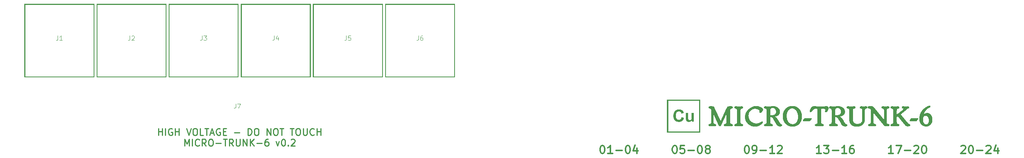
<source format=gto>
%TF.GenerationSoftware,KiCad,Pcbnew,8.0.1*%
%TF.CreationDate,2024-07-20T02:09:27+01:00*%
%TF.ProjectId,MINI_TRUNK_6_MAIN,4d494e49-5f54-4525-954e-4b5f365f4d41,rev?*%
%TF.SameCoordinates,Original*%
%TF.FileFunction,Legend,Top*%
%TF.FilePolarity,Positive*%
%FSLAX46Y46*%
G04 Gerber Fmt 4.6, Leading zero omitted, Abs format (unit mm)*
G04 Created by KiCad (PCBNEW 8.0.1) date 2024-07-20 02:09:27*
%MOMM*%
%LPD*%
G01*
G04 APERTURE LIST*
%ADD10C,0.000000*%
%ADD11C,0.250000*%
%ADD12C,0.300000*%
%ADD13C,0.100000*%
%ADD14C,0.010000*%
%ADD15C,3.200000*%
%ADD16C,1.500000*%
%ADD17C,3.000000*%
%ADD18C,1.600000*%
G04 APERTURE END LIST*
D10*
G36*
X275184862Y-108318640D02*
G01*
X275234016Y-108321761D01*
X275279782Y-108326962D01*
X275322158Y-108334243D01*
X275361144Y-108343606D01*
X275396739Y-108355044D01*
X275428944Y-108368567D01*
X275457758Y-108384171D01*
X275470894Y-108392749D01*
X275483184Y-108401853D01*
X275494626Y-108411474D01*
X275505218Y-108421616D01*
X275514964Y-108432277D01*
X275523864Y-108443456D01*
X275531915Y-108455159D01*
X275539117Y-108467380D01*
X275545475Y-108480122D01*
X275550982Y-108493383D01*
X275555642Y-108507163D01*
X275559457Y-108521463D01*
X275562424Y-108536284D01*
X275564541Y-108551625D01*
X275565813Y-108567485D01*
X275566236Y-108583863D01*
X275565967Y-108596455D01*
X275565159Y-108608731D01*
X275563811Y-108620704D01*
X275561924Y-108632363D01*
X275559497Y-108643718D01*
X275556531Y-108654762D01*
X275553025Y-108665496D01*
X275548983Y-108675926D01*
X275544399Y-108686041D01*
X275539275Y-108695851D01*
X275533613Y-108705355D01*
X275527412Y-108714547D01*
X275520671Y-108723431D01*
X275513389Y-108732012D01*
X275505571Y-108740280D01*
X275497210Y-108748242D01*
X275489557Y-108755277D01*
X275480567Y-108762416D01*
X275470242Y-108769655D01*
X275458580Y-108777000D01*
X275445587Y-108784450D01*
X275431257Y-108791996D01*
X275415591Y-108799649D01*
X275398590Y-108807407D01*
X275380252Y-108815264D01*
X275360579Y-108823225D01*
X275339574Y-108831291D01*
X275317229Y-108839457D01*
X275293550Y-108847727D01*
X275268537Y-108856100D01*
X275242188Y-108864572D01*
X275214502Y-108873151D01*
X275195214Y-108879281D01*
X275176799Y-108886150D01*
X275159256Y-108893766D01*
X275142591Y-108902129D01*
X275126797Y-108911235D01*
X275111875Y-108921083D01*
X275097825Y-108931678D01*
X275084651Y-108943021D01*
X275072350Y-108955104D01*
X275060921Y-108967933D01*
X275050367Y-108981508D01*
X275040683Y-108995826D01*
X275031874Y-109010889D01*
X275023938Y-109026696D01*
X275016874Y-109043251D01*
X275010683Y-109060547D01*
X275007099Y-109070424D01*
X275003751Y-109081143D01*
X275000630Y-109092707D01*
X274997742Y-109105126D01*
X274995083Y-109118389D01*
X274992656Y-109132500D01*
X274990459Y-109147454D01*
X274988495Y-109163261D01*
X274986762Y-109179917D01*
X274985260Y-109197418D01*
X274983990Y-109215769D01*
X274982949Y-109234967D01*
X274981564Y-109275905D01*
X274981101Y-109320235D01*
X274981101Y-111805455D01*
X274981791Y-111836850D01*
X274983053Y-111866935D01*
X274984875Y-111895710D01*
X274987264Y-111923179D01*
X274990217Y-111949335D01*
X274993737Y-111974182D01*
X274997819Y-111997717D01*
X275002466Y-112019946D01*
X275007681Y-112040861D01*
X275013456Y-112060469D01*
X275019803Y-112078763D01*
X275026710Y-112095753D01*
X275034184Y-112111431D01*
X275042224Y-112125802D01*
X275050829Y-112138860D01*
X275059999Y-112150608D01*
X275067152Y-112158710D01*
X275074637Y-112166582D01*
X275082454Y-112174224D01*
X275090612Y-112181632D01*
X275099102Y-112188810D01*
X275107923Y-112195756D01*
X275117078Y-112202474D01*
X275126568Y-112208959D01*
X275136392Y-112215212D01*
X275146547Y-112221233D01*
X275157040Y-112227027D01*
X275167864Y-112232587D01*
X275179023Y-112237916D01*
X275190517Y-112243014D01*
X275202343Y-112247881D01*
X275214504Y-112252515D01*
X275359137Y-112298541D01*
X275384216Y-112307543D01*
X275407679Y-112317290D01*
X275429521Y-112327781D01*
X275449745Y-112339018D01*
X275468353Y-112350999D01*
X275485340Y-112363725D01*
X275500712Y-112377193D01*
X275507790Y-112384206D01*
X275514463Y-112391408D01*
X275520733Y-112398795D01*
X275526599Y-112406367D01*
X275532058Y-112414125D01*
X275537116Y-112422072D01*
X275541766Y-112430200D01*
X275546012Y-112438519D01*
X275549854Y-112447023D01*
X275553293Y-112455711D01*
X275556327Y-112464586D01*
X275558955Y-112473648D01*
X275561182Y-112482897D01*
X275563001Y-112492330D01*
X275564417Y-112501950D01*
X275565427Y-112511755D01*
X275566236Y-112531923D01*
X275565929Y-112544956D01*
X275565005Y-112557760D01*
X275563464Y-112570336D01*
X275561306Y-112582676D01*
X275558535Y-112594785D01*
X275555145Y-112606665D01*
X275551137Y-112618312D01*
X275546516Y-112629730D01*
X275541277Y-112640913D01*
X275535423Y-112651868D01*
X275528951Y-112662590D01*
X275521863Y-112673082D01*
X275514161Y-112683345D01*
X275505840Y-112693374D01*
X275496902Y-112703172D01*
X275487349Y-112712739D01*
X275475536Y-112723886D01*
X275463107Y-112734314D01*
X275450059Y-112744020D01*
X275436397Y-112753008D01*
X275422119Y-112761277D01*
X275407223Y-112768832D01*
X275391710Y-112775663D01*
X275375583Y-112781775D01*
X275358839Y-112787168D01*
X275341476Y-112791842D01*
X275323500Y-112795801D01*
X275304905Y-112799034D01*
X275285692Y-112801553D01*
X275265868Y-112803353D01*
X275245424Y-112804430D01*
X275224364Y-112804787D01*
X275203254Y-112804534D01*
X275179370Y-112803761D01*
X275152714Y-112802476D01*
X275123281Y-112800675D01*
X275091079Y-112798363D01*
X275056099Y-112795536D01*
X274977820Y-112788348D01*
X274933232Y-112784498D01*
X274886593Y-112781164D01*
X274837898Y-112778342D01*
X274787146Y-112776029D01*
X274734346Y-112774234D01*
X274679486Y-112772954D01*
X274622577Y-112772183D01*
X274563608Y-112771926D01*
X274449377Y-112772952D01*
X274343364Y-112776030D01*
X274293436Y-112778342D01*
X274245564Y-112781164D01*
X274199745Y-112784497D01*
X274155980Y-112788349D01*
X274077708Y-112795538D01*
X274010526Y-112800676D01*
X273954436Y-112803761D01*
X273930551Y-112804534D01*
X273909437Y-112804787D01*
X273886363Y-112804352D01*
X273863981Y-112803043D01*
X273842294Y-112800858D01*
X273821300Y-112797802D01*
X273800999Y-112793872D01*
X273781392Y-112789068D01*
X273762477Y-112783394D01*
X273744257Y-112776843D01*
X273726728Y-112769418D01*
X273709896Y-112761124D01*
X273693755Y-112751952D01*
X273678306Y-112741914D01*
X273663553Y-112730999D01*
X273649490Y-112719213D01*
X273636123Y-112706553D01*
X273623451Y-112693019D01*
X273616283Y-112683927D01*
X273609580Y-112674731D01*
X273603338Y-112665434D01*
X273597558Y-112656032D01*
X273592242Y-112646530D01*
X273587387Y-112636923D01*
X273582996Y-112627212D01*
X273579068Y-112617406D01*
X273575601Y-112607489D01*
X273572595Y-112597476D01*
X273570052Y-112587356D01*
X273567972Y-112577134D01*
X273566355Y-112566811D01*
X273565198Y-112556385D01*
X273564505Y-112545855D01*
X273564273Y-112535226D01*
X273564545Y-112523425D01*
X273565353Y-112511854D01*
X273566700Y-112500514D01*
X273568590Y-112489409D01*
X273571016Y-112478533D01*
X273573981Y-112467887D01*
X273577489Y-112457471D01*
X273581533Y-112447288D01*
X273586119Y-112437339D01*
X273591243Y-112427620D01*
X273596906Y-112418129D01*
X273603107Y-112408868D01*
X273609849Y-112399843D01*
X273617130Y-112391049D01*
X273624950Y-112382482D01*
X273633309Y-112374150D01*
X273640963Y-112367124D01*
X273649951Y-112360021D01*
X273660275Y-112352842D01*
X273671935Y-112345583D01*
X273684929Y-112338253D01*
X273699258Y-112330844D01*
X273714925Y-112323357D01*
X273731928Y-112315795D01*
X273750263Y-112308152D01*
X273769938Y-112300435D01*
X273790946Y-112292643D01*
X273813290Y-112284769D01*
X273836970Y-112276825D01*
X273861982Y-112268799D01*
X273888333Y-112260696D01*
X273916017Y-112252515D01*
X273935304Y-112246004D01*
X273953716Y-112238799D01*
X273971259Y-112230902D01*
X273987926Y-112222310D01*
X274003720Y-112213024D01*
X274018642Y-112203046D01*
X274032690Y-112192371D01*
X274045863Y-112181004D01*
X274058166Y-112168946D01*
X274069594Y-112156194D01*
X274080150Y-112142750D01*
X274089833Y-112128608D01*
X274098640Y-112113778D01*
X274106576Y-112098251D01*
X274113637Y-112082031D01*
X274119826Y-112065121D01*
X274123413Y-112055249D01*
X274126763Y-112044527D01*
X274129887Y-112032957D01*
X274132775Y-112020543D01*
X274135433Y-112007277D01*
X274137863Y-111993167D01*
X274140059Y-111978204D01*
X274142021Y-111962399D01*
X274143757Y-111945745D01*
X274145260Y-111928244D01*
X274146531Y-111909894D01*
X274147572Y-111890696D01*
X274148956Y-111849758D01*
X274149418Y-111805437D01*
X274149420Y-110056588D01*
X273021872Y-112456316D01*
X273001069Y-112499621D01*
X272981393Y-112539123D01*
X272962852Y-112574824D01*
X272945441Y-112606723D01*
X272929157Y-112634820D01*
X272914005Y-112659112D01*
X272899981Y-112679608D01*
X272887089Y-112696300D01*
X272875056Y-112709433D01*
X272862790Y-112721720D01*
X272850296Y-112733162D01*
X272837569Y-112743751D01*
X272824612Y-112753500D01*
X272811425Y-112762395D01*
X272798007Y-112770446D01*
X272784355Y-112777652D01*
X272770474Y-112784003D01*
X272756363Y-112789515D01*
X272742019Y-112794176D01*
X272727446Y-112797991D01*
X272712640Y-112800956D01*
X272697605Y-112803076D01*
X272682335Y-112804347D01*
X272666838Y-112804771D01*
X272655392Y-112804505D01*
X272644072Y-112803705D01*
X272632870Y-112802373D01*
X272621792Y-112800509D01*
X272610833Y-112798108D01*
X272600000Y-112795178D01*
X272589286Y-112791716D01*
X272578697Y-112787719D01*
X272568227Y-112783187D01*
X272557882Y-112778127D01*
X272547657Y-112772531D01*
X272537554Y-112766403D01*
X272527573Y-112759743D01*
X272517714Y-112752548D01*
X272507979Y-112744823D01*
X272498362Y-112736559D01*
X272488869Y-112727769D01*
X272479499Y-112718443D01*
X272461123Y-112698190D01*
X272443235Y-112675812D01*
X272425834Y-112651299D01*
X272408922Y-112624653D01*
X272392496Y-112595875D01*
X272376558Y-112564967D01*
X272361109Y-112531924D01*
X271266444Y-110056585D01*
X271266443Y-111805433D01*
X271267136Y-111836832D01*
X271268394Y-111866916D01*
X271270213Y-111895694D01*
X271272603Y-111923163D01*
X271275557Y-111949322D01*
X271279075Y-111974166D01*
X271283158Y-111997706D01*
X271287805Y-112019936D01*
X271293019Y-112040855D01*
X271298797Y-112060462D01*
X271305142Y-112078763D01*
X271312050Y-112095752D01*
X271319522Y-112111432D01*
X271327560Y-112125798D01*
X271336164Y-112138860D01*
X271345331Y-112150608D01*
X271352484Y-112159096D01*
X271359973Y-112167302D01*
X271367793Y-112175222D01*
X271375948Y-112182865D01*
X271384437Y-112190220D01*
X271393258Y-112197300D01*
X271402415Y-112204091D01*
X271411904Y-112210604D01*
X271421731Y-112216831D01*
X271431889Y-112222778D01*
X271442380Y-112228439D01*
X271453205Y-112233821D01*
X271464364Y-112238920D01*
X271475858Y-112243733D01*
X271487685Y-112248264D01*
X271499846Y-112252514D01*
X271644480Y-112298524D01*
X271669560Y-112307525D01*
X271693021Y-112317270D01*
X271714863Y-112327763D01*
X271735089Y-112338997D01*
X271753697Y-112350980D01*
X271770684Y-112363704D01*
X271786054Y-112377172D01*
X271793133Y-112384192D01*
X271799807Y-112391392D01*
X271806078Y-112398779D01*
X271811942Y-112406350D01*
X271817403Y-112414112D01*
X271822457Y-112422056D01*
X271827111Y-112430188D01*
X271831357Y-112438507D01*
X271835199Y-112447007D01*
X271838637Y-112455699D01*
X271841671Y-112464578D01*
X271844300Y-112473639D01*
X271846524Y-112482887D01*
X271848345Y-112492323D01*
X271849757Y-112501944D01*
X271850771Y-112511751D01*
X271851580Y-112531926D01*
X271851271Y-112544959D01*
X271850347Y-112557760D01*
X271848806Y-112570336D01*
X271846649Y-112582675D01*
X271843875Y-112594787D01*
X271840484Y-112606665D01*
X271836478Y-112618313D01*
X271831857Y-112629728D01*
X271826618Y-112640915D01*
X271820762Y-112651868D01*
X271814290Y-112662590D01*
X271807202Y-112673082D01*
X271799500Y-112683345D01*
X271791180Y-112693376D01*
X271782243Y-112703174D01*
X271772690Y-112712743D01*
X271760851Y-112723883D01*
X271748343Y-112734304D01*
X271735168Y-112744014D01*
X271721323Y-112753000D01*
X271706813Y-112761266D01*
X271691634Y-112768813D01*
X271675785Y-112775645D01*
X271659273Y-112781759D01*
X271642092Y-112787149D01*
X271624243Y-112791824D01*
X271605727Y-112795782D01*
X271586541Y-112799017D01*
X271566689Y-112801535D01*
X271546170Y-112803334D01*
X271524981Y-112804408D01*
X271503126Y-112804772D01*
X271479192Y-112804513D01*
X271453406Y-112803743D01*
X271425773Y-112802460D01*
X271396290Y-112800666D01*
X271364956Y-112798356D01*
X271331774Y-112795531D01*
X271296744Y-112792197D01*
X271259863Y-112788349D01*
X271185486Y-112781158D01*
X271150454Y-112778332D01*
X271116863Y-112776024D01*
X271084709Y-112774223D01*
X271053994Y-112772937D01*
X271024716Y-112772166D01*
X270996878Y-112771908D01*
X270969807Y-112772165D01*
X270941197Y-112772934D01*
X270911049Y-112774223D01*
X270879358Y-112776022D01*
X270846125Y-112778332D01*
X270811353Y-112781161D01*
X270775037Y-112784498D01*
X270737184Y-112788349D01*
X270665477Y-112795531D01*
X270601580Y-112800666D01*
X270572558Y-112802461D01*
X270545489Y-112803746D01*
X270520373Y-112804515D01*
X270497210Y-112804772D01*
X270472953Y-112804336D01*
X270449491Y-112803025D01*
X270426827Y-112800840D01*
X270404961Y-112797786D01*
X270383885Y-112793856D01*
X270363612Y-112789056D01*
X270344130Y-112783379D01*
X270325449Y-112776828D01*
X270307560Y-112769410D01*
X270290469Y-112761114D01*
X270274175Y-112751945D01*
X270258676Y-112741902D01*
X270243974Y-112730987D01*
X270230066Y-112719196D01*
X270216956Y-112706536D01*
X270204642Y-112692997D01*
X270197476Y-112683899D01*
X270190775Y-112674669D01*
X270184534Y-112665306D01*
X270178754Y-112655819D01*
X270173438Y-112646201D01*
X270168585Y-112636454D01*
X270164192Y-112626580D01*
X270160263Y-112616575D01*
X270156794Y-112606442D01*
X270153790Y-112596182D01*
X270151247Y-112585792D01*
X270149167Y-112575277D01*
X270147546Y-112564630D01*
X270146391Y-112553856D01*
X270145696Y-112542956D01*
X270145465Y-112531923D01*
X270145723Y-112519753D01*
X270146494Y-112507887D01*
X270147776Y-112496331D01*
X270149576Y-112485081D01*
X270151889Y-112474140D01*
X270154713Y-112463508D01*
X270158052Y-112453187D01*
X270161905Y-112443171D01*
X270166273Y-112433463D01*
X270171152Y-112424064D01*
X270176545Y-112414970D01*
X270182450Y-112406187D01*
X270188872Y-112397712D01*
X270195806Y-112389545D01*
X270203254Y-112381682D01*
X270211212Y-112374130D01*
X270218879Y-112368261D01*
X270227907Y-112362167D01*
X270238296Y-112355834D01*
X270250046Y-112349276D01*
X270263157Y-112342482D01*
X270277628Y-112335458D01*
X270293461Y-112328205D01*
X270310655Y-112320717D01*
X270329210Y-112312999D01*
X270349128Y-112305050D01*
X270393042Y-112288458D01*
X270442403Y-112270938D01*
X270497210Y-112252499D01*
X270516882Y-112245216D01*
X270535629Y-112237343D01*
X270553452Y-112228886D01*
X270570352Y-112219832D01*
X270586326Y-112210188D01*
X270601376Y-112199956D01*
X270615500Y-112189130D01*
X270628701Y-112177715D01*
X270640977Y-112165705D01*
X270652329Y-112153109D01*
X270662755Y-112139922D01*
X270672258Y-112126141D01*
X270680835Y-112111773D01*
X270688489Y-112096812D01*
X270695217Y-112081262D01*
X270701019Y-112065121D01*
X270704604Y-112055249D01*
X270707957Y-112044527D01*
X270711078Y-112032960D01*
X270713968Y-112020541D01*
X270716624Y-112007277D01*
X270719054Y-111993167D01*
X270721250Y-111978204D01*
X270723216Y-111962398D01*
X270724947Y-111945743D01*
X270726450Y-111928238D01*
X270727722Y-111909885D01*
X270728763Y-111890689D01*
X270730150Y-111849746D01*
X270730612Y-111805415D01*
X270730612Y-109320216D01*
X270729918Y-109289195D01*
X270728659Y-109259401D01*
X270726836Y-109230842D01*
X270724446Y-109203518D01*
X270721494Y-109177424D01*
X270717975Y-109152565D01*
X270713889Y-109128937D01*
X270709241Y-109106545D01*
X270704027Y-109085381D01*
X270698249Y-109065453D01*
X270691907Y-109046755D01*
X270684997Y-109029292D01*
X270677522Y-109013057D01*
X270669486Y-108998062D01*
X270660882Y-108984296D01*
X270651715Y-108971762D01*
X270644562Y-108963288D01*
X270637075Y-108955121D01*
X270629255Y-108947260D01*
X270621100Y-108939710D01*
X270612612Y-108932465D01*
X270603790Y-108925530D01*
X270594635Y-108918905D01*
X270585146Y-108912585D01*
X270575320Y-108906576D01*
X270565164Y-108900874D01*
X270554673Y-108895478D01*
X270543846Y-108890392D01*
X270532690Y-108885616D01*
X270521198Y-108881147D01*
X270509370Y-108876987D01*
X270497210Y-108873134D01*
X270352575Y-108827129D01*
X270327496Y-108819255D01*
X270304035Y-108810437D01*
X270282191Y-108800663D01*
X270261965Y-108789942D01*
X270252458Y-108784225D01*
X270243359Y-108778270D01*
X270234661Y-108772075D01*
X270226367Y-108765645D01*
X270218480Y-108758977D01*
X270210997Y-108752071D01*
X270203919Y-108744930D01*
X270197245Y-108737547D01*
X270190974Y-108729933D01*
X270185108Y-108722077D01*
X270179647Y-108713984D01*
X270174591Y-108705653D01*
X270169940Y-108697080D01*
X270165691Y-108688277D01*
X270161849Y-108679234D01*
X270158410Y-108669952D01*
X270155377Y-108660431D01*
X270152746Y-108650674D01*
X270150521Y-108640679D01*
X270148702Y-108630450D01*
X270147287Y-108619980D01*
X270146276Y-108609273D01*
X270145465Y-108587147D01*
X270145899Y-108570562D01*
X270147200Y-108554504D01*
X270149368Y-108538973D01*
X270152401Y-108523967D01*
X270156300Y-108509491D01*
X270161068Y-108495537D01*
X270166702Y-108482110D01*
X270173200Y-108469212D01*
X270180571Y-108456844D01*
X270188805Y-108444998D01*
X270197904Y-108433678D01*
X270207874Y-108422886D01*
X270218707Y-108412617D01*
X270230409Y-108402882D01*
X270242977Y-108393669D01*
X270256412Y-108384981D01*
X270270714Y-108376820D01*
X270285882Y-108369188D01*
X270301918Y-108362079D01*
X270318820Y-108355503D01*
X270336588Y-108349448D01*
X270355225Y-108343919D01*
X270374727Y-108338921D01*
X270395098Y-108334446D01*
X270416332Y-108330495D01*
X270438436Y-108327077D01*
X270461405Y-108324180D01*
X270485243Y-108321810D01*
X270509947Y-108319968D01*
X270535517Y-108318652D01*
X270561953Y-108317860D01*
X270589256Y-108317597D01*
X270705444Y-108318319D01*
X270810739Y-108320477D01*
X270905146Y-108324067D01*
X270988661Y-108329103D01*
X271061289Y-108335576D01*
X271123030Y-108343485D01*
X271173880Y-108352835D01*
X271213840Y-108363624D01*
X271230480Y-108369295D01*
X271246713Y-108375637D01*
X271262533Y-108382649D01*
X271277943Y-108390328D01*
X271292943Y-108398671D01*
X271307528Y-108407689D01*
X271321706Y-108417372D01*
X271335470Y-108427719D01*
X271348827Y-108438740D01*
X271361772Y-108450425D01*
X271374304Y-108462777D01*
X271386426Y-108475801D01*
X271398136Y-108489489D01*
X271409435Y-108503844D01*
X271420323Y-108518870D01*
X271430799Y-108534561D01*
X271439840Y-108549815D01*
X271450526Y-108569279D01*
X271462853Y-108592955D01*
X271476826Y-108620845D01*
X271492441Y-108652947D01*
X271509700Y-108689263D01*
X271528604Y-108729787D01*
X271549151Y-108774523D01*
X272824623Y-111591775D01*
X274149411Y-108830429D01*
X274183207Y-108761962D01*
X274215566Y-108699555D01*
X274246487Y-108643208D01*
X274275972Y-108592924D01*
X274304017Y-108548698D01*
X274330626Y-108510536D01*
X274343390Y-108493726D01*
X274355794Y-108478434D01*
X274367837Y-108464653D01*
X274379522Y-108452391D01*
X274394187Y-108438409D01*
X274410238Y-108425222D01*
X274427676Y-108412833D01*
X274446502Y-108401235D01*
X274466714Y-108390439D01*
X274488310Y-108380434D01*
X274511297Y-108371228D01*
X274535671Y-108362818D01*
X274561431Y-108355201D01*
X274588576Y-108348385D01*
X274617111Y-108342364D01*
X274647031Y-108337138D01*
X274678337Y-108332705D01*
X274711032Y-108329073D01*
X274745114Y-108326238D01*
X274780581Y-108324195D01*
X274861734Y-108321310D01*
X274947407Y-108319248D01*
X275037599Y-108318013D01*
X275132315Y-108317597D01*
X275184862Y-108318640D01*
G37*
G36*
X291733248Y-110986916D02*
G01*
X293005431Y-110986916D01*
X293027323Y-110987300D01*
X293047803Y-110988455D01*
X293066870Y-110990379D01*
X293084528Y-110993077D01*
X293100769Y-110996541D01*
X293115601Y-111000778D01*
X293129021Y-111005788D01*
X293141025Y-111011565D01*
X293151620Y-111018114D01*
X293156387Y-111021673D01*
X293160802Y-111025432D01*
X293164863Y-111029378D01*
X293168571Y-111033522D01*
X293171925Y-111037856D01*
X293174927Y-111042380D01*
X293177576Y-111047096D01*
X293179871Y-111052012D01*
X293181813Y-111057117D01*
X293183403Y-111062413D01*
X293184640Y-111067899D01*
X293185521Y-111073583D01*
X293186053Y-111079455D01*
X293186228Y-111085526D01*
X293186100Y-111089327D01*
X293185715Y-111093332D01*
X293185072Y-111097545D01*
X293184172Y-111101961D01*
X293183018Y-111106581D01*
X293181607Y-111111414D01*
X293179937Y-111116447D01*
X293178011Y-111121687D01*
X293175828Y-111127131D01*
X293173389Y-111132780D01*
X293170693Y-111138637D01*
X293167736Y-111144697D01*
X293164525Y-111150964D01*
X293161057Y-111157434D01*
X293157328Y-111164112D01*
X293153345Y-111170990D01*
X292949546Y-111506305D01*
X292944068Y-111515607D01*
X292938319Y-111524602D01*
X292932303Y-111533303D01*
X292926015Y-111541698D01*
X292919462Y-111549794D01*
X292912636Y-111557585D01*
X292905540Y-111565074D01*
X292898173Y-111572264D01*
X292890541Y-111579148D01*
X292882637Y-111585734D01*
X292874462Y-111592017D01*
X292866020Y-111597997D01*
X292857308Y-111603679D01*
X292848326Y-111609054D01*
X292839072Y-111614130D01*
X292829552Y-111618904D01*
X292819761Y-111623375D01*
X292809698Y-111627543D01*
X292799370Y-111631414D01*
X292788770Y-111634980D01*
X292777898Y-111638243D01*
X292766759Y-111641208D01*
X292755351Y-111643869D01*
X292743672Y-111646227D01*
X292731724Y-111648287D01*
X292719506Y-111650043D01*
X292707018Y-111651493D01*
X292694259Y-111652647D01*
X292667938Y-111654046D01*
X292640536Y-111654240D01*
X291388074Y-111654239D01*
X291369765Y-111653840D01*
X291352636Y-111652646D01*
X291336689Y-111650658D01*
X291321920Y-111647867D01*
X291308337Y-111644287D01*
X291295931Y-111639906D01*
X291290171Y-111637421D01*
X291284707Y-111634734D01*
X291279540Y-111631848D01*
X291274668Y-111628761D01*
X291270089Y-111625477D01*
X291265806Y-111621996D01*
X291261818Y-111618313D01*
X291258128Y-111614430D01*
X291254731Y-111610350D01*
X291251628Y-111606071D01*
X291248822Y-111601594D01*
X291246312Y-111596914D01*
X291244098Y-111592036D01*
X291242176Y-111586963D01*
X291240554Y-111581689D01*
X291239223Y-111576215D01*
X291238190Y-111570542D01*
X291237451Y-111564671D01*
X291237007Y-111558598D01*
X291236862Y-111552328D01*
X291237002Y-111547729D01*
X291237426Y-111542979D01*
X291238132Y-111538076D01*
X291239120Y-111533016D01*
X291240392Y-111527796D01*
X291241946Y-111522432D01*
X291243779Y-111516909D01*
X291245899Y-111511235D01*
X291248298Y-111505401D01*
X291250981Y-111499420D01*
X291253947Y-111493282D01*
X291257194Y-111486989D01*
X291260724Y-111480543D01*
X291264534Y-111473941D01*
X291268629Y-111467190D01*
X291273006Y-111460278D01*
X291496545Y-111098687D01*
X291501914Y-111090275D01*
X291507336Y-111082299D01*
X291512805Y-111074762D01*
X291518330Y-111067659D01*
X291523903Y-111060994D01*
X291529528Y-111054760D01*
X291535204Y-111048972D01*
X291540932Y-111043616D01*
X291546711Y-111038698D01*
X291552542Y-111034215D01*
X291558423Y-111030171D01*
X291564355Y-111026558D01*
X291570338Y-111023390D01*
X291576373Y-111020657D01*
X291582457Y-111018357D01*
X291588595Y-111016497D01*
X291592244Y-111015227D01*
X291596612Y-111013878D01*
X291607503Y-111010949D01*
X291621270Y-111007708D01*
X291637911Y-111004164D01*
X291657430Y-111000312D01*
X291679825Y-110996148D01*
X291705097Y-110991677D01*
X291733246Y-110986895D01*
X291733248Y-110986916D01*
G37*
G36*
X284707776Y-108302659D02*
G01*
X284787712Y-108307170D01*
X284865876Y-108314681D01*
X284942265Y-108325197D01*
X285016887Y-108338721D01*
X285089734Y-108355247D01*
X285160811Y-108374778D01*
X285230114Y-108397312D01*
X285297646Y-108422853D01*
X285363407Y-108451403D01*
X285427393Y-108482950D01*
X285489610Y-108517509D01*
X285550052Y-108555068D01*
X285608725Y-108595633D01*
X285665625Y-108639202D01*
X285720751Y-108685773D01*
X285766926Y-108728342D01*
X285810121Y-108772220D01*
X285850339Y-108817410D01*
X285887578Y-108863907D01*
X285921836Y-108911714D01*
X285953115Y-108960831D01*
X285981416Y-109011256D01*
X286006739Y-109062989D01*
X286029082Y-109116038D01*
X286048446Y-109170394D01*
X286064830Y-109226057D01*
X286078236Y-109283034D01*
X286088663Y-109341318D01*
X286096111Y-109400915D01*
X286100580Y-109461819D01*
X286102068Y-109524037D01*
X286100040Y-109594571D01*
X286093953Y-109663179D01*
X286083808Y-109729860D01*
X286069605Y-109794617D01*
X286051346Y-109857448D01*
X286029029Y-109918353D01*
X286002653Y-109977331D01*
X285972222Y-110034383D01*
X285937731Y-110089509D01*
X285899181Y-110142709D01*
X285856576Y-110193984D01*
X285809911Y-110243331D01*
X285759190Y-110290755D01*
X285704411Y-110336251D01*
X285645574Y-110379820D01*
X285582678Y-110421461D01*
X285549791Y-110441136D01*
X285516060Y-110459888D01*
X285481478Y-110477714D01*
X285446050Y-110494612D01*
X285409774Y-110510585D01*
X285372651Y-110525637D01*
X285334678Y-110539763D01*
X285295861Y-110552963D01*
X285256195Y-110565237D01*
X285215681Y-110576589D01*
X285174318Y-110587016D01*
X285132111Y-110596516D01*
X285089053Y-110605096D01*
X285045148Y-110612749D01*
X285000396Y-110619478D01*
X284954798Y-110625283D01*
X284999231Y-110649377D01*
X285042121Y-110673978D01*
X285083471Y-110699097D01*
X285123279Y-110724725D01*
X285161545Y-110750869D01*
X285198270Y-110777524D01*
X285233454Y-110804692D01*
X285267099Y-110832382D01*
X285298235Y-110860233D01*
X285329199Y-110889548D01*
X285359978Y-110920327D01*
X285390579Y-110952569D01*
X285420999Y-110986278D01*
X285451238Y-111021448D01*
X285481299Y-111058084D01*
X285511180Y-111096183D01*
X285540880Y-111135744D01*
X285570401Y-111176771D01*
X285599741Y-111219263D01*
X285628905Y-111263220D01*
X285657888Y-111308639D01*
X285686689Y-111355522D01*
X285715310Y-111403870D01*
X285743754Y-111453681D01*
X285905241Y-111733306D01*
X286031393Y-111944309D01*
X286081215Y-112024076D01*
X286122204Y-112086684D01*
X286154358Y-112132146D01*
X286177675Y-112160449D01*
X286190904Y-112173434D01*
X286204284Y-112186081D01*
X286217820Y-112198397D01*
X286231510Y-112210379D01*
X286245354Y-112222025D01*
X286259350Y-112233338D01*
X286273502Y-112244318D01*
X286287807Y-112254965D01*
X286302268Y-112265273D01*
X286316881Y-112275253D01*
X286331650Y-112284896D01*
X286346572Y-112294205D01*
X286361647Y-112303183D01*
X286376878Y-112311824D01*
X286392260Y-112320130D01*
X286407797Y-112328107D01*
X286441392Y-112344334D01*
X286456876Y-112352297D01*
X286471490Y-112360154D01*
X286485231Y-112367910D01*
X286498098Y-112375566D01*
X286510091Y-112383116D01*
X286521210Y-112390560D01*
X286531456Y-112397904D01*
X286540831Y-112405148D01*
X286549331Y-112412283D01*
X286556958Y-112419322D01*
X286563710Y-112426255D01*
X286569591Y-112433085D01*
X286574598Y-112439813D01*
X286578735Y-112446438D01*
X286581918Y-112452230D01*
X286584899Y-112458099D01*
X286587675Y-112464047D01*
X286590241Y-112470066D01*
X286592606Y-112476170D01*
X286594763Y-112482347D01*
X286596715Y-112488603D01*
X286598460Y-112494935D01*
X286600003Y-112501341D01*
X286601338Y-112507828D01*
X286602468Y-112514390D01*
X286603393Y-112521030D01*
X286604113Y-112527751D01*
X286604624Y-112534545D01*
X286604933Y-112541416D01*
X286605036Y-112548368D01*
X286604578Y-112565757D01*
X286603199Y-112582599D01*
X286600904Y-112598889D01*
X286597690Y-112614623D01*
X286593560Y-112629808D01*
X286588509Y-112644439D01*
X286582541Y-112658519D01*
X286575655Y-112672049D01*
X286567852Y-112685025D01*
X286559129Y-112697444D01*
X286549488Y-112709316D01*
X286538930Y-112720639D01*
X286527454Y-112731405D01*
X286515059Y-112741618D01*
X286501746Y-112751285D01*
X286487513Y-112760392D01*
X286472364Y-112768952D01*
X286456297Y-112776958D01*
X286439311Y-112784411D01*
X286421409Y-112791316D01*
X286402587Y-112797667D01*
X286382846Y-112803464D01*
X286362186Y-112808709D01*
X286340610Y-112813402D01*
X286318118Y-112817546D01*
X286294706Y-112821134D01*
X286270375Y-112824171D01*
X286245127Y-112826657D01*
X286218960Y-112828589D01*
X286191874Y-112829965D01*
X286163872Y-112830798D01*
X286134952Y-112831073D01*
X286110361Y-112830791D01*
X286085898Y-112829945D01*
X286061565Y-112828531D01*
X286037359Y-112826554D01*
X286013281Y-112824011D01*
X285989332Y-112820902D01*
X285965513Y-112817230D01*
X285941820Y-112812991D01*
X285918256Y-112808189D01*
X285894821Y-112802822D01*
X285871517Y-112796888D01*
X285848338Y-112790389D01*
X285825289Y-112783326D01*
X285802369Y-112775699D01*
X285779577Y-112767502D01*
X285756915Y-112758748D01*
X285714860Y-112740859D01*
X285673343Y-112720070D01*
X285632367Y-112696377D01*
X285591929Y-112669785D01*
X285552032Y-112640288D01*
X285512673Y-112607890D01*
X285473855Y-112572588D01*
X285435577Y-112534388D01*
X285397836Y-112493281D01*
X285360635Y-112449276D01*
X285323973Y-112402371D01*
X285287850Y-112352562D01*
X285252271Y-112299850D01*
X285217226Y-112244236D01*
X285182722Y-112185721D01*
X285148757Y-112124305D01*
X284747699Y-111381374D01*
X284705735Y-111304633D01*
X284665313Y-111233849D01*
X284626431Y-111169025D01*
X284589089Y-111110162D01*
X284553288Y-111057255D01*
X284519028Y-111010308D01*
X284486308Y-110969321D01*
X284455129Y-110934292D01*
X284434905Y-110913989D01*
X284413681Y-110894997D01*
X284391453Y-110877317D01*
X284368224Y-110860941D01*
X284343993Y-110845880D01*
X284318762Y-110832125D01*
X284292528Y-110819683D01*
X284265292Y-110808550D01*
X284237053Y-110798726D01*
X284207817Y-110790208D01*
X284177576Y-110783009D01*
X284146334Y-110777112D01*
X284114090Y-110772529D01*
X284080844Y-110769254D01*
X284046597Y-110767290D01*
X284011346Y-110766636D01*
X283925878Y-110766636D01*
X283925879Y-111805455D01*
X283926571Y-111836850D01*
X283927828Y-111866935D01*
X283929651Y-111895710D01*
X283932035Y-111923179D01*
X283934989Y-111949339D01*
X283938506Y-111974187D01*
X283942590Y-111997725D01*
X283947238Y-112019953D01*
X283952450Y-112040874D01*
X283958228Y-112060483D01*
X283964573Y-112078783D01*
X283971480Y-112095772D01*
X283978954Y-112111449D01*
X283986994Y-112125816D01*
X283995597Y-112138877D01*
X284004767Y-112150626D01*
X284011920Y-112158728D01*
X284019407Y-112166597D01*
X284027228Y-112174243D01*
X284035382Y-112181651D01*
X284043872Y-112188826D01*
X284052694Y-112195774D01*
X284061851Y-112202489D01*
X284071340Y-112208976D01*
X284081164Y-112215233D01*
X284091321Y-112221255D01*
X284101811Y-112227045D01*
X284112635Y-112232604D01*
X284123795Y-112237935D01*
X284135287Y-112243034D01*
X284147110Y-112247898D01*
X284159272Y-112252535D01*
X284303916Y-112298541D01*
X284328993Y-112307548D01*
X284352452Y-112317296D01*
X284374296Y-112327788D01*
X284394520Y-112339025D01*
X284413126Y-112351008D01*
X284430115Y-112363733D01*
X284445485Y-112377201D01*
X284452566Y-112384219D01*
X284459238Y-112391421D01*
X284465509Y-112398808D01*
X284471374Y-112406378D01*
X284476835Y-112414137D01*
X284481890Y-112422086D01*
X284486543Y-112430216D01*
X284490789Y-112438535D01*
X284494633Y-112447040D01*
X284498069Y-112455731D01*
X284501105Y-112464604D01*
X284503734Y-112473669D01*
X284505960Y-112482918D01*
X284507778Y-112492356D01*
X284509195Y-112501977D01*
X284510206Y-112511786D01*
X284511015Y-112531964D01*
X284510706Y-112544994D01*
X284509782Y-112557793D01*
X284508242Y-112570365D01*
X284506083Y-112582704D01*
X284503311Y-112594811D01*
X284499920Y-112606687D01*
X284495913Y-112618330D01*
X284491290Y-112629749D01*
X284486050Y-112640932D01*
X284480195Y-112651885D01*
X284473721Y-112662606D01*
X284466633Y-112673097D01*
X284458929Y-112683355D01*
X284450607Y-112693381D01*
X284441671Y-112703178D01*
X284432117Y-112712743D01*
X284420306Y-112723888D01*
X284407875Y-112734318D01*
X284394829Y-112744025D01*
X284381168Y-112753019D01*
X284366889Y-112761288D01*
X284351991Y-112768839D01*
X284336480Y-112775668D01*
X284320352Y-112781782D01*
X284303608Y-112787174D01*
X284286245Y-112791850D01*
X284268268Y-112795804D01*
X284249674Y-112799038D01*
X284230463Y-112801552D01*
X284210636Y-112803353D01*
X284190193Y-112804430D01*
X284169132Y-112804787D01*
X284147971Y-112804534D01*
X284123933Y-112803761D01*
X284097019Y-112802478D01*
X284067229Y-112800687D01*
X284034562Y-112798375D01*
X283999018Y-112795553D01*
X283919298Y-112788368D01*
X283875691Y-112784520D01*
X283830338Y-112781184D01*
X283783239Y-112778360D01*
X283734392Y-112776051D01*
X283683796Y-112774252D01*
X283631460Y-112772973D01*
X283577370Y-112772203D01*
X283521539Y-112771944D01*
X283411616Y-112772969D01*
X283308681Y-112776051D01*
X283259832Y-112778361D01*
X283212731Y-112781183D01*
X283167379Y-112784520D01*
X283123772Y-112788368D01*
X283045493Y-112795553D01*
X282978306Y-112800684D01*
X282922217Y-112803764D01*
X282898332Y-112804534D01*
X282877218Y-112804788D01*
X282853758Y-112804350D01*
X282831043Y-112803044D01*
X282809072Y-112800862D01*
X282787846Y-112797804D01*
X282767366Y-112793875D01*
X282747630Y-112789073D01*
X282728638Y-112783400D01*
X282710391Y-112776850D01*
X282692888Y-112769427D01*
X282676132Y-112761131D01*
X282660121Y-112751964D01*
X282644854Y-112741921D01*
X282630331Y-112731005D01*
X282616553Y-112719217D01*
X282603520Y-112706555D01*
X282591230Y-112693020D01*
X282584065Y-112683916D01*
X282577363Y-112674687D01*
X282571122Y-112665329D01*
X282565344Y-112655842D01*
X282560028Y-112646224D01*
X282555172Y-112636481D01*
X282550782Y-112626606D01*
X282546850Y-112616604D01*
X282543383Y-112606473D01*
X282540376Y-112596211D01*
X282537835Y-112585824D01*
X282535754Y-112575310D01*
X282534136Y-112564667D01*
X282532980Y-112553891D01*
X282532285Y-112542991D01*
X282532055Y-112531964D01*
X282532313Y-112519787D01*
X282533082Y-112507919D01*
X282534366Y-112496358D01*
X282536165Y-112485107D01*
X282538475Y-112474164D01*
X282541300Y-112463526D01*
X282544639Y-112453203D01*
X282548492Y-112443187D01*
X282552858Y-112433478D01*
X282557738Y-112424074D01*
X282563129Y-112414982D01*
X282569037Y-112406198D01*
X282575458Y-112397723D01*
X282582392Y-112389556D01*
X282589840Y-112381698D01*
X282597802Y-112374150D01*
X282605467Y-112368283D01*
X282614496Y-112362184D01*
X282624885Y-112355855D01*
X282636635Y-112349293D01*
X282649746Y-112342500D01*
X282664218Y-112335476D01*
X282680051Y-112328224D01*
X282697246Y-112320735D01*
X282715799Y-112313020D01*
X282735716Y-112305073D01*
X282779631Y-112288485D01*
X282828992Y-112270972D01*
X282883799Y-112252536D01*
X282903469Y-112245252D01*
X282922219Y-112237378D01*
X282940041Y-112228918D01*
X282956940Y-112219861D01*
X282972915Y-112210216D01*
X282987965Y-112199983D01*
X283002091Y-112189158D01*
X283015289Y-112177740D01*
X283027567Y-112165735D01*
X283038917Y-112153138D01*
X283049344Y-112139949D01*
X283058848Y-112126171D01*
X283067424Y-112111798D01*
X283075077Y-112096838D01*
X283081803Y-112081283D01*
X283087607Y-112065140D01*
X283091190Y-112055268D01*
X283094543Y-112044545D01*
X283097661Y-112032975D01*
X283100552Y-112020560D01*
X283103211Y-112007295D01*
X283105639Y-111993184D01*
X283107834Y-111978223D01*
X283109801Y-111962416D01*
X283111536Y-111945764D01*
X283113038Y-111928263D01*
X283114310Y-111909913D01*
X283115351Y-111890715D01*
X283116740Y-111849780D01*
X283117202Y-111805455D01*
X283117202Y-110309729D01*
X283925879Y-110309729D01*
X284287483Y-110309728D01*
X284333749Y-110309164D01*
X284378859Y-110307469D01*
X284422815Y-110304647D01*
X284465613Y-110300694D01*
X284507257Y-110295608D01*
X284547743Y-110289394D01*
X284587075Y-110282050D01*
X284625250Y-110273576D01*
X284662268Y-110263971D01*
X284698134Y-110253239D01*
X284732844Y-110241375D01*
X284766396Y-110228380D01*
X284798794Y-110214254D01*
X284830033Y-110198996D01*
X284860120Y-110182612D01*
X284889052Y-110165096D01*
X284927665Y-110137948D01*
X284946037Y-110123739D01*
X284963787Y-110109108D01*
X284980915Y-110094050D01*
X284997419Y-110078567D01*
X285013300Y-110062666D01*
X285028559Y-110046338D01*
X285043196Y-110029588D01*
X285057207Y-110012412D01*
X285070598Y-109994814D01*
X285083365Y-109976789D01*
X285095510Y-109958345D01*
X285107031Y-109939473D01*
X285117931Y-109920181D01*
X285128206Y-109900462D01*
X285137859Y-109880320D01*
X285146888Y-109859758D01*
X285155297Y-109838768D01*
X285163082Y-109817357D01*
X285170243Y-109795521D01*
X285176783Y-109773259D01*
X285182700Y-109750578D01*
X285187994Y-109727469D01*
X285196712Y-109679980D01*
X285202941Y-109630800D01*
X285206676Y-109579924D01*
X285207922Y-109527355D01*
X285207102Y-109485441D01*
X285204635Y-109444349D01*
X285200525Y-109404078D01*
X285194775Y-109364627D01*
X285187377Y-109325997D01*
X285178338Y-109288193D01*
X285167655Y-109251210D01*
X285155328Y-109215046D01*
X285141357Y-109179708D01*
X285125744Y-109145188D01*
X285108485Y-109111493D01*
X285089584Y-109078620D01*
X285069039Y-109046563D01*
X285046850Y-109015336D01*
X285023017Y-108984927D01*
X284997542Y-108955339D01*
X284969600Y-108925887D01*
X284940837Y-108898330D01*
X284911251Y-108872674D01*
X284880844Y-108848921D01*
X284849614Y-108827066D01*
X284817564Y-108807115D01*
X284784691Y-108789062D01*
X284750996Y-108772908D01*
X284716477Y-108758653D01*
X284681140Y-108746300D01*
X284644979Y-108735850D01*
X284607996Y-108727301D01*
X284570193Y-108720648D01*
X284531565Y-108715898D01*
X284492119Y-108713048D01*
X284451850Y-108712095D01*
X284425794Y-108712558D01*
X284400225Y-108713946D01*
X284375147Y-108716256D01*
X284350555Y-108719491D01*
X284326450Y-108723654D01*
X284302835Y-108728737D01*
X284279710Y-108734747D01*
X284257071Y-108741680D01*
X284234919Y-108749536D01*
X284213258Y-108758319D01*
X284192084Y-108768024D01*
X284171398Y-108778659D01*
X284151200Y-108790213D01*
X284131489Y-108802695D01*
X284112267Y-108816100D01*
X284093535Y-108830428D01*
X284073233Y-108847367D01*
X284054239Y-108865306D01*
X284036557Y-108884247D01*
X284020184Y-108904189D01*
X284005122Y-108925133D01*
X283991368Y-108947078D01*
X283978925Y-108970027D01*
X283967792Y-108993975D01*
X283957966Y-109018926D01*
X283949456Y-109044881D01*
X283942251Y-109071833D01*
X283936357Y-109099790D01*
X283931773Y-109128745D01*
X283928497Y-109158703D01*
X283926534Y-109189663D01*
X283925879Y-109221626D01*
X283925879Y-110309729D01*
X283117202Y-110309729D01*
X283117201Y-109320232D01*
X283116507Y-109289212D01*
X283115248Y-109259423D01*
X283113426Y-109230865D01*
X283111037Y-109203537D01*
X283108082Y-109177446D01*
X283104561Y-109152584D01*
X283100477Y-109128959D01*
X283095830Y-109106563D01*
X283090615Y-109085400D01*
X283084838Y-109065470D01*
X283078495Y-109046774D01*
X283071586Y-109029309D01*
X283064114Y-109013079D01*
X283056075Y-108998082D01*
X283047471Y-108984316D01*
X283038304Y-108971780D01*
X283031151Y-108963305D01*
X283023664Y-108955139D01*
X283015842Y-108947282D01*
X283007689Y-108939730D01*
X282999201Y-108932489D01*
X282990380Y-108925557D01*
X282981222Y-108918931D01*
X282971735Y-108912613D01*
X282961911Y-108906605D01*
X282951752Y-108900905D01*
X282941261Y-108895509D01*
X282930437Y-108890427D01*
X282919279Y-108885651D01*
X282907786Y-108881183D01*
X282895960Y-108877024D01*
X282883799Y-108873169D01*
X282739156Y-108830429D01*
X282714075Y-108822171D01*
X282690616Y-108813017D01*
X282668775Y-108802959D01*
X282648549Y-108792010D01*
X282629945Y-108780156D01*
X282621245Y-108773893D01*
X282612956Y-108767406D01*
X282605066Y-108760691D01*
X282597585Y-108753756D01*
X282590506Y-108746592D01*
X282583831Y-108739206D01*
X282577563Y-108731596D01*
X282571697Y-108723758D01*
X282566236Y-108715698D01*
X282561178Y-108707414D01*
X282556528Y-108698905D01*
X282552279Y-108690167D01*
X282548438Y-108681211D01*
X282544996Y-108672026D01*
X282541966Y-108662616D01*
X282539336Y-108652982D01*
X282537113Y-108643125D01*
X282535291Y-108633042D01*
X282533876Y-108622733D01*
X282532863Y-108612201D01*
X282532055Y-108590466D01*
X282532362Y-108577830D01*
X282533288Y-108565399D01*
X282534830Y-108553174D01*
X282536987Y-108541156D01*
X282539759Y-108529343D01*
X282543151Y-108517733D01*
X282547157Y-108506328D01*
X282551782Y-108495132D01*
X282557021Y-108484139D01*
X282562875Y-108473355D01*
X282569348Y-108462772D01*
X282576436Y-108452396D01*
X282584140Y-108442226D01*
X282592462Y-108432263D01*
X282601399Y-108422502D01*
X282610952Y-108412949D01*
X282622778Y-108401803D01*
X282635246Y-108391374D01*
X282648357Y-108381670D01*
X282662109Y-108372680D01*
X282676504Y-108364411D01*
X282691539Y-108356860D01*
X282707219Y-108350026D01*
X282723539Y-108343915D01*
X282740503Y-108338521D01*
X282758108Y-108333845D01*
X282776355Y-108329890D01*
X282795244Y-108326653D01*
X282814775Y-108324135D01*
X282834944Y-108322336D01*
X282855761Y-108321257D01*
X282877218Y-108320900D01*
X282899052Y-108321105D01*
X282923450Y-108321723D01*
X282950417Y-108322749D01*
X282979950Y-108324184D01*
X283046723Y-108328292D01*
X283123772Y-108334039D01*
X283166967Y-108337891D01*
X283211087Y-108341229D01*
X283256134Y-108344052D01*
X283302105Y-108346366D01*
X283349001Y-108348166D01*
X283396822Y-108349452D01*
X283445569Y-108350225D01*
X283495239Y-108350485D01*
X283607824Y-108349250D01*
X283728634Y-108345545D01*
X283857664Y-108339378D01*
X283994905Y-108330740D01*
X284198305Y-108317799D01*
X284371301Y-108308551D01*
X284513888Y-108303008D01*
X284626067Y-108301159D01*
X284707776Y-108302659D01*
G37*
G36*
X319533942Y-108192919D02*
G01*
X319543576Y-108193613D01*
X319553056Y-108194769D01*
X319562379Y-108196384D01*
X319571550Y-108198464D01*
X319580567Y-108201010D01*
X319589430Y-108204012D01*
X319598138Y-108207483D01*
X319606693Y-108211413D01*
X319615092Y-108215804D01*
X319623338Y-108220657D01*
X319631428Y-108225978D01*
X319639364Y-108231758D01*
X319647148Y-108238000D01*
X319654775Y-108244705D01*
X319662250Y-108251870D01*
X319669012Y-108259343D01*
X319675341Y-108266971D01*
X319681233Y-108274752D01*
X319686686Y-108282689D01*
X319691708Y-108290775D01*
X319696293Y-108299018D01*
X319700440Y-108307414D01*
X319704153Y-108315965D01*
X319707429Y-108324667D01*
X319710270Y-108333530D01*
X319712671Y-108342542D01*
X319714638Y-108351709D01*
X319716165Y-108361031D01*
X319717260Y-108370508D01*
X319717916Y-108380142D01*
X319718134Y-108389927D01*
X319717890Y-108399725D01*
X319717158Y-108409395D01*
X319715937Y-108418937D01*
X319714229Y-108428351D01*
X319712033Y-108437634D01*
X319709348Y-108446789D01*
X319706176Y-108455817D01*
X319702514Y-108464716D01*
X319698366Y-108473484D01*
X319693731Y-108482127D01*
X319688606Y-108490641D01*
X319682995Y-108499025D01*
X319676896Y-108507282D01*
X319670306Y-108515409D01*
X319663232Y-108523408D01*
X319655670Y-108531281D01*
X319648979Y-108537561D01*
X319641235Y-108544072D01*
X319632442Y-108550814D01*
X319622593Y-108557789D01*
X319611690Y-108564991D01*
X319599734Y-108572426D01*
X319586725Y-108580092D01*
X319572663Y-108587988D01*
X319557549Y-108596120D01*
X319541380Y-108604477D01*
X319524159Y-108613070D01*
X319505886Y-108621892D01*
X319486560Y-108630945D01*
X319466181Y-108640228D01*
X319422266Y-108659493D01*
X319338018Y-108697051D01*
X319256206Y-108738233D01*
X319176836Y-108783032D01*
X319099905Y-108831458D01*
X319025413Y-108883501D01*
X318953362Y-108939167D01*
X318883749Y-108998451D01*
X318816577Y-109061363D01*
X318751845Y-109127894D01*
X318689555Y-109198044D01*
X318629702Y-109271817D01*
X318572290Y-109349206D01*
X318517319Y-109430224D01*
X318464787Y-109514859D01*
X318414695Y-109603115D01*
X318367045Y-109694993D01*
X318345371Y-109741061D01*
X318324722Y-109788878D01*
X318305102Y-109838443D01*
X318286507Y-109889757D01*
X318268937Y-109942815D01*
X318252397Y-109997618D01*
X318236880Y-110054173D01*
X318222391Y-110112473D01*
X318222391Y-110112490D01*
X318268156Y-110076663D01*
X318314232Y-110043149D01*
X318360612Y-110011946D01*
X318407303Y-109983052D01*
X318454299Y-109956469D01*
X318501608Y-109932201D01*
X318549223Y-109910240D01*
X318597145Y-109890590D01*
X318645376Y-109873255D01*
X318693915Y-109858230D01*
X318742762Y-109845519D01*
X318791919Y-109835116D01*
X318841383Y-109827026D01*
X318891155Y-109821247D01*
X318941235Y-109817780D01*
X318991625Y-109816624D01*
X319056263Y-109818422D01*
X319119515Y-109823814D01*
X319181382Y-109832802D01*
X319241863Y-109845385D01*
X319300957Y-109861568D01*
X319358666Y-109881341D01*
X319414988Y-109904713D01*
X319469921Y-109931680D01*
X319523469Y-109962242D01*
X319575630Y-109996398D01*
X319626405Y-110034151D01*
X319675791Y-110075498D01*
X319723793Y-110120441D01*
X319770404Y-110168981D01*
X319815630Y-110221118D01*
X319859468Y-110276848D01*
X319894099Y-110326090D01*
X319926495Y-110376852D01*
X319956661Y-110429129D01*
X319984588Y-110482920D01*
X320010283Y-110538227D01*
X320033744Y-110595048D01*
X320054969Y-110653385D01*
X320073960Y-110713238D01*
X320090717Y-110774605D01*
X320105239Y-110837487D01*
X320117527Y-110901885D01*
X320127582Y-110967797D01*
X320135402Y-111035223D01*
X320140986Y-111104168D01*
X320144339Y-111174627D01*
X320145457Y-111246600D01*
X320143852Y-111333177D01*
X320139038Y-111417851D01*
X320131012Y-111500624D01*
X320119777Y-111581498D01*
X320105333Y-111660468D01*
X320087679Y-111737543D01*
X320066812Y-111812712D01*
X320042736Y-111885988D01*
X320015449Y-111957356D01*
X319984948Y-112026829D01*
X319951243Y-112094400D01*
X319914325Y-112160069D01*
X319874194Y-112223841D01*
X319830855Y-112285712D01*
X319784300Y-112345681D01*
X319734536Y-112403749D01*
X319683588Y-112457889D01*
X319630992Y-112508532D01*
X319576753Y-112555680D01*
X319520870Y-112599340D01*
X319463343Y-112639508D01*
X319404173Y-112676180D01*
X319343355Y-112709358D01*
X319280898Y-112739047D01*
X319216796Y-112765241D01*
X319151050Y-112787943D01*
X319083658Y-112807153D01*
X319014627Y-112822872D01*
X318943949Y-112835095D01*
X318871629Y-112843829D01*
X318797667Y-112849069D01*
X318722060Y-112850814D01*
X318665713Y-112849826D01*
X318610087Y-112846860D01*
X318555178Y-112841918D01*
X318500991Y-112834995D01*
X318447519Y-112826098D01*
X318394771Y-112815219D01*
X318342741Y-112802370D01*
X318291428Y-112787535D01*
X318240833Y-112770730D01*
X318190959Y-112751940D01*
X318141802Y-112731179D01*
X318093367Y-112708438D01*
X318045648Y-112683717D01*
X317998647Y-112657018D01*
X317952364Y-112628342D01*
X317906803Y-112597689D01*
X317864329Y-112566729D01*
X317823209Y-112534651D01*
X317783436Y-112501470D01*
X317745009Y-112467175D01*
X317707932Y-112431767D01*
X317672203Y-112395252D01*
X317637822Y-112357624D01*
X317604789Y-112318886D01*
X317573103Y-112279038D01*
X317542768Y-112238078D01*
X317513778Y-112196008D01*
X317486139Y-112152824D01*
X317459847Y-112108535D01*
X317434904Y-112063131D01*
X317411309Y-112016619D01*
X317389060Y-111968996D01*
X317348612Y-111870414D01*
X317313555Y-111767390D01*
X317283892Y-111659924D01*
X317259622Y-111548012D01*
X317240745Y-111431659D01*
X317227262Y-111310861D01*
X317224809Y-111272904D01*
X318038293Y-111272904D01*
X318039629Y-111346351D01*
X318043635Y-111418780D01*
X318050317Y-111490178D01*
X318059666Y-111560548D01*
X318071688Y-111629893D01*
X318086382Y-111698208D01*
X318103746Y-111765497D01*
X318123783Y-111831753D01*
X318133589Y-111860983D01*
X318144119Y-111889491D01*
X318155365Y-111917279D01*
X318167334Y-111944349D01*
X318180019Y-111970698D01*
X318193425Y-111996330D01*
X318207550Y-112021240D01*
X318222394Y-112045430D01*
X318237958Y-112068901D01*
X318254238Y-112091655D01*
X318271240Y-112113692D01*
X318288960Y-112135007D01*
X318307398Y-112155603D01*
X318326557Y-112175479D01*
X318346431Y-112194636D01*
X318367026Y-112213073D01*
X318386595Y-112229393D01*
X318406682Y-112244665D01*
X318427280Y-112258878D01*
X318448390Y-112272043D01*
X318470016Y-112284154D01*
X318492152Y-112295211D01*
X318514803Y-112305213D01*
X318537967Y-112314166D01*
X318561644Y-112322064D01*
X318585835Y-112328907D01*
X318610541Y-112334701D01*
X318635760Y-112339439D01*
X318661496Y-112343127D01*
X318687743Y-112345757D01*
X318714503Y-112347337D01*
X318741783Y-112347866D01*
X318769867Y-112347261D01*
X318797413Y-112345451D01*
X318824421Y-112342434D01*
X318850888Y-112338205D01*
X318876814Y-112332771D01*
X318902201Y-112326135D01*
X318927047Y-112318287D01*
X318951357Y-112309233D01*
X318975125Y-112298971D01*
X318998353Y-112287502D01*
X319021042Y-112274829D01*
X319043191Y-112260942D01*
X319064802Y-112245857D01*
X319085873Y-112229562D01*
X319106406Y-112212058D01*
X319126398Y-112193350D01*
X319151475Y-112166421D01*
X319174935Y-112137414D01*
X319196775Y-112106324D01*
X319217000Y-112073157D01*
X319235605Y-112037907D01*
X319252594Y-112000577D01*
X319267965Y-111961169D01*
X319281719Y-111919675D01*
X319293854Y-111876109D01*
X319304372Y-111830454D01*
X319313269Y-111782728D01*
X319320554Y-111732915D01*
X319326217Y-111681024D01*
X319330262Y-111627052D01*
X319332688Y-111571000D01*
X319333499Y-111512867D01*
X319332637Y-111443335D01*
X319330056Y-111376089D01*
X319325754Y-111311124D01*
X319319730Y-111248454D01*
X319311986Y-111188060D01*
X319302520Y-111129958D01*
X319291335Y-111074137D01*
X319278428Y-111020603D01*
X319263801Y-110969355D01*
X319247452Y-110920395D01*
X319229385Y-110873718D01*
X319209594Y-110829328D01*
X319188086Y-110787223D01*
X319164858Y-110747404D01*
X319139908Y-110709873D01*
X319113238Y-110674624D01*
X319089777Y-110647155D01*
X319065420Y-110621456D01*
X319040162Y-110597532D01*
X319014008Y-110575379D01*
X318986951Y-110554999D01*
X318958998Y-110536392D01*
X318930144Y-110519554D01*
X318900393Y-110504493D01*
X318869741Y-110491201D01*
X318838192Y-110479682D01*
X318805740Y-110469935D01*
X318772392Y-110461961D01*
X318738146Y-110455759D01*
X318703001Y-110451325D01*
X318666955Y-110448669D01*
X318630011Y-110447783D01*
X318630012Y-110447803D01*
X318600389Y-110448445D01*
X318571511Y-110450372D01*
X318543378Y-110453580D01*
X318515988Y-110458075D01*
X318489344Y-110463852D01*
X318463445Y-110470914D01*
X318438287Y-110479260D01*
X318413878Y-110488890D01*
X318390210Y-110499805D01*
X318367289Y-110512003D01*
X318345110Y-110525485D01*
X318323677Y-110540251D01*
X318302990Y-110556301D01*
X318283047Y-110573636D01*
X318263848Y-110592257D01*
X318245394Y-110612155D01*
X318220317Y-110641706D01*
X318196858Y-110672822D01*
X318175017Y-110705503D01*
X318154793Y-110739747D01*
X318136187Y-110775564D01*
X318119199Y-110812945D01*
X318103828Y-110851891D01*
X318090073Y-110892406D01*
X318077938Y-110934488D01*
X318067420Y-110978133D01*
X318058521Y-111023346D01*
X318051240Y-111070123D01*
X318045576Y-111118471D01*
X318041530Y-111168381D01*
X318039102Y-111219861D01*
X318038293Y-111272904D01*
X317224809Y-111272904D01*
X317224809Y-111272903D01*
X317219172Y-111185625D01*
X317216475Y-111055943D01*
X317220097Y-110903930D01*
X317230961Y-110754432D01*
X317249066Y-110607454D01*
X317274414Y-110462991D01*
X317307003Y-110321047D01*
X317346838Y-110181616D01*
X317393914Y-110044706D01*
X317448232Y-109910311D01*
X317509790Y-109778434D01*
X317578595Y-109649071D01*
X317654638Y-109522230D01*
X317737928Y-109397902D01*
X317828459Y-109276093D01*
X317926232Y-109156797D01*
X318031247Y-109040021D01*
X318143502Y-108925758D01*
X318189420Y-108881970D01*
X318235954Y-108839363D01*
X318283105Y-108797941D01*
X318330870Y-108757696D01*
X318379255Y-108718637D01*
X318428257Y-108680755D01*
X318477873Y-108644057D01*
X318528109Y-108608541D01*
X318578960Y-108574204D01*
X318630427Y-108541048D01*
X318682511Y-108509074D01*
X318735211Y-108478283D01*
X318788529Y-108448672D01*
X318842464Y-108420242D01*
X318897014Y-108392989D01*
X318952179Y-108366923D01*
X319043810Y-108326088D01*
X319129691Y-108290694D01*
X319209819Y-108260747D01*
X319284196Y-108236248D01*
X319319226Y-108226037D01*
X319352819Y-108217190D01*
X319384970Y-108209703D01*
X319415686Y-108203576D01*
X319444963Y-108198813D01*
X319472799Y-108195409D01*
X319499196Y-108193369D01*
X319524157Y-108192687D01*
X319533942Y-108192919D01*
G37*
G36*
X263614860Y-109029961D02*
G01*
X263674608Y-109033392D01*
X263732902Y-109039113D01*
X263789743Y-109047118D01*
X263845131Y-109057411D01*
X263899065Y-109069998D01*
X263951546Y-109084868D01*
X264002575Y-109102022D01*
X264052149Y-109121469D01*
X264100271Y-109143205D01*
X264146938Y-109167223D01*
X264192154Y-109193534D01*
X264235914Y-109222129D01*
X264278223Y-109253014D01*
X264319079Y-109286187D01*
X264358484Y-109321647D01*
X264381143Y-109343877D01*
X264403086Y-109367285D01*
X264424310Y-109391876D01*
X264444811Y-109417645D01*
X264464597Y-109444593D01*
X264483661Y-109472724D01*
X264502005Y-109502032D01*
X264519632Y-109532521D01*
X264536537Y-109564186D01*
X264552724Y-109597035D01*
X264568191Y-109631067D01*
X264582938Y-109666276D01*
X264596967Y-109702662D01*
X264610276Y-109740229D01*
X264622864Y-109778977D01*
X264634735Y-109818906D01*
X264095121Y-109947824D01*
X264088724Y-109921923D01*
X264081510Y-109896719D01*
X264073474Y-109872200D01*
X264064619Y-109848370D01*
X264054942Y-109825237D01*
X264044447Y-109802792D01*
X264033130Y-109781036D01*
X264020992Y-109759969D01*
X264008038Y-109739598D01*
X263994261Y-109719915D01*
X263979665Y-109700920D01*
X263964245Y-109682620D01*
X263948007Y-109665007D01*
X263930952Y-109648087D01*
X263913073Y-109631855D01*
X263894375Y-109616318D01*
X263875239Y-109601599D01*
X263855584Y-109587831D01*
X263835412Y-109575009D01*
X263814721Y-109563138D01*
X263793514Y-109552218D01*
X263771786Y-109542248D01*
X263749543Y-109533228D01*
X263726781Y-109525156D01*
X263703500Y-109518033D01*
X263679703Y-109511860D01*
X263655386Y-109506638D01*
X263630552Y-109502365D01*
X263605200Y-109499041D01*
X263579331Y-109496665D01*
X263552942Y-109495241D01*
X263526035Y-109494765D01*
X263488949Y-109495610D01*
X263452742Y-109498133D01*
X263417411Y-109502343D01*
X263382959Y-109508236D01*
X263349385Y-109515810D01*
X263316687Y-109525070D01*
X263284866Y-109536012D01*
X263253925Y-109548636D01*
X263223861Y-109562944D01*
X263194675Y-109578937D01*
X263166367Y-109596614D01*
X263138934Y-109615972D01*
X263112381Y-109637013D01*
X263086705Y-109659743D01*
X263061906Y-109684153D01*
X263037986Y-109710245D01*
X263015461Y-109738223D01*
X262994390Y-109768286D01*
X262974770Y-109800436D01*
X262956605Y-109834673D01*
X262939894Y-109870995D01*
X262924636Y-109909405D01*
X262910829Y-109949901D01*
X262898477Y-109992485D01*
X262887578Y-110037151D01*
X262878134Y-110083908D01*
X262870140Y-110132750D01*
X262863600Y-110183675D01*
X262858513Y-110236688D01*
X262854880Y-110291790D01*
X262852700Y-110348976D01*
X262851975Y-110408248D01*
X262852693Y-110471096D01*
X262854852Y-110531641D01*
X262858448Y-110589885D01*
X262863484Y-110645827D01*
X262869959Y-110699466D01*
X262877875Y-110750803D01*
X262887226Y-110799839D01*
X262898017Y-110846573D01*
X262910248Y-110891002D01*
X262923916Y-110933132D01*
X262939024Y-110972959D01*
X262955571Y-111010483D01*
X262973556Y-111045705D01*
X262992980Y-111078624D01*
X263013843Y-111109244D01*
X263036144Y-111137558D01*
X263059597Y-111163875D01*
X263083914Y-111188493D01*
X263109092Y-111211411D01*
X263135136Y-111232637D01*
X263162040Y-111252163D01*
X263189811Y-111269986D01*
X263218445Y-111286119D01*
X263247940Y-111300551D01*
X263278299Y-111313280D01*
X263309520Y-111324319D01*
X263341607Y-111333657D01*
X263374556Y-111341296D01*
X263408366Y-111347237D01*
X263443045Y-111351484D01*
X263478584Y-111354031D01*
X263514984Y-111354880D01*
X263541912Y-111354340D01*
X263568366Y-111352722D01*
X263594344Y-111350022D01*
X263619845Y-111346246D01*
X263644875Y-111341390D01*
X263669428Y-111335455D01*
X263693509Y-111328442D01*
X263717112Y-111320345D01*
X263740240Y-111311171D01*
X263762895Y-111300923D01*
X263785074Y-111289592D01*
X263806778Y-111277184D01*
X263828008Y-111263692D01*
X263848763Y-111249126D01*
X263869044Y-111233479D01*
X263888849Y-111216750D01*
X263908073Y-111198867D01*
X263926604Y-111179746D01*
X263944447Y-111159387D01*
X263961594Y-111137788D01*
X263978058Y-111114956D01*
X263993826Y-111090884D01*
X264008906Y-111065576D01*
X264023292Y-111039028D01*
X264036990Y-111011246D01*
X264049998Y-110982225D01*
X264062314Y-110951965D01*
X264073941Y-110920471D01*
X264084875Y-110887737D01*
X264095119Y-110853764D01*
X264104674Y-110818558D01*
X264113538Y-110782113D01*
X264113538Y-110782111D01*
X264642103Y-110949704D01*
X264626277Y-111004073D01*
X264609184Y-111056667D01*
X264590824Y-111107496D01*
X264571198Y-111156552D01*
X264550307Y-111203838D01*
X264528149Y-111249357D01*
X264504726Y-111293105D01*
X264480033Y-111335079D01*
X264454078Y-111375290D01*
X264426854Y-111413726D01*
X264398365Y-111450394D01*
X264368611Y-111485295D01*
X264337592Y-111518424D01*
X264305303Y-111549781D01*
X264271752Y-111579371D01*
X264236930Y-111607191D01*
X264201112Y-111633063D01*
X264164098Y-111657263D01*
X264125891Y-111679795D01*
X264086486Y-111700658D01*
X264045891Y-111719852D01*
X264004099Y-111737377D01*
X263961114Y-111753232D01*
X263916936Y-111767419D01*
X263871562Y-111779934D01*
X263824995Y-111790786D01*
X263777233Y-111799964D01*
X263728277Y-111807472D01*
X263678127Y-111813318D01*
X263626784Y-111817490D01*
X263574242Y-111819994D01*
X263520510Y-111820827D01*
X263454037Y-111819397D01*
X263389059Y-111815101D01*
X263325579Y-111807944D01*
X263263593Y-111797920D01*
X263203106Y-111785034D01*
X263144112Y-111769290D01*
X263086618Y-111750678D01*
X263030620Y-111729204D01*
X262976117Y-111704863D01*
X262923111Y-111677666D01*
X262871597Y-111647599D01*
X262821586Y-111614673D01*
X262773071Y-111578885D01*
X262726048Y-111540228D01*
X262680523Y-111498711D01*
X262636495Y-111454331D01*
X262594565Y-111407238D01*
X262555346Y-111358044D01*
X262518829Y-111306750D01*
X262485018Y-111253356D01*
X262453908Y-111197860D01*
X262425507Y-111140264D01*
X262399810Y-111080568D01*
X262376817Y-111018769D01*
X262356530Y-110954872D01*
X262338947Y-110888872D01*
X262324069Y-110820771D01*
X262311897Y-110750574D01*
X262302431Y-110678271D01*
X262295669Y-110603870D01*
X262291610Y-110527370D01*
X262290258Y-110448765D01*
X262291617Y-110365687D01*
X262295695Y-110284970D01*
X262302491Y-110206611D01*
X262312014Y-110130611D01*
X262324250Y-110056973D01*
X262339206Y-109985693D01*
X262356881Y-109916774D01*
X262377276Y-109850215D01*
X262400392Y-109786013D01*
X262426227Y-109724171D01*
X262454781Y-109664692D01*
X262486053Y-109607568D01*
X262520045Y-109552810D01*
X262556757Y-109500407D01*
X262596186Y-109450366D01*
X262638337Y-109402681D01*
X262682703Y-109357407D01*
X262728781Y-109315057D01*
X262776573Y-109275622D01*
X262826076Y-109239117D01*
X262877291Y-109205524D01*
X262930218Y-109174857D01*
X262984856Y-109147110D01*
X263041209Y-109122280D01*
X263099273Y-109100376D01*
X263159049Y-109081390D01*
X263220537Y-109065328D01*
X263283736Y-109052184D01*
X263348648Y-109041960D01*
X263415275Y-109034660D01*
X263483611Y-109030278D01*
X263553661Y-109028817D01*
X263614860Y-109029961D01*
G37*
G36*
X293766495Y-108298392D02*
G01*
X293819243Y-108299931D01*
X293877027Y-108302504D01*
X293939845Y-108306098D01*
X294007698Y-108310726D01*
X294080581Y-108316377D01*
X294241450Y-108330762D01*
X294332729Y-108338465D01*
X294429039Y-108345142D01*
X294530385Y-108350797D01*
X294636761Y-108355421D01*
X294748174Y-108359018D01*
X294864617Y-108361584D01*
X294986097Y-108363129D01*
X295112612Y-108363644D01*
X295295259Y-108362615D01*
X295461883Y-108359525D01*
X295612482Y-108354382D01*
X295747054Y-108347185D01*
X295996681Y-108331358D01*
X296193303Y-108320058D01*
X296336922Y-108313277D01*
X296427537Y-108311021D01*
X296493218Y-108312676D01*
X296554663Y-108317643D01*
X296611865Y-108325927D01*
X296664834Y-108337519D01*
X296689730Y-108344564D01*
X296713566Y-108352432D01*
X296736342Y-108361128D01*
X296758058Y-108370653D01*
X296778716Y-108381003D01*
X296798315Y-108392187D01*
X296816853Y-108404196D01*
X296834332Y-108417035D01*
X296850754Y-108430698D01*
X296866113Y-108445194D01*
X296880415Y-108460516D01*
X296893658Y-108476667D01*
X296905841Y-108493645D01*
X296916964Y-108511454D01*
X296927027Y-108530089D01*
X296936031Y-108549551D01*
X296943978Y-108569846D01*
X296950862Y-108590966D01*
X296956690Y-108612911D01*
X296961455Y-108635690D01*
X296965162Y-108659295D01*
X296967812Y-108683727D01*
X296969400Y-108708992D01*
X296969932Y-108735080D01*
X296968874Y-108769659D01*
X296965719Y-108805189D01*
X296960453Y-108841670D01*
X296953083Y-108879100D01*
X296943606Y-108917481D01*
X296932023Y-108956815D01*
X296918334Y-108997097D01*
X296902540Y-109038331D01*
X296884639Y-109080513D01*
X296864631Y-109123645D01*
X296842519Y-109167731D01*
X296818301Y-109212766D01*
X296791975Y-109258748D01*
X296763545Y-109305683D01*
X296733008Y-109353570D01*
X296700365Y-109402401D01*
X296676637Y-109436242D01*
X296653111Y-109467897D01*
X296629793Y-109497364D01*
X296606679Y-109524653D01*
X296583767Y-109549756D01*
X296561065Y-109572677D01*
X296538567Y-109593414D01*
X296516274Y-109611968D01*
X296494188Y-109628339D01*
X296472307Y-109642525D01*
X296450629Y-109654530D01*
X296429160Y-109664349D01*
X296407894Y-109671990D01*
X296386834Y-109677447D01*
X296365981Y-109680720D01*
X296345331Y-109681810D01*
X296333967Y-109681542D01*
X296322886Y-109680734D01*
X296312087Y-109679386D01*
X296301571Y-109677498D01*
X296291339Y-109675073D01*
X296281388Y-109672105D01*
X296271718Y-109668598D01*
X296262334Y-109664559D01*
X296253229Y-109659975D01*
X296244410Y-109654852D01*
X296235872Y-109649190D01*
X296227615Y-109642988D01*
X296219640Y-109636243D01*
X296211952Y-109628964D01*
X296204541Y-109621144D01*
X296197417Y-109612784D01*
X296191843Y-109605723D01*
X296186628Y-109598509D01*
X296181774Y-109591138D01*
X296177278Y-109583612D01*
X296173142Y-109575935D01*
X296169369Y-109568102D01*
X296165953Y-109560116D01*
X296162896Y-109551971D01*
X296160198Y-109543677D01*
X296157862Y-109535229D01*
X296155885Y-109526625D01*
X296154268Y-109517866D01*
X296153010Y-109508956D01*
X296152112Y-109499888D01*
X296151572Y-109490668D01*
X296151391Y-109481292D01*
X296151598Y-109475420D01*
X296152215Y-109468501D01*
X296153241Y-109460527D01*
X296154680Y-109451498D01*
X296158787Y-109430283D01*
X296164540Y-109404860D01*
X296171934Y-109375223D01*
X296180971Y-109341378D01*
X296191652Y-109303318D01*
X296203978Y-109261050D01*
X296207062Y-109249597D01*
X296209732Y-109238249D01*
X296211992Y-109226999D01*
X296213840Y-109215851D01*
X296215275Y-109204804D01*
X296216299Y-109193863D01*
X296216914Y-109183019D01*
X296217119Y-109172281D01*
X296216917Y-109163294D01*
X296216311Y-109154410D01*
X296215299Y-109145626D01*
X296213884Y-109136946D01*
X296212064Y-109128369D01*
X296209840Y-109119896D01*
X296207211Y-109111522D01*
X296204177Y-109103255D01*
X296200739Y-109095088D01*
X296196895Y-109087023D01*
X296192649Y-109079062D01*
X296187997Y-109071201D01*
X296182940Y-109063444D01*
X296177479Y-109055791D01*
X296171616Y-109048244D01*
X296165348Y-109040794D01*
X296158673Y-109033450D01*
X296151593Y-109026208D01*
X296136224Y-109012029D01*
X296119235Y-108998263D01*
X296100628Y-108984910D01*
X296080404Y-108971965D01*
X296058559Y-108959433D01*
X296035100Y-108947309D01*
X296010020Y-108935601D01*
X295985301Y-108925252D01*
X295960452Y-108915570D01*
X295935477Y-108906556D01*
X295910372Y-108898208D01*
X295885142Y-108890533D01*
X295859781Y-108883520D01*
X295834290Y-108877177D01*
X295808673Y-108871502D01*
X295782927Y-108866493D01*
X295757052Y-108862152D01*
X295731048Y-108858480D01*
X295704917Y-108855474D01*
X295678656Y-108853137D01*
X295652266Y-108851467D01*
X295625747Y-108850467D01*
X295599100Y-108850131D01*
X295579888Y-108850472D01*
X295561285Y-108851507D01*
X295543292Y-108853224D01*
X295525908Y-108855629D01*
X295509137Y-108858719D01*
X295492973Y-108862497D01*
X295477419Y-108866961D01*
X295462475Y-108872114D01*
X295448142Y-108877956D01*
X295434419Y-108884481D01*
X295421304Y-108891692D01*
X295408801Y-108899594D01*
X295396907Y-108908180D01*
X295385623Y-108917456D01*
X295374949Y-108927420D01*
X295364885Y-108938067D01*
X295355431Y-108949399D01*
X295346585Y-108961427D01*
X295338352Y-108974137D01*
X295330728Y-108987534D01*
X295323713Y-109001616D01*
X295317309Y-109016384D01*
X295311514Y-109031843D01*
X295306328Y-109047991D01*
X295301753Y-109064823D01*
X295297789Y-109082339D01*
X295294433Y-109100547D01*
X295291690Y-109119442D01*
X295289554Y-109139021D01*
X295288029Y-109159286D01*
X295287114Y-109180243D01*
X295286811Y-109201885D01*
X295286812Y-109201884D01*
X295286814Y-109201885D01*
X295286814Y-109201886D01*
X295286816Y-109201887D01*
X295286818Y-109201889D01*
X295286819Y-109201888D01*
X295286821Y-109201886D01*
X295286821Y-109201889D01*
X295286823Y-109201890D01*
X295286824Y-109201889D01*
X295286825Y-109201892D01*
X295286826Y-109201891D01*
X295286826Y-109201894D01*
X295286829Y-109201895D01*
X295286828Y-109201899D01*
X295286829Y-109201897D01*
X295286829Y-109201901D01*
X295286830Y-109201904D01*
X295286829Y-111805450D01*
X295287519Y-111836848D01*
X295288776Y-111866937D01*
X295290596Y-111895710D01*
X295292984Y-111923177D01*
X295295935Y-111949335D01*
X295299454Y-111974182D01*
X295303535Y-111997718D01*
X295308184Y-112019946D01*
X295313397Y-112040862D01*
X295319177Y-112060469D01*
X295325519Y-112078768D01*
X295332431Y-112095752D01*
X295339905Y-112111431D01*
X295347942Y-112125801D01*
X295356548Y-112138858D01*
X295365717Y-112150608D01*
X295372869Y-112159096D01*
X295380355Y-112167306D01*
X295388175Y-112175229D01*
X295396330Y-112182874D01*
X295404818Y-112190232D01*
X295413640Y-112197307D01*
X295422795Y-112204102D01*
X295432287Y-112210613D01*
X295442109Y-112216842D01*
X295452268Y-112222787D01*
X295462757Y-112228448D01*
X295473583Y-112233828D01*
X295484739Y-112238927D01*
X295496232Y-112243748D01*
X295508055Y-112248282D01*
X295520213Y-112252536D01*
X295664867Y-112298543D01*
X295689942Y-112307544D01*
X295713401Y-112317289D01*
X295735244Y-112327782D01*
X295755466Y-112339018D01*
X295774073Y-112351000D01*
X295791061Y-112363725D01*
X295806434Y-112377196D01*
X295813512Y-112384207D01*
X295820186Y-112391410D01*
X295826456Y-112398796D01*
X295832320Y-112406371D01*
X295837781Y-112414130D01*
X295842840Y-112422076D01*
X295847491Y-112430204D01*
X295851740Y-112438523D01*
X295855581Y-112447030D01*
X295859019Y-112455717D01*
X295862054Y-112464593D01*
X295864683Y-112473659D01*
X295866909Y-112482908D01*
X295868729Y-112492341D01*
X295870144Y-112501963D01*
X295871155Y-112511772D01*
X295871966Y-112531945D01*
X295871657Y-112544979D01*
X295870733Y-112557781D01*
X295869193Y-112570353D01*
X295867034Y-112582693D01*
X295864260Y-112594804D01*
X295860871Y-112606682D01*
X295856863Y-112618330D01*
X295852240Y-112629747D01*
X295847001Y-112640930D01*
X295841147Y-112651882D01*
X295834677Y-112662602D01*
X295827588Y-112673093D01*
X295819885Y-112683355D01*
X295811565Y-112693380D01*
X295802630Y-112703178D01*
X295793077Y-112712742D01*
X295781262Y-112723887D01*
X295768829Y-112734313D01*
X295755780Y-112744020D01*
X295742116Y-112753010D01*
X295727836Y-112761281D01*
X295712939Y-112768830D01*
X295697426Y-112775661D01*
X295681298Y-112781775D01*
X295664553Y-112787168D01*
X295647191Y-112791843D01*
X295629216Y-112795799D01*
X295610623Y-112799035D01*
X295591413Y-112801553D01*
X295571590Y-112803351D01*
X295551149Y-112804430D01*
X295530092Y-112804788D01*
X295508927Y-112804534D01*
X295484888Y-112803763D01*
X295457972Y-112802478D01*
X295428181Y-112800683D01*
X295395513Y-112798370D01*
X295359966Y-112795543D01*
X295280249Y-112788349D01*
X295235920Y-112784497D01*
X295190050Y-112781164D01*
X295142642Y-112778342D01*
X295093692Y-112776032D01*
X295043198Y-112774234D01*
X294991165Y-112772954D01*
X294937591Y-112772183D01*
X294882471Y-112771929D01*
X294772553Y-112772954D01*
X294669623Y-112776031D01*
X294620776Y-112778342D01*
X294573677Y-112781163D01*
X294528320Y-112784501D01*
X294484714Y-112788349D01*
X294406435Y-112795544D01*
X294339255Y-112800681D01*
X294283164Y-112803761D01*
X294259281Y-112804534D01*
X294238169Y-112804789D01*
X294214708Y-112804354D01*
X294191995Y-112803044D01*
X294170023Y-112800858D01*
X294148796Y-112797806D01*
X294128315Y-112793876D01*
X294108579Y-112789074D01*
X294089588Y-112783400D01*
X294071340Y-112776850D01*
X294053837Y-112769426D01*
X294037079Y-112761135D01*
X294021066Y-112751964D01*
X294005796Y-112741921D01*
X293991270Y-112731005D01*
X293977490Y-112719218D01*
X293964455Y-112706555D01*
X293952162Y-112693019D01*
X293944997Y-112683915D01*
X293938295Y-112674681D01*
X293932054Y-112665319D01*
X293926278Y-112655830D01*
X293920961Y-112646212D01*
X293916108Y-112636466D01*
X293911718Y-112626589D01*
X293907789Y-112616587D01*
X293904321Y-112606457D01*
X293901316Y-112596197D01*
X293898774Y-112585807D01*
X293896693Y-112575292D01*
X293895076Y-112564648D01*
X293893919Y-112553874D01*
X293893228Y-112542973D01*
X293892996Y-112531945D01*
X293893265Y-112519771D01*
X293894075Y-112507906D01*
X293895423Y-112496346D01*
X293897311Y-112485099D01*
X293899741Y-112474158D01*
X293902705Y-112463525D01*
X293906210Y-112453199D01*
X293910259Y-112443182D01*
X293914841Y-112433475D01*
X293919964Y-112424073D01*
X293925629Y-112414985D01*
X293931829Y-112406200D01*
X293938570Y-112397724D01*
X293945849Y-112389557D01*
X293953666Y-112381699D01*
X293962022Y-112374150D01*
X293969293Y-112368282D01*
X293977951Y-112362185D01*
X293987994Y-112355852D01*
X293999424Y-112349295D01*
X294012242Y-112342500D01*
X294026443Y-112335479D01*
X294042035Y-112328224D01*
X294059012Y-112320735D01*
X294077375Y-112313018D01*
X294097126Y-112305069D01*
X294118260Y-112296888D01*
X294140788Y-112288476D01*
X294189994Y-112270959D01*
X294244749Y-112252514D01*
X294264421Y-112245237D01*
X294283168Y-112237368D01*
X294300992Y-112228906D01*
X294317891Y-112219852D01*
X294333864Y-112210205D01*
X294348915Y-112199971D01*
X294363039Y-112189150D01*
X294376240Y-112177734D01*
X294388513Y-112165723D01*
X294399867Y-112153128D01*
X294410292Y-112139941D01*
X294419793Y-112126162D01*
X294428368Y-112111792D01*
X294436021Y-112096830D01*
X294442747Y-112081281D01*
X294448550Y-112065140D01*
X294452130Y-112055263D01*
X294455485Y-112044542D01*
X294458604Y-112032968D01*
X294461496Y-112020554D01*
X294464154Y-112007288D01*
X294466583Y-111993176D01*
X294468780Y-111978216D01*
X294470745Y-111962410D01*
X294472482Y-111945757D01*
X294473986Y-111928258D01*
X294475258Y-111909908D01*
X294476300Y-111890712D01*
X294477689Y-111849775D01*
X294478152Y-111805450D01*
X294478152Y-109244626D01*
X294477922Y-109220794D01*
X294477227Y-109197784D01*
X294476072Y-109175596D01*
X294474453Y-109154227D01*
X294472374Y-109133683D01*
X294469831Y-109113959D01*
X294466828Y-109095056D01*
X294463360Y-109076976D01*
X294459431Y-109059717D01*
X294455040Y-109043281D01*
X294450185Y-109027665D01*
X294444871Y-109012873D01*
X294439092Y-108998901D01*
X294432853Y-108985754D01*
X294426150Y-108973426D01*
X294418987Y-108961920D01*
X294414362Y-108955247D01*
X294409530Y-108948784D01*
X294404501Y-108942533D01*
X294399260Y-108936494D01*
X294393816Y-108930668D01*
X294388167Y-108925052D01*
X294382310Y-108919649D01*
X294376249Y-108914458D01*
X294369982Y-108909478D01*
X294363510Y-108904710D01*
X294356834Y-108900154D01*
X294349951Y-108895811D01*
X294342862Y-108891678D01*
X294335568Y-108887756D01*
X294328069Y-108884049D01*
X294320365Y-108880555D01*
X294312455Y-108877270D01*
X294304338Y-108874195D01*
X294296017Y-108871333D01*
X294287489Y-108868688D01*
X294269821Y-108864027D01*
X294251330Y-108860213D01*
X294232015Y-108857246D01*
X294211880Y-108855128D01*
X294190922Y-108853856D01*
X294169142Y-108853432D01*
X294113079Y-108855305D01*
X294057476Y-108860931D01*
X294002337Y-108870305D01*
X293947660Y-108883429D01*
X293893445Y-108900303D01*
X293839691Y-108920925D01*
X293786400Y-108945298D01*
X293733570Y-108973418D01*
X293681204Y-109005293D01*
X293629300Y-109040910D01*
X293577853Y-109080284D01*
X293526877Y-109123401D01*
X293476359Y-109170273D01*
X293426303Y-109220892D01*
X293376712Y-109275260D01*
X293327583Y-109333376D01*
X293276529Y-109394860D01*
X293230201Y-109449460D01*
X293188596Y-109497177D01*
X293151717Y-109538013D01*
X293119563Y-109571962D01*
X293092136Y-109599035D01*
X293069433Y-109619222D01*
X293059854Y-109626732D01*
X293051455Y-109632525D01*
X293042478Y-109637703D01*
X293033631Y-109642544D01*
X293024911Y-109647052D01*
X293016321Y-109651224D01*
X293007859Y-109655066D01*
X292999525Y-109658572D01*
X292991320Y-109661745D01*
X292983242Y-109664581D01*
X292975294Y-109667088D01*
X292967474Y-109669260D01*
X292959782Y-109671097D01*
X292952217Y-109672599D01*
X292944783Y-109673767D01*
X292937473Y-109674601D01*
X292930295Y-109675104D01*
X292923244Y-109675269D01*
X292917095Y-109675180D01*
X292910971Y-109674909D01*
X292904871Y-109674460D01*
X292898799Y-109673830D01*
X292892752Y-109673018D01*
X292886731Y-109672029D01*
X292880734Y-109670857D01*
X292874763Y-109669511D01*
X292868817Y-109667980D01*
X292862898Y-109666271D01*
X292857002Y-109664383D01*
X292851132Y-109662314D01*
X292845291Y-109660065D01*
X292839474Y-109657640D01*
X292833681Y-109655033D01*
X292827915Y-109652247D01*
X292821645Y-109648654D01*
X292815572Y-109644853D01*
X292809701Y-109640846D01*
X292804029Y-109636638D01*
X292798552Y-109632219D01*
X292793278Y-109627595D01*
X292788206Y-109622771D01*
X292783328Y-109617733D01*
X292778651Y-109612499D01*
X292774173Y-109607055D01*
X292769893Y-109601406D01*
X292765812Y-109595553D01*
X292761932Y-109589491D01*
X292758249Y-109583224D01*
X292754765Y-109576753D01*
X292751480Y-109570074D01*
X292748396Y-109563196D01*
X292745511Y-109556108D01*
X292742823Y-109548812D01*
X292740336Y-109541316D01*
X292738046Y-109533614D01*
X292735956Y-109525700D01*
X292734065Y-109517587D01*
X292732372Y-109509265D01*
X292730879Y-109500742D01*
X292729585Y-109492009D01*
X292728493Y-109483073D01*
X292727596Y-109473928D01*
X292726401Y-109455027D01*
X292726005Y-109435303D01*
X292726980Y-109401068D01*
X292729909Y-109365757D01*
X292734789Y-109329365D01*
X292741620Y-109291894D01*
X292750405Y-109253344D01*
X292761141Y-109213717D01*
X292773830Y-109173011D01*
X292788470Y-109131222D01*
X292805061Y-109088362D01*
X292823604Y-109044420D01*
X292844100Y-108999400D01*
X292866546Y-108953301D01*
X292890944Y-108906122D01*
X292917293Y-108857867D01*
X292945593Y-108808532D01*
X292975847Y-108758121D01*
X293012263Y-108702392D01*
X293050016Y-108650254D01*
X293089104Y-108601716D01*
X293129526Y-108556770D01*
X293171286Y-108515420D01*
X293214381Y-108477667D01*
X293258811Y-108443508D01*
X293281527Y-108427777D01*
X293304578Y-108412944D01*
X293327961Y-108399009D01*
X293351677Y-108385976D01*
X293375728Y-108373840D01*
X293400116Y-108362603D01*
X293424835Y-108352265D01*
X293449886Y-108342823D01*
X293475273Y-108334287D01*
X293500994Y-108326643D01*
X293527048Y-108319901D01*
X293553439Y-108314060D01*
X293580158Y-108309116D01*
X293607216Y-108305070D01*
X293634606Y-108301924D01*
X293662330Y-108299678D01*
X293718780Y-108297878D01*
X293766495Y-108298392D01*
G37*
G36*
X277562089Y-108321322D02*
G01*
X277584806Y-108322592D01*
X277606777Y-108324713D01*
X277628003Y-108327680D01*
X277648483Y-108331494D01*
X277668224Y-108336155D01*
X277687217Y-108341662D01*
X277705463Y-108348020D01*
X277722966Y-108355226D01*
X277739723Y-108363279D01*
X277755737Y-108372175D01*
X277771004Y-108381925D01*
X277785526Y-108392520D01*
X277799305Y-108403963D01*
X277812336Y-108416252D01*
X277824622Y-108429387D01*
X277831789Y-108438479D01*
X277838495Y-108447670D01*
X277844734Y-108456966D01*
X277850514Y-108466362D01*
X277855830Y-108475866D01*
X277860685Y-108485468D01*
X277865077Y-108495180D01*
X277869005Y-108504991D01*
X277872474Y-108514901D01*
X277875477Y-108524921D01*
X277878022Y-108535038D01*
X277880100Y-108545265D01*
X277881719Y-108555590D01*
X277882874Y-108566016D01*
X277883567Y-108576549D01*
X277883799Y-108587184D01*
X277883528Y-108599378D01*
X277882720Y-108611319D01*
X277881373Y-108623000D01*
X277879484Y-108634429D01*
X277877056Y-108645601D01*
X277874091Y-108656514D01*
X277870585Y-108667173D01*
X277866541Y-108677575D01*
X277861955Y-108687718D01*
X277856832Y-108697605D01*
X277851168Y-108707236D01*
X277844966Y-108716610D01*
X277838224Y-108725727D01*
X277830942Y-108734590D01*
X277823122Y-108743193D01*
X277814763Y-108751542D01*
X277807109Y-108758563D01*
X277798120Y-108765665D01*
X277787795Y-108772842D01*
X277776135Y-108780098D01*
X277763140Y-108787427D01*
X277748812Y-108794839D01*
X277733145Y-108802326D01*
X277716145Y-108809889D01*
X277697810Y-108817530D01*
X277678137Y-108825247D01*
X277657128Y-108833043D01*
X277634786Y-108840916D01*
X277611108Y-108848864D01*
X277586092Y-108856891D01*
X277559740Y-108864994D01*
X277532055Y-108873173D01*
X277513154Y-108879684D01*
X277495072Y-108886888D01*
X277477813Y-108894785D01*
X277461378Y-108903379D01*
X277445762Y-108912660D01*
X277430970Y-108922639D01*
X277417000Y-108933311D01*
X277403851Y-108944675D01*
X277391524Y-108956731D01*
X277380019Y-108969483D01*
X277369335Y-108982926D01*
X277359474Y-108997065D01*
X277350434Y-109011891D01*
X277342216Y-109027420D01*
X277334820Y-109043638D01*
X277328245Y-109060547D01*
X277324662Y-109070426D01*
X277321313Y-109081150D01*
X277318192Y-109092718D01*
X277315302Y-109105140D01*
X277312644Y-109118406D01*
X277310218Y-109132516D01*
X277308023Y-109147477D01*
X277306058Y-109163286D01*
X277304326Y-109179942D01*
X277302823Y-109197444D01*
X277301551Y-109215793D01*
X277300510Y-109234992D01*
X277299126Y-109275929D01*
X277298661Y-109320256D01*
X277298661Y-111805455D01*
X277299354Y-111836464D01*
X277300613Y-111866223D01*
X277302434Y-111894717D01*
X277304821Y-111921955D01*
X277307772Y-111947933D01*
X277311290Y-111972653D01*
X277315372Y-111996114D01*
X277320022Y-112018316D01*
X277325234Y-112039258D01*
X277331013Y-112058945D01*
X277337356Y-112077369D01*
X277344265Y-112094540D01*
X277351738Y-112110450D01*
X277359778Y-112125099D01*
X277368381Y-112138493D01*
X277377550Y-112150626D01*
X277384317Y-112159114D01*
X277391471Y-112167319D01*
X277399008Y-112175245D01*
X277406933Y-112182886D01*
X277415241Y-112190243D01*
X277423936Y-112197318D01*
X277433013Y-112204109D01*
X277442478Y-112210623D01*
X277452328Y-112216848D01*
X277462562Y-112222794D01*
X277473182Y-112228459D01*
X277484186Y-112233840D01*
X277495576Y-112238938D01*
X277507351Y-112243752D01*
X277519511Y-112248287D01*
X277532055Y-112252535D01*
X277676698Y-112298542D01*
X277701777Y-112307561D01*
X277725236Y-112317348D01*
X277747080Y-112327905D01*
X277767302Y-112339230D01*
X277785910Y-112351331D01*
X277802900Y-112364198D01*
X277818271Y-112377838D01*
X277825348Y-112384946D01*
X277832023Y-112392246D01*
X277838293Y-112399738D01*
X277844156Y-112407422D01*
X277849618Y-112415300D01*
X277854674Y-112423372D01*
X277859326Y-112431633D01*
X277863575Y-112440091D01*
X277867416Y-112448739D01*
X277870855Y-112457582D01*
X277873888Y-112466614D01*
X277876519Y-112475841D01*
X277878743Y-112485259D01*
X277880563Y-112494870D01*
X277881980Y-112504676D01*
X277882990Y-112514670D01*
X277883799Y-112535240D01*
X277883427Y-112549867D01*
X277882309Y-112564160D01*
X277880446Y-112578117D01*
X277877841Y-112591738D01*
X277874490Y-112605028D01*
X277870393Y-112617983D01*
X277865552Y-112630604D01*
X277859966Y-112642893D01*
X277853637Y-112654845D01*
X277846561Y-112666465D01*
X277838740Y-112677754D01*
X277830177Y-112688705D01*
X277820868Y-112699325D01*
X277810811Y-112709609D01*
X277800013Y-112719565D01*
X277788469Y-112729183D01*
X277776731Y-112738340D01*
X277764533Y-112746906D01*
X277751868Y-112754878D01*
X277738745Y-112762263D01*
X277725160Y-112769057D01*
X277711110Y-112775258D01*
X277696599Y-112780867D01*
X277681627Y-112785891D01*
X277666191Y-112790320D01*
X277650294Y-112794160D01*
X277633934Y-112797407D01*
X277617114Y-112800065D01*
X277599828Y-112802129D01*
X277582084Y-112803609D01*
X277563877Y-112804495D01*
X277545206Y-112804787D01*
X277523994Y-112804534D01*
X277499802Y-112803761D01*
X277472632Y-112802482D01*
X277442481Y-112800686D01*
X277409350Y-112798374D01*
X277373241Y-112795553D01*
X277292082Y-112788367D01*
X277247755Y-112784519D01*
X277201887Y-112781182D01*
X277154479Y-112778360D01*
X277105529Y-112776051D01*
X277055036Y-112774252D01*
X277003004Y-112772969D01*
X276949428Y-112772201D01*
X276894314Y-112771943D01*
X276784390Y-112772973D01*
X276681458Y-112776050D01*
X276632612Y-112778361D01*
X276585510Y-112781184D01*
X276540154Y-112784520D01*
X276496546Y-112788367D01*
X276416831Y-112795553D01*
X276348617Y-112800684D01*
X276291911Y-112803761D01*
X276267874Y-112804534D01*
X276246712Y-112804787D01*
X276223264Y-112804354D01*
X276200589Y-112803044D01*
X276178681Y-112800861D01*
X276157546Y-112797807D01*
X276137182Y-112793875D01*
X276117586Y-112789073D01*
X276098761Y-112783400D01*
X276080707Y-112776849D01*
X276063420Y-112769426D01*
X276046908Y-112761132D01*
X276031168Y-112751964D01*
X276016194Y-112741923D01*
X276001991Y-112731008D01*
X275988559Y-112719218D01*
X275975897Y-112706553D01*
X275964004Y-112693021D01*
X275956839Y-112684313D01*
X275950137Y-112675457D01*
X275943896Y-112666444D01*
X275938119Y-112657279D01*
X275932799Y-112647955D01*
X275927948Y-112638481D01*
X275923554Y-112628850D01*
X275919626Y-112619066D01*
X275916158Y-112609127D01*
X275913154Y-112599034D01*
X275910609Y-112588786D01*
X275908528Y-112578387D01*
X275906910Y-112567831D01*
X275905754Y-112557122D01*
X275905061Y-112546261D01*
X275904828Y-112535240D01*
X275905085Y-112522672D01*
X275905857Y-112510432D01*
X275907142Y-112498526D01*
X275908940Y-112486956D01*
X275911251Y-112475720D01*
X275914077Y-112464815D01*
X275917417Y-112454245D01*
X275921270Y-112444008D01*
X275925635Y-112434108D01*
X275930516Y-112424539D01*
X275935908Y-112415306D01*
X275941817Y-112406406D01*
X275948236Y-112397840D01*
X275955168Y-112389610D01*
X275962616Y-112381711D01*
X275970576Y-112374147D01*
X275978243Y-112368283D01*
X275987273Y-112362182D01*
X275997663Y-112355853D01*
X276009413Y-112349295D01*
X276022525Y-112342499D01*
X276036998Y-112335476D01*
X276052833Y-112328224D01*
X276070027Y-112320738D01*
X276088581Y-112313019D01*
X276108500Y-112305074D01*
X276152416Y-112288486D01*
X276201777Y-112270973D01*
X276256583Y-112252535D01*
X276276255Y-112245254D01*
X276295001Y-112237377D01*
X276312824Y-112228917D01*
X276329723Y-112219864D01*
X276345696Y-112210217D01*
X276360745Y-112199983D01*
X276374871Y-112189158D01*
X276388068Y-112177740D01*
X276400344Y-112165734D01*
X276411696Y-112153138D01*
X276422120Y-112139949D01*
X276431621Y-112126166D01*
X276440198Y-112111799D01*
X276447851Y-112096836D01*
X276454580Y-112081281D01*
X276460383Y-112065140D01*
X276463966Y-112055268D01*
X276467318Y-112044544D01*
X276470441Y-112032975D01*
X276473331Y-112020560D01*
X276475990Y-112007295D01*
X276478415Y-111993185D01*
X276480613Y-111978223D01*
X276482577Y-111962419D01*
X276484312Y-111945764D01*
X276485816Y-111928261D01*
X276487086Y-111909913D01*
X276488127Y-111890715D01*
X276489513Y-111849776D01*
X276489974Y-111805455D01*
X276489984Y-111805455D01*
X276489984Y-109320236D01*
X276489291Y-109289214D01*
X276488031Y-109259422D01*
X276486208Y-109230865D01*
X276483819Y-109203536D01*
X276480866Y-109177446D01*
X276477347Y-109152586D01*
X276473263Y-109128959D01*
X276468612Y-109106562D01*
X276463399Y-109085402D01*
X276457621Y-109065471D01*
X276451277Y-109046774D01*
X276444370Y-109029307D01*
X276436897Y-109013079D01*
X276428859Y-108998082D01*
X276420254Y-108984316D01*
X276411088Y-108971782D01*
X276403934Y-108963306D01*
X276396448Y-108955140D01*
X276388628Y-108947282D01*
X276380472Y-108939730D01*
X276371985Y-108932490D01*
X276363162Y-108925558D01*
X276354006Y-108918932D01*
X276344517Y-108912614D01*
X276334695Y-108906605D01*
X276324538Y-108900905D01*
X276314046Y-108895512D01*
X276303219Y-108890427D01*
X276292062Y-108885651D01*
X276280570Y-108881182D01*
X276268743Y-108877023D01*
X276256583Y-108873173D01*
X276111939Y-108830429D01*
X276086861Y-108822171D01*
X276063400Y-108813018D01*
X276041558Y-108802959D01*
X276021333Y-108792007D01*
X276002726Y-108780157D01*
X275994031Y-108773895D01*
X275985739Y-108767406D01*
X275977851Y-108760692D01*
X275970368Y-108753756D01*
X275963289Y-108746595D01*
X275956614Y-108739207D01*
X275950346Y-108731596D01*
X275944479Y-108723757D01*
X275939018Y-108715699D01*
X275933963Y-108707415D01*
X275929311Y-108698905D01*
X275925064Y-108690168D01*
X275921221Y-108681211D01*
X275917783Y-108672027D01*
X275914749Y-108662616D01*
X275912120Y-108652981D01*
X275909896Y-108643125D01*
X275908076Y-108633043D01*
X275906659Y-108622733D01*
X275905648Y-108612204D01*
X275904839Y-108590462D01*
X275905148Y-108577444D01*
X275906070Y-108564679D01*
X275907612Y-108552171D01*
X275909769Y-108539917D01*
X275912543Y-108527921D01*
X275915931Y-108516186D01*
X275919938Y-108504706D01*
X275924562Y-108493482D01*
X275929800Y-108482515D01*
X275935654Y-108471805D01*
X275942127Y-108461352D01*
X275949216Y-108451156D01*
X275956921Y-108441218D01*
X275965244Y-108431540D01*
X275974180Y-108422112D01*
X275983736Y-108412949D01*
X275995936Y-108401804D01*
X276008697Y-108391373D01*
X276022027Y-108381667D01*
X276035921Y-108372679D01*
X276050380Y-108364409D01*
X276065404Y-108356860D01*
X276080994Y-108350027D01*
X276097146Y-108343912D01*
X276113866Y-108338521D01*
X276131150Y-108333846D01*
X276149001Y-108329890D01*
X276167414Y-108326653D01*
X276186392Y-108324136D01*
X276205937Y-108322338D01*
X276226045Y-108321258D01*
X276246723Y-108320900D01*
X276268601Y-108321153D01*
X276293151Y-108321926D01*
X276320373Y-108323210D01*
X276350266Y-108325005D01*
X276382832Y-108327315D01*
X276418068Y-108330137D01*
X276496557Y-108337321D01*
X276541602Y-108341177D01*
X276587983Y-108344518D01*
X276635701Y-108347341D01*
X276684753Y-108349655D01*
X276735144Y-108351454D01*
X276786867Y-108352736D01*
X276839928Y-108353508D01*
X276894325Y-108353762D01*
X277001775Y-108352736D01*
X277103885Y-108349656D01*
X277152937Y-108347344D01*
X277200656Y-108344518D01*
X277247037Y-108341177D01*
X277292082Y-108337321D01*
X277370363Y-108330135D01*
X277437548Y-108325006D01*
X277493637Y-108321926D01*
X277517519Y-108321155D01*
X277538627Y-108320900D01*
X277562089Y-108321322D01*
G37*
G36*
X299221267Y-108302662D02*
G01*
X299301202Y-108307170D01*
X299379367Y-108314681D01*
X299455759Y-108325199D01*
X299530380Y-108338719D01*
X299603225Y-108355247D01*
X299674300Y-108374779D01*
X299743605Y-108397312D01*
X299811135Y-108422857D01*
X299876893Y-108451401D01*
X299940880Y-108482954D01*
X300003094Y-108517509D01*
X300063534Y-108555069D01*
X300122204Y-108595631D01*
X300179102Y-108639202D01*
X300234225Y-108685776D01*
X300280400Y-108728343D01*
X300323595Y-108772221D01*
X300363815Y-108817411D01*
X300401055Y-108863907D01*
X300435315Y-108911712D01*
X300466596Y-108960829D01*
X300494898Y-109011255D01*
X300520221Y-109062993D01*
X300542567Y-109116033D01*
X300561931Y-109170393D01*
X300578318Y-109226060D01*
X300591727Y-109283034D01*
X300602153Y-109341320D01*
X300609602Y-109400915D01*
X300614071Y-109461821D01*
X300615562Y-109524037D01*
X300613533Y-109594569D01*
X300607444Y-109663179D01*
X300597299Y-109729860D01*
X300583099Y-109794614D01*
X300564840Y-109857448D01*
X300542521Y-109918352D01*
X300516147Y-109977332D01*
X300485712Y-110034383D01*
X300451223Y-110089508D01*
X300412674Y-110142711D01*
X300370069Y-110193984D01*
X300323404Y-110243333D01*
X300272683Y-110290753D01*
X300217903Y-110336249D01*
X300159067Y-110379816D01*
X300096169Y-110421462D01*
X300063282Y-110441139D01*
X300029546Y-110459887D01*
X299994964Y-110477712D01*
X299959534Y-110494613D01*
X299923257Y-110510584D01*
X299886135Y-110525637D01*
X299848164Y-110539761D01*
X299809346Y-110552961D01*
X299769680Y-110565236D01*
X299729169Y-110576589D01*
X299687807Y-110587015D01*
X299645600Y-110596516D01*
X299602544Y-110605096D01*
X299558640Y-110612748D01*
X299513890Y-110619478D01*
X299468290Y-110625282D01*
X299512718Y-110649377D01*
X299555605Y-110673978D01*
X299596953Y-110699098D01*
X299636760Y-110724725D01*
X299675024Y-110750867D01*
X299711751Y-110777524D01*
X299746936Y-110804696D01*
X299780581Y-110832381D01*
X299811719Y-110860231D01*
X299842679Y-110889548D01*
X299873455Y-110920327D01*
X299904057Y-110952571D01*
X299934476Y-110986278D01*
X299964715Y-111021445D01*
X299994776Y-111058084D01*
X300024657Y-111096183D01*
X300054359Y-111135745D01*
X300083882Y-111176774D01*
X300113223Y-111219261D01*
X300142387Y-111263219D01*
X300171372Y-111308639D01*
X300200175Y-111355523D01*
X300228801Y-111403870D01*
X300257247Y-111453682D01*
X300418732Y-111733307D01*
X300544882Y-111944307D01*
X300594704Y-112024075D01*
X300635694Y-112086689D01*
X300667848Y-112132146D01*
X300691165Y-112160448D01*
X300704395Y-112173434D01*
X300717777Y-112186082D01*
X300731310Y-112198397D01*
X300745000Y-112210379D01*
X300758841Y-112222025D01*
X300772837Y-112233338D01*
X300786987Y-112244317D01*
X300801291Y-112254965D01*
X300815750Y-112265276D01*
X300830359Y-112275251D01*
X300845128Y-112284895D01*
X300860049Y-112294205D01*
X300875122Y-112303181D01*
X300890351Y-112311824D01*
X300905735Y-112320132D01*
X300921270Y-112328104D01*
X300954864Y-112344337D01*
X300970351Y-112352299D01*
X300984963Y-112360154D01*
X300998702Y-112367911D01*
X301011571Y-112375563D01*
X301023564Y-112383116D01*
X301034684Y-112390563D01*
X301044931Y-112397906D01*
X301054305Y-112405148D01*
X301062803Y-112412287D01*
X301070432Y-112419322D01*
X301077185Y-112426253D01*
X301083065Y-112433085D01*
X301088073Y-112439811D01*
X301092208Y-112446438D01*
X301095392Y-112452230D01*
X301098369Y-112458100D01*
X301101142Y-112464045D01*
X301103712Y-112470067D01*
X301106075Y-112476171D01*
X301108233Y-112482347D01*
X301110185Y-112488603D01*
X301111933Y-112494933D01*
X301113473Y-112501341D01*
X301114808Y-112507828D01*
X301115940Y-112514391D01*
X301116865Y-112521033D01*
X301117584Y-112527749D01*
X301118098Y-112534545D01*
X301118407Y-112541416D01*
X301118509Y-112548365D01*
X301118051Y-112565756D01*
X301116672Y-112582599D01*
X301114378Y-112598885D01*
X301111165Y-112614625D01*
X301107032Y-112629805D01*
X301101985Y-112644440D01*
X301096016Y-112658517D01*
X301089130Y-112672045D01*
X301081326Y-112685023D01*
X301072604Y-112697448D01*
X301062963Y-112709317D01*
X301052403Y-112720638D01*
X301040930Y-112731405D01*
X301028534Y-112741620D01*
X301015223Y-112751285D01*
X301000990Y-112760392D01*
X300985843Y-112768953D01*
X300969774Y-112776958D01*
X300952788Y-112784411D01*
X300934886Y-112791316D01*
X300916064Y-112797667D01*
X300896324Y-112803463D01*
X300875667Y-112808712D01*
X300854087Y-112813402D01*
X300831595Y-112817546D01*
X300808183Y-112821134D01*
X300783852Y-112824171D01*
X300758602Y-112826655D01*
X300732435Y-112828588D01*
X300705350Y-112829970D01*
X300677345Y-112830798D01*
X300648425Y-112831073D01*
X300623834Y-112830791D01*
X300599371Y-112829942D01*
X300575038Y-112828531D01*
X300550831Y-112826554D01*
X300526755Y-112824011D01*
X300502806Y-112820902D01*
X300478986Y-112817230D01*
X300455293Y-112812991D01*
X300431730Y-112808189D01*
X300408295Y-112802822D01*
X300384990Y-112796888D01*
X300361812Y-112790389D01*
X300338764Y-112783327D01*
X300315841Y-112775697D01*
X300293051Y-112767502D01*
X300270388Y-112758748D01*
X300228333Y-112740859D01*
X300186817Y-112720070D01*
X300145839Y-112696376D01*
X300105401Y-112669783D01*
X300065506Y-112640287D01*
X300026147Y-112607890D01*
X299987329Y-112572589D01*
X299949051Y-112534388D01*
X299911309Y-112493281D01*
X299874109Y-112449279D01*
X299837446Y-112402372D01*
X299801326Y-112352560D01*
X299765743Y-112299847D01*
X299730701Y-112244236D01*
X299696194Y-112185722D01*
X299662231Y-112124305D01*
X299261172Y-111381374D01*
X299219212Y-111304633D01*
X299178790Y-111233849D01*
X299139908Y-111169025D01*
X299102562Y-111110162D01*
X299066759Y-111057257D01*
X299032498Y-111010308D01*
X298999781Y-110969321D01*
X298968603Y-110934291D01*
X298948377Y-110913988D01*
X298927155Y-110894997D01*
X298904926Y-110877314D01*
X298881697Y-110860940D01*
X298857465Y-110845879D01*
X298832234Y-110832126D01*
X298805999Y-110819682D01*
X298778762Y-110808550D01*
X298750525Y-110798725D01*
X298721287Y-110790213D01*
X298691044Y-110783008D01*
X298659804Y-110777111D01*
X298627561Y-110772529D01*
X298594316Y-110769255D01*
X298560069Y-110767292D01*
X298524820Y-110766636D01*
X298439352Y-110766636D01*
X298439352Y-111805455D01*
X298440046Y-111836847D01*
X298441303Y-111866934D01*
X298443128Y-111895710D01*
X298445512Y-111923179D01*
X298448467Y-111949337D01*
X298451986Y-111974187D01*
X298456068Y-111997724D01*
X298460717Y-112019955D01*
X298465930Y-112040871D01*
X298471709Y-112060483D01*
X298478052Y-112078781D01*
X298484963Y-112095773D01*
X298492437Y-112111449D01*
X298500480Y-112125818D01*
X298509088Y-112138877D01*
X298518260Y-112150627D01*
X298525407Y-112158728D01*
X298532891Y-112166598D01*
X298540708Y-112174243D01*
X298548861Y-112181652D01*
X298557347Y-112188827D01*
X298566168Y-112195774D01*
X298575324Y-112202489D01*
X298584812Y-112208976D01*
X298594637Y-112215230D01*
X298604796Y-112221250D01*
X298615288Y-112227044D01*
X298626112Y-112232604D01*
X298637272Y-112237935D01*
X298648766Y-112243032D01*
X298660593Y-112247900D01*
X298672755Y-112252536D01*
X298817408Y-112298543D01*
X298842484Y-112307548D01*
X298865941Y-112317294D01*
X298887783Y-112327788D01*
X298908006Y-112339027D01*
X298926612Y-112351009D01*
X298943597Y-112363734D01*
X298958966Y-112377205D01*
X298966046Y-112384219D01*
X298972720Y-112391421D01*
X298978987Y-112398807D01*
X298984851Y-112406378D01*
X298990312Y-112414137D01*
X298995367Y-112422086D01*
X299000019Y-112430217D01*
X299004266Y-112438534D01*
X299008107Y-112447039D01*
X299011545Y-112455729D01*
X299014580Y-112464605D01*
X299017209Y-112473671D01*
X299019433Y-112482917D01*
X299021253Y-112492354D01*
X299022669Y-112501977D01*
X299023680Y-112511786D01*
X299024489Y-112531964D01*
X299024181Y-112544993D01*
X299023256Y-112557793D01*
X299021714Y-112570362D01*
X299019557Y-112582704D01*
X299016784Y-112594811D01*
X299013392Y-112606684D01*
X299009383Y-112618330D01*
X299004761Y-112629748D01*
X298999522Y-112640931D01*
X298993665Y-112651882D01*
X298987193Y-112662607D01*
X298980105Y-112673097D01*
X298972396Y-112683355D01*
X298964077Y-112693381D01*
X298955137Y-112703178D01*
X298945581Y-112712742D01*
X298933773Y-112723888D01*
X298921345Y-112734318D01*
X298908299Y-112744029D01*
X298894639Y-112753017D01*
X298880359Y-112761288D01*
X298865462Y-112768837D01*
X298849952Y-112775672D01*
X298833824Y-112781784D01*
X298817078Y-112787173D01*
X298799715Y-112791850D01*
X298781736Y-112795803D01*
X298763142Y-112799039D01*
X298743928Y-112801555D01*
X298724101Y-112803351D01*
X298703657Y-112804430D01*
X298682595Y-112804787D01*
X298661438Y-112804534D01*
X298637403Y-112803761D01*
X298610491Y-112802479D01*
X298580700Y-112800686D01*
X298548035Y-112798375D01*
X298512491Y-112795553D01*
X298432771Y-112788368D01*
X298389163Y-112784516D01*
X298343807Y-112781182D01*
X298296708Y-112778361D01*
X298247862Y-112776051D01*
X298197269Y-112774254D01*
X298144929Y-112772973D01*
X298090846Y-112772201D01*
X298035013Y-112771944D01*
X297925084Y-112772973D01*
X297822149Y-112776050D01*
X297773302Y-112778361D01*
X297726200Y-112781185D01*
X297680845Y-112784520D01*
X297637236Y-112788368D01*
X297558963Y-112795553D01*
X297491776Y-112800683D01*
X297435684Y-112803763D01*
X297411800Y-112804533D01*
X297390693Y-112804790D01*
X297367229Y-112804350D01*
X297344511Y-112803043D01*
X297322537Y-112800861D01*
X297301309Y-112797804D01*
X297280828Y-112793877D01*
X297261088Y-112789072D01*
X297242095Y-112783400D01*
X297223849Y-112776849D01*
X297206346Y-112769429D01*
X297189589Y-112761131D01*
X297173577Y-112751964D01*
X297158309Y-112741923D01*
X297143784Y-112731004D01*
X297130008Y-112719218D01*
X297116974Y-112706554D01*
X297104685Y-112693021D01*
X297097520Y-112683917D01*
X297090817Y-112674685D01*
X297084578Y-112665328D01*
X297078800Y-112655842D01*
X297073484Y-112646224D01*
X297068631Y-112636482D01*
X297064240Y-112626605D01*
X297060310Y-112616604D01*
X297056843Y-112606473D01*
X297053840Y-112596211D01*
X297051298Y-112585828D01*
X297049217Y-112575309D01*
X297047599Y-112564667D01*
X297046443Y-112553894D01*
X297045750Y-112542993D01*
X297045518Y-112531964D01*
X297045776Y-112519787D01*
X297046544Y-112507917D01*
X297047832Y-112496359D01*
X297049629Y-112485107D01*
X297051941Y-112474165D01*
X297054765Y-112463529D01*
X297058103Y-112453202D01*
X297061954Y-112443185D01*
X297066321Y-112433475D01*
X297071202Y-112424077D01*
X297076594Y-112414984D01*
X297082500Y-112406198D01*
X297088923Y-112397724D01*
X297095857Y-112389557D01*
X297103305Y-112381699D01*
X297111264Y-112374148D01*
X297118931Y-112368283D01*
X297127959Y-112362185D01*
X297138347Y-112355853D01*
X297150095Y-112349294D01*
X297163209Y-112342499D01*
X297177678Y-112335476D01*
X297193514Y-112328224D01*
X297210710Y-112320739D01*
X297229265Y-112313019D01*
X297249185Y-112305074D01*
X297293103Y-112288486D01*
X297342466Y-112270971D01*
X297397273Y-112252536D01*
X297416945Y-112245251D01*
X297435692Y-112237377D01*
X297453515Y-112228917D01*
X297470414Y-112219864D01*
X297486389Y-112210219D01*
X297501439Y-112199983D01*
X297515565Y-112189158D01*
X297528764Y-112177742D01*
X297541040Y-112165735D01*
X297552394Y-112153138D01*
X297562821Y-112139949D01*
X297572325Y-112126171D01*
X297580903Y-112111799D01*
X297588558Y-112096838D01*
X297595284Y-112081281D01*
X297601091Y-112065140D01*
X297604674Y-112055268D01*
X297608025Y-112044543D01*
X297611145Y-112032975D01*
X297614034Y-112020562D01*
X297616692Y-112007296D01*
X297619118Y-111993186D01*
X297621314Y-111978223D01*
X297623278Y-111962419D01*
X297625013Y-111945764D01*
X297626515Y-111928263D01*
X297627787Y-111909913D01*
X297628826Y-111890714D01*
X297630213Y-111849780D01*
X297630675Y-111805455D01*
X297630675Y-110309729D01*
X298439352Y-110309729D01*
X298800947Y-110309731D01*
X298847214Y-110309163D01*
X298892325Y-110307469D01*
X298936282Y-110304647D01*
X298979081Y-110300692D01*
X299020726Y-110295607D01*
X299061214Y-110289394D01*
X299100545Y-110282050D01*
X299138723Y-110273576D01*
X299175743Y-110263973D01*
X299211606Y-110253238D01*
X299246315Y-110241374D01*
X299279868Y-110228377D01*
X299312268Y-110214254D01*
X299343509Y-110198995D01*
X299373596Y-110182613D01*
X299402526Y-110165096D01*
X299441137Y-110137950D01*
X299459509Y-110123740D01*
X299477259Y-110109104D01*
X299494385Y-110094050D01*
X299510889Y-110078571D01*
X299526770Y-110062666D01*
X299542029Y-110046338D01*
X299556664Y-110029586D01*
X299570678Y-110012411D01*
X299584066Y-109994813D01*
X299596834Y-109976791D01*
X299608978Y-109958344D01*
X299620501Y-109939473D01*
X299631401Y-109920181D01*
X299641676Y-109900462D01*
X299651327Y-109880323D01*
X299660360Y-109859756D01*
X299668769Y-109838769D01*
X299676552Y-109817354D01*
X299683715Y-109795517D01*
X299690255Y-109773258D01*
X299696173Y-109750576D01*
X299701464Y-109727469D01*
X299710185Y-109679984D01*
X299716412Y-109630802D01*
X299720149Y-109579924D01*
X299721396Y-109527355D01*
X299720573Y-109485440D01*
X299718108Y-109444349D01*
X299713999Y-109404074D01*
X299708246Y-109364626D01*
X299700850Y-109325997D01*
X299691809Y-109288193D01*
X299681125Y-109251210D01*
X299668799Y-109215049D01*
X299654828Y-109179708D01*
X299639212Y-109145190D01*
X299621955Y-109111492D01*
X299603054Y-109078620D01*
X299582509Y-109046567D01*
X299560321Y-109015336D01*
X299536491Y-108984927D01*
X299511015Y-108955338D01*
X299483071Y-108925887D01*
X299454305Y-108898332D01*
X299424718Y-108872674D01*
X299394309Y-108848922D01*
X299363079Y-108827069D01*
X299331028Y-108807114D01*
X299298156Y-108789059D01*
X299264463Y-108772908D01*
X299229947Y-108758652D01*
X299194608Y-108746301D01*
X299158449Y-108735850D01*
X299121468Y-108727299D01*
X299083665Y-108720645D01*
X299045037Y-108715899D01*
X299005592Y-108713048D01*
X298965320Y-108712097D01*
X298939266Y-108712559D01*
X298913699Y-108713946D01*
X298888620Y-108716256D01*
X298864027Y-108719493D01*
X298839923Y-108723652D01*
X298816308Y-108728738D01*
X298793178Y-108734744D01*
X298770541Y-108741680D01*
X298748390Y-108749540D01*
X298726727Y-108758321D01*
X298705551Y-108768024D01*
X298684863Y-108778658D01*
X298664663Y-108790213D01*
X298644951Y-108802694D01*
X298625725Y-108816101D01*
X298606990Y-108830429D01*
X298586689Y-108847364D01*
X298567701Y-108865307D01*
X298550020Y-108884247D01*
X298533651Y-108904188D01*
X298518591Y-108925134D01*
X298504839Y-108947081D01*
X298492396Y-108970026D01*
X298481263Y-108993975D01*
X298471440Y-109018926D01*
X298462927Y-109044880D01*
X298455723Y-109071831D01*
X298449831Y-109099790D01*
X298445243Y-109128747D01*
X298441973Y-109158704D01*
X298440005Y-109189664D01*
X298439352Y-109221626D01*
X298439352Y-110309729D01*
X297630675Y-110309729D01*
X297630675Y-109320233D01*
X297629980Y-109289213D01*
X297628722Y-109259422D01*
X297626899Y-109230862D01*
X297624512Y-109203539D01*
X297621559Y-109177446D01*
X297618041Y-109152586D01*
X297613957Y-109128959D01*
X297609309Y-109106561D01*
X297604097Y-109085398D01*
X297598317Y-109065469D01*
X297591973Y-109046773D01*
X297585064Y-109029307D01*
X297577588Y-109013079D01*
X297569547Y-108998078D01*
X297560941Y-108984314D01*
X297551768Y-108971783D01*
X297544616Y-108963308D01*
X297537132Y-108955140D01*
X297529312Y-108947282D01*
X297521157Y-108939729D01*
X297512671Y-108932489D01*
X297503849Y-108925555D01*
X297494695Y-108918931D01*
X297485207Y-108912614D01*
X297475383Y-108906604D01*
X297465226Y-108900905D01*
X297454735Y-108895509D01*
X297443911Y-108890427D01*
X297432751Y-108885652D01*
X297421259Y-108881183D01*
X297409432Y-108877021D01*
X297397271Y-108873173D01*
X297252619Y-108830429D01*
X297227543Y-108822173D01*
X297204085Y-108813018D01*
X297182245Y-108802963D01*
X297162021Y-108792008D01*
X297143416Y-108780158D01*
X297134722Y-108773895D01*
X297126430Y-108767406D01*
X297118542Y-108760692D01*
X297111059Y-108753756D01*
X297103982Y-108746593D01*
X297097308Y-108739206D01*
X297091040Y-108731596D01*
X297085174Y-108723758D01*
X297079714Y-108715696D01*
X297074659Y-108707413D01*
X297070009Y-108698905D01*
X297065761Y-108690168D01*
X297061919Y-108681211D01*
X297058480Y-108672024D01*
X297055448Y-108662617D01*
X297052818Y-108652984D01*
X297050593Y-108643125D01*
X297048774Y-108633043D01*
X297047358Y-108622735D01*
X297046346Y-108612203D01*
X297045537Y-108590465D01*
X297045846Y-108577830D01*
X297046771Y-108565399D01*
X297048311Y-108553173D01*
X297050467Y-108541156D01*
X297053239Y-108529343D01*
X297056628Y-108517733D01*
X297060634Y-108506328D01*
X297065255Y-108495131D01*
X297070494Y-108484139D01*
X297076349Y-108473355D01*
X297082818Y-108462771D01*
X297089906Y-108452400D01*
X297097612Y-108442225D01*
X297105934Y-108432260D01*
X297114871Y-108422504D01*
X297124426Y-108412949D01*
X297136252Y-108401803D01*
X297148721Y-108391376D01*
X297161831Y-108381670D01*
X297175584Y-108372679D01*
X297189979Y-108364409D01*
X297205016Y-108356860D01*
X297220696Y-108350026D01*
X297237016Y-108343915D01*
X297253980Y-108338521D01*
X297271585Y-108333845D01*
X297289833Y-108329890D01*
X297308722Y-108326655D01*
X297328251Y-108324135D01*
X297348421Y-108322336D01*
X297369235Y-108321258D01*
X297390693Y-108320899D01*
X297412524Y-108321104D01*
X297436924Y-108321723D01*
X297463891Y-108322749D01*
X297493422Y-108324188D01*
X297560197Y-108328295D01*
X297637256Y-108334039D01*
X297680448Y-108337891D01*
X297724566Y-108341230D01*
X297769611Y-108344052D01*
X297815580Y-108346368D01*
X297862475Y-108348166D01*
X297910297Y-108349450D01*
X297959042Y-108350225D01*
X298008710Y-108350484D01*
X298121306Y-108349249D01*
X298242116Y-108345547D01*
X298371139Y-108339377D01*
X298508378Y-108330740D01*
X298711784Y-108317800D01*
X298884778Y-108308551D01*
X299027372Y-108303008D01*
X299139559Y-108301159D01*
X299221267Y-108302662D01*
G37*
G36*
X280816076Y-108248592D02*
G01*
X280816089Y-108248589D01*
X280816099Y-108248589D01*
X280816076Y-108248592D01*
G37*
G36*
X305314347Y-108321321D02*
G01*
X305337808Y-108322593D01*
X305360474Y-108324714D01*
X305382342Y-108327681D01*
X305403414Y-108331492D01*
X305423689Y-108336154D01*
X305443169Y-108341663D01*
X305461852Y-108348023D01*
X305479740Y-108355225D01*
X305496832Y-108363279D01*
X305513126Y-108372175D01*
X305528625Y-108381924D01*
X305543328Y-108392520D01*
X305557234Y-108403961D01*
X305570345Y-108416250D01*
X305582660Y-108429388D01*
X305589823Y-108438094D01*
X305596525Y-108446957D01*
X305602766Y-108455970D01*
X305608543Y-108465141D01*
X305613859Y-108474465D01*
X305618713Y-108483941D01*
X305623105Y-108493574D01*
X305627035Y-108503359D01*
X305630500Y-108513298D01*
X305633506Y-108523392D01*
X305636047Y-108533638D01*
X305638127Y-108544041D01*
X305639745Y-108554593D01*
X305640902Y-108565305D01*
X305641593Y-108576168D01*
X305641825Y-108587185D01*
X305641555Y-108599378D01*
X305640746Y-108611320D01*
X305639399Y-108623003D01*
X305637511Y-108634430D01*
X305635085Y-108645602D01*
X305632120Y-108656513D01*
X305628615Y-108667173D01*
X305624571Y-108677572D01*
X305619986Y-108687718D01*
X305614863Y-108697605D01*
X305609202Y-108707236D01*
X305603001Y-108716613D01*
X305596258Y-108725727D01*
X305588978Y-108734589D01*
X305581158Y-108743194D01*
X305572798Y-108751540D01*
X305565146Y-108758565D01*
X305556158Y-108765665D01*
X305545835Y-108772843D01*
X305534174Y-108780095D01*
X305521180Y-108787430D01*
X305506849Y-108794839D01*
X305491181Y-108802323D01*
X305474182Y-108809889D01*
X305455844Y-108817530D01*
X305436170Y-108825248D01*
X305415162Y-108833043D01*
X305392817Y-108840914D01*
X305369140Y-108848863D01*
X305344126Y-108856888D01*
X305317775Y-108864993D01*
X305290091Y-108873169D01*
X305270804Y-108879683D01*
X305252392Y-108886890D01*
X305234849Y-108894787D01*
X305218183Y-108903379D01*
X305202389Y-108912662D01*
X305187467Y-108922640D01*
X305173420Y-108933311D01*
X305160243Y-108944675D01*
X305147941Y-108956731D01*
X305136511Y-108969482D01*
X305125956Y-108982925D01*
X305116274Y-108997063D01*
X305107463Y-109011896D01*
X305099525Y-109027418D01*
X305092461Y-109043638D01*
X305086272Y-109060547D01*
X305082690Y-109070426D01*
X305079338Y-109081149D01*
X305076217Y-109092719D01*
X305073330Y-109105140D01*
X305070672Y-109118406D01*
X305068243Y-109132518D01*
X305066049Y-109147478D01*
X305064085Y-109163287D01*
X305062351Y-109179941D01*
X305060849Y-109197445D01*
X305059578Y-109215793D01*
X305058537Y-109234991D01*
X305057152Y-109275931D01*
X305056689Y-109320256D01*
X305056689Y-111111827D01*
X305054968Y-111212335D01*
X305049806Y-111310043D01*
X305041204Y-111404949D01*
X305029158Y-111497055D01*
X305013672Y-111586367D01*
X304994746Y-111672876D01*
X304972376Y-111756587D01*
X304946566Y-111837494D01*
X304917314Y-111915608D01*
X304884619Y-111990922D01*
X304848483Y-112063434D01*
X304808909Y-112133148D01*
X304765891Y-112200062D01*
X304719431Y-112264177D01*
X304669530Y-112325491D01*
X304616185Y-112384010D01*
X304555137Y-112443323D01*
X304491163Y-112498805D01*
X304424260Y-112550468D01*
X304354431Y-112598302D01*
X304281674Y-112642308D01*
X304205989Y-112682486D01*
X304127377Y-112718839D01*
X304045837Y-112751366D01*
X303961367Y-112780063D01*
X303873975Y-112804939D01*
X303783651Y-112825984D01*
X303690400Y-112843205D01*
X303594222Y-112856595D01*
X303495116Y-112866163D01*
X303393079Y-112871905D01*
X303288119Y-112873817D01*
X303176825Y-112871685D01*
X303068945Y-112865290D01*
X302964482Y-112854634D01*
X302863435Y-112839713D01*
X302765804Y-112820531D01*
X302671589Y-112797082D01*
X302580792Y-112769375D01*
X302493408Y-112737398D01*
X302409440Y-112701165D01*
X302328889Y-112660665D01*
X302251753Y-112615903D01*
X302178031Y-112566876D01*
X302107728Y-112513589D01*
X302040839Y-112456037D01*
X301977365Y-112394220D01*
X301917307Y-112328143D01*
X301889596Y-112295091D01*
X301863171Y-112261679D01*
X301838028Y-112227906D01*
X301814167Y-112193773D01*
X301791594Y-112159277D01*
X301770303Y-112124428D01*
X301750296Y-112089217D01*
X301731572Y-112053642D01*
X301714132Y-112017714D01*
X301697978Y-111981423D01*
X301683108Y-111944776D01*
X301669522Y-111907762D01*
X301657219Y-111870395D01*
X301646203Y-111832663D01*
X301636469Y-111794574D01*
X301628019Y-111756130D01*
X301616466Y-111696549D01*
X301606449Y-111634497D01*
X301597976Y-111569986D01*
X301591043Y-111503007D01*
X301585651Y-111433567D01*
X301581796Y-111361657D01*
X301579485Y-111287282D01*
X301578715Y-111210436D01*
X301578713Y-109320237D01*
X301578022Y-109289214D01*
X301576760Y-109259423D01*
X301574939Y-109230865D01*
X301572550Y-109203536D01*
X301569595Y-109177446D01*
X301566075Y-109152584D01*
X301561990Y-109128959D01*
X301557344Y-109106562D01*
X301552128Y-109085400D01*
X301546350Y-109065472D01*
X301540004Y-109046774D01*
X301533097Y-109029307D01*
X301525620Y-109013079D01*
X301517581Y-108998082D01*
X301508978Y-108984316D01*
X301499807Y-108971780D01*
X301492654Y-108963306D01*
X301485172Y-108955140D01*
X301477352Y-108947282D01*
X301469199Y-108939730D01*
X301460712Y-108932490D01*
X301451890Y-108925557D01*
X301442735Y-108918928D01*
X301433247Y-108912614D01*
X301423424Y-108906605D01*
X301413265Y-108900905D01*
X301402775Y-108895510D01*
X301391951Y-108890427D01*
X301380791Y-108885652D01*
X301369299Y-108881183D01*
X301357473Y-108877024D01*
X301345312Y-108873169D01*
X301200659Y-108830429D01*
X301175577Y-108822170D01*
X301152117Y-108813018D01*
X301130272Y-108802960D01*
X301110048Y-108792010D01*
X301091443Y-108780154D01*
X301082747Y-108773892D01*
X301074456Y-108767406D01*
X301066567Y-108760692D01*
X301059085Y-108753756D01*
X301052006Y-108746595D01*
X301045333Y-108739208D01*
X301039063Y-108731596D01*
X301033198Y-108723760D01*
X301027737Y-108715696D01*
X301022681Y-108707413D01*
X301018029Y-108698903D01*
X301013784Y-108690168D01*
X301009939Y-108681210D01*
X301006499Y-108672026D01*
X301003469Y-108662616D01*
X301000839Y-108652982D01*
X300998616Y-108643125D01*
X300996796Y-108633043D01*
X300995379Y-108622733D01*
X300994368Y-108612204D01*
X300993559Y-108590461D01*
X300993868Y-108577444D01*
X300994792Y-108564680D01*
X300996333Y-108552170D01*
X300998491Y-108539916D01*
X301001265Y-108527924D01*
X301004655Y-108516186D01*
X301008662Y-108504702D01*
X301013285Y-108493479D01*
X301018527Y-108482515D01*
X301024381Y-108471805D01*
X301030856Y-108461350D01*
X301037944Y-108451155D01*
X301045648Y-108441218D01*
X301053972Y-108431539D01*
X301062911Y-108422115D01*
X301072465Y-108412949D01*
X301084292Y-108401802D01*
X301096759Y-108391374D01*
X301109870Y-108381670D01*
X301123622Y-108372680D01*
X301138016Y-108364409D01*
X301153050Y-108356857D01*
X301168731Y-108350027D01*
X301185048Y-108343915D01*
X301202013Y-108338521D01*
X301219616Y-108333847D01*
X301237865Y-108329890D01*
X301256753Y-108326653D01*
X301276284Y-108324135D01*
X301296458Y-108322337D01*
X301317272Y-108321260D01*
X301338731Y-108320900D01*
X301360558Y-108321105D01*
X301384954Y-108321722D01*
X301411920Y-108322749D01*
X301441455Y-108324188D01*
X301508229Y-108328292D01*
X301585275Y-108334039D01*
X301629607Y-108337891D01*
X301675478Y-108341230D01*
X301722888Y-108344053D01*
X301771841Y-108346368D01*
X301822334Y-108348166D01*
X301874368Y-108349453D01*
X301927939Y-108350225D01*
X301983053Y-108350483D01*
X302091735Y-108349450D01*
X302194256Y-108346366D01*
X302243205Y-108344055D01*
X302290614Y-108341226D01*
X302336482Y-108337891D01*
X302380812Y-108334041D01*
X302457859Y-108328293D01*
X302524636Y-108324184D01*
X302581141Y-108321718D01*
X302627375Y-108320900D01*
X302650834Y-108321321D01*
X302673550Y-108322592D01*
X302695520Y-108324714D01*
X302716746Y-108327681D01*
X302737227Y-108331492D01*
X302756963Y-108336154D01*
X302775955Y-108341666D01*
X302794201Y-108348023D01*
X302811703Y-108355226D01*
X302828460Y-108363279D01*
X302844471Y-108372176D01*
X302859740Y-108381926D01*
X302874264Y-108392520D01*
X302888040Y-108403962D01*
X302901075Y-108416249D01*
X302913363Y-108429388D01*
X302920526Y-108438479D01*
X302927230Y-108447672D01*
X302933470Y-108456967D01*
X302939248Y-108466362D01*
X302944564Y-108475866D01*
X302949417Y-108485472D01*
X302953806Y-108495178D01*
X302957736Y-108504990D01*
X302961204Y-108514901D01*
X302964210Y-108524922D01*
X302966751Y-108535040D01*
X302968830Y-108545265D01*
X302970449Y-108555590D01*
X302971605Y-108566019D01*
X302972298Y-108576552D01*
X302972528Y-108587185D01*
X302972258Y-108599378D01*
X302971449Y-108611320D01*
X302970104Y-108623001D01*
X302968214Y-108634430D01*
X302965788Y-108645602D01*
X302962823Y-108656513D01*
X302959318Y-108667173D01*
X302955274Y-108677572D01*
X302950692Y-108687718D01*
X302945566Y-108697605D01*
X302939907Y-108707237D01*
X302933704Y-108716613D01*
X302926961Y-108725727D01*
X302919683Y-108734590D01*
X302911862Y-108743193D01*
X302903501Y-108751541D01*
X302895849Y-108758565D01*
X302886861Y-108765665D01*
X302876538Y-108772843D01*
X302864879Y-108780098D01*
X302851883Y-108787430D01*
X302837552Y-108794839D01*
X302821884Y-108802324D01*
X302804885Y-108809889D01*
X302786547Y-108817530D01*
X302766876Y-108825248D01*
X302745867Y-108833044D01*
X302723523Y-108840916D01*
X302699845Y-108848864D01*
X302674829Y-108856891D01*
X302648479Y-108864991D01*
X302620794Y-108873172D01*
X302601509Y-108879684D01*
X302583095Y-108886890D01*
X302565555Y-108894787D01*
X302548886Y-108903379D01*
X302533092Y-108912662D01*
X302518171Y-108922639D01*
X302504122Y-108933311D01*
X302490946Y-108944675D01*
X302478645Y-108956730D01*
X302467216Y-108969483D01*
X302456660Y-108982923D01*
X302446977Y-108997063D01*
X302438166Y-109011896D01*
X302430231Y-109027417D01*
X302423167Y-109043638D01*
X302416975Y-109060547D01*
X302413393Y-109070426D01*
X302410043Y-109081150D01*
X302406922Y-109092722D01*
X302404033Y-109105140D01*
X302401375Y-109118406D01*
X302398945Y-109132518D01*
X302396754Y-109147480D01*
X302394788Y-109163287D01*
X302393054Y-109179941D01*
X302391552Y-109197445D01*
X302390281Y-109215793D01*
X302389240Y-109234991D01*
X302387855Y-109275931D01*
X302387392Y-109320256D01*
X302387392Y-111197316D01*
X302391372Y-111324298D01*
X302396349Y-111384717D01*
X302403316Y-111443088D01*
X302412270Y-111499405D01*
X302423217Y-111553684D01*
X302436155Y-111605910D01*
X302451084Y-111656090D01*
X302468000Y-111704222D01*
X302486907Y-111750305D01*
X302507807Y-111794335D01*
X302530696Y-111836323D01*
X302555574Y-111876264D01*
X302582444Y-111914155D01*
X302611304Y-111949995D01*
X302642155Y-111983789D01*
X302674995Y-112015539D01*
X302709826Y-112045232D01*
X302746647Y-112072883D01*
X302785459Y-112098488D01*
X302826261Y-112122038D01*
X302869054Y-112143546D01*
X302913836Y-112163005D01*
X302960610Y-112180411D01*
X303009374Y-112195774D01*
X303060128Y-112209087D01*
X303112870Y-112220355D01*
X303167606Y-112229571D01*
X303224331Y-112236740D01*
X303283049Y-112241860D01*
X303343754Y-112244933D01*
X303406451Y-112245955D01*
X303472852Y-112244838D01*
X303537278Y-112241488D01*
X303599724Y-112235902D01*
X303660193Y-112228081D01*
X303718688Y-112218027D01*
X303775201Y-112205735D01*
X303829738Y-112191215D01*
X303882296Y-112174458D01*
X303932876Y-112155464D01*
X303981481Y-112134237D01*
X304028107Y-112110773D01*
X304072753Y-112085080D01*
X304115426Y-112057149D01*
X304156117Y-112026985D01*
X304194833Y-111994585D01*
X304231571Y-111959950D01*
X304250869Y-111940006D01*
X304269322Y-111919632D01*
X304286927Y-111898817D01*
X304303686Y-111877565D01*
X304319596Y-111855878D01*
X304334658Y-111833756D01*
X304348874Y-111811191D01*
X304362241Y-111788197D01*
X304374761Y-111764762D01*
X304386434Y-111740893D01*
X304397262Y-111716585D01*
X304407237Y-111691841D01*
X304416368Y-111666660D01*
X304424649Y-111641041D01*
X304432085Y-111614983D01*
X304438670Y-111588494D01*
X304449451Y-111537588D01*
X304458797Y-111485149D01*
X304466704Y-111431167D01*
X304473172Y-111375643D01*
X304478205Y-111318578D01*
X304481798Y-111259969D01*
X304483956Y-111199823D01*
X304484675Y-111138130D01*
X304484712Y-111138130D01*
X304484712Y-109320236D01*
X304484023Y-109289214D01*
X304482766Y-109259422D01*
X304480945Y-109230863D01*
X304478558Y-109203537D01*
X304475607Y-109177446D01*
X304472088Y-109152583D01*
X304468006Y-109128959D01*
X304463358Y-109106562D01*
X304458144Y-109085402D01*
X304452366Y-109065470D01*
X304446023Y-109046774D01*
X304439111Y-109029307D01*
X304431638Y-109013079D01*
X304423600Y-108998082D01*
X304414994Y-108984315D01*
X304405825Y-108971780D01*
X304398672Y-108963305D01*
X304391187Y-108955140D01*
X304383367Y-108947282D01*
X304375214Y-108939730D01*
X304366724Y-108932490D01*
X304357901Y-108925557D01*
X304348743Y-108918931D01*
X304339255Y-108912614D01*
X304329429Y-108906605D01*
X304319270Y-108900905D01*
X304308779Y-108895509D01*
X304297952Y-108890427D01*
X304286792Y-108885652D01*
X304275298Y-108881182D01*
X304263471Y-108877023D01*
X304251311Y-108873173D01*
X304106677Y-108830429D01*
X304081599Y-108822170D01*
X304058140Y-108813017D01*
X304036297Y-108802960D01*
X304016076Y-108792011D01*
X303997468Y-108780157D01*
X303988772Y-108773892D01*
X303980481Y-108767406D01*
X303972592Y-108760693D01*
X303965110Y-108753756D01*
X303958031Y-108746595D01*
X303951357Y-108739206D01*
X303945087Y-108731596D01*
X303939218Y-108723760D01*
X303933758Y-108715696D01*
X303928703Y-108707413D01*
X303924051Y-108698903D01*
X303919803Y-108690167D01*
X303915961Y-108681209D01*
X303912522Y-108672026D01*
X303909489Y-108662617D01*
X303906859Y-108652984D01*
X303904634Y-108643125D01*
X303902814Y-108633043D01*
X303901397Y-108622733D01*
X303900384Y-108612201D01*
X303899576Y-108590466D01*
X303899886Y-108577828D01*
X303900809Y-108565399D01*
X303902351Y-108553174D01*
X303904508Y-108541156D01*
X303907280Y-108529343D01*
X303910672Y-108517733D01*
X303914678Y-108506328D01*
X303919301Y-108495134D01*
X303924540Y-108484142D01*
X303930396Y-108473355D01*
X303936867Y-108462774D01*
X303943952Y-108452398D01*
X303951656Y-108442228D01*
X303959978Y-108432260D01*
X303968913Y-108422502D01*
X303978463Y-108412949D01*
X303990305Y-108401801D01*
X304002816Y-108391376D01*
X304015992Y-108381668D01*
X304029836Y-108372680D01*
X304044345Y-108364411D01*
X304059523Y-108356858D01*
X304075370Y-108350027D01*
X304091883Y-108343911D01*
X304109063Y-108338516D01*
X304126911Y-108333847D01*
X304145428Y-108329889D01*
X304164611Y-108326654D01*
X304184465Y-108324137D01*
X304204984Y-108322338D01*
X304226170Y-108321257D01*
X304248030Y-108320900D01*
X304271964Y-108321105D01*
X304297749Y-108321718D01*
X304325386Y-108322748D01*
X304354868Y-108324188D01*
X304386204Y-108326035D01*
X304419386Y-108328292D01*
X304491293Y-108334039D01*
X304569159Y-108341230D01*
X304606089Y-108344053D01*
X304641684Y-108346366D01*
X304675941Y-108348166D01*
X304708863Y-108349450D01*
X304740450Y-108350224D01*
X304770700Y-108350484D01*
X304800952Y-108350225D01*
X304832540Y-108349450D01*
X304865467Y-108348166D01*
X304899727Y-108346366D01*
X304935325Y-108344053D01*
X304972259Y-108341230D01*
X305010525Y-108337891D01*
X305050128Y-108334039D01*
X305121828Y-108328295D01*
X305185722Y-108324187D01*
X305241812Y-108321721D01*
X305266927Y-108321105D01*
X305290091Y-108320899D01*
X305314347Y-108321321D01*
G37*
G36*
X289012802Y-108251480D02*
G01*
X289129783Y-108260149D01*
X289243940Y-108274595D01*
X289355272Y-108294819D01*
X289463778Y-108320823D01*
X289569462Y-108352601D01*
X289672319Y-108390162D01*
X289772352Y-108433501D01*
X289869560Y-108482616D01*
X289963944Y-108537509D01*
X290055502Y-108598184D01*
X290144233Y-108664636D01*
X290230140Y-108736864D01*
X290313220Y-108814871D01*
X290393476Y-108898658D01*
X290470907Y-108988223D01*
X290506104Y-109032266D01*
X290540195Y-109077286D01*
X290573185Y-109123284D01*
X290605070Y-109170257D01*
X290635853Y-109218205D01*
X290665528Y-109267129D01*
X290694101Y-109317031D01*
X290721570Y-109367908D01*
X290747933Y-109419759D01*
X290773191Y-109472590D01*
X290797348Y-109526396D01*
X290820398Y-109581177D01*
X290842341Y-109636932D01*
X290863181Y-109693665D01*
X290882917Y-109751377D01*
X290901550Y-109810059D01*
X290929284Y-109907241D01*
X290953323Y-110004833D01*
X290973663Y-110102833D01*
X290990306Y-110201250D01*
X291003252Y-110300075D01*
X291012502Y-110399311D01*
X291018050Y-110498956D01*
X291019899Y-110599018D01*
X291018564Y-110685298D01*
X291014558Y-110770730D01*
X291007879Y-110855314D01*
X290998531Y-110939048D01*
X290986511Y-111021940D01*
X290971822Y-111103981D01*
X290954459Y-111185176D01*
X290934428Y-111265523D01*
X290911723Y-111345020D01*
X290886349Y-111423673D01*
X290858303Y-111501478D01*
X290827586Y-111578432D01*
X290794197Y-111654540D01*
X290758137Y-111729798D01*
X290719407Y-111804215D01*
X290678007Y-111877780D01*
X290641476Y-111938132D01*
X290603377Y-111996740D01*
X290563711Y-112053600D01*
X290522479Y-112108714D01*
X290479679Y-112162080D01*
X290435314Y-112213705D01*
X290389382Y-112263576D01*
X290341883Y-112311708D01*
X290292817Y-112358090D01*
X290242184Y-112402724D01*
X290189985Y-112445613D01*
X290136220Y-112486752D01*
X290080886Y-112526151D01*
X290023990Y-112563798D01*
X289965523Y-112599700D01*
X289905494Y-112633854D01*
X289848801Y-112663311D01*
X289791313Y-112690870D01*
X289733027Y-112716527D01*
X289673946Y-112740284D01*
X289614069Y-112762140D01*
X289553395Y-112782096D01*
X289491927Y-112800150D01*
X289429661Y-112816303D01*
X289366598Y-112830557D01*
X289302738Y-112842910D01*
X289238083Y-112853361D01*
X289172630Y-112861915D01*
X289106382Y-112868561D01*
X289039338Y-112873317D01*
X288971495Y-112876166D01*
X288902858Y-112877117D01*
X288820790Y-112875742D01*
X288739775Y-112871620D01*
X288659811Y-112864749D01*
X288580906Y-112855132D01*
X288503050Y-112842767D01*
X288426249Y-112827651D01*
X288350500Y-112809792D01*
X288275803Y-112789181D01*
X288202160Y-112765823D01*
X288129572Y-112739717D01*
X288058035Y-112710862D01*
X287987551Y-112679258D01*
X287918119Y-112644908D01*
X287849740Y-112607808D01*
X287782416Y-112567960D01*
X287716142Y-112525364D01*
X287642293Y-112474465D01*
X287571140Y-112421200D01*
X287502685Y-112365577D01*
X287436924Y-112307586D01*
X287373862Y-112247234D01*
X287313497Y-112184520D01*
X287255826Y-112119440D01*
X287200854Y-112051999D01*
X287148577Y-111982197D01*
X287098997Y-111910030D01*
X287052113Y-111835500D01*
X287007924Y-111758607D01*
X286966436Y-111679353D01*
X286927641Y-111597739D01*
X286891542Y-111513755D01*
X286858140Y-111427418D01*
X286839831Y-111374944D01*
X286822702Y-111321908D01*
X286806754Y-111268308D01*
X286791989Y-111214147D01*
X286778401Y-111159416D01*
X286765997Y-111104120D01*
X286754773Y-111048262D01*
X286744733Y-110991836D01*
X286735873Y-110934851D01*
X286728193Y-110877295D01*
X286721694Y-110819176D01*
X286716378Y-110760493D01*
X286712242Y-110701247D01*
X286709291Y-110641432D01*
X286707518Y-110581053D01*
X286706928Y-110520111D01*
X286707846Y-110457647D01*
X287597811Y-110457647D01*
X287598954Y-110541305D01*
X287602382Y-110623813D01*
X287608094Y-110705161D01*
X287616094Y-110785353D01*
X287626377Y-110864392D01*
X287638949Y-110942274D01*
X287653804Y-111018998D01*
X287670947Y-111094568D01*
X287690375Y-111168980D01*
X287712085Y-111242238D01*
X287736086Y-111314342D01*
X287762374Y-111385290D01*
X287790944Y-111455081D01*
X287821803Y-111523715D01*
X287854949Y-111591196D01*
X287890378Y-111657518D01*
X287912708Y-111696084D01*
X287936141Y-111733697D01*
X287960678Y-111770360D01*
X287986319Y-111806069D01*
X288013068Y-111840833D01*
X288040917Y-111874645D01*
X288069874Y-111907506D01*
X288099935Y-111939416D01*
X288131100Y-111970376D01*
X288163370Y-112000388D01*
X288196745Y-112029446D01*
X288231224Y-112057553D01*
X288266807Y-112084713D01*
X288303496Y-112110923D01*
X288341288Y-112136179D01*
X288380186Y-112160487D01*
X288413134Y-112179991D01*
X288446242Y-112198240D01*
X288479501Y-112215229D01*
X288512911Y-112230955D01*
X288546477Y-112245431D01*
X288580199Y-112258644D01*
X288614075Y-112270595D01*
X288648105Y-112281294D01*
X288682288Y-112290735D01*
X288716624Y-112298912D01*
X288751117Y-112305834D01*
X288785762Y-112311496D01*
X288820558Y-112315902D01*
X288855511Y-112319046D01*
X288890620Y-112320933D01*
X288925880Y-112321563D01*
X288989761Y-112319714D01*
X289052387Y-112314168D01*
X289113754Y-112304922D01*
X289173863Y-112291977D01*
X289232712Y-112275335D01*
X289290304Y-112254991D01*
X289346637Y-112230954D01*
X289401712Y-112203216D01*
X289455530Y-112171779D01*
X289508087Y-112136645D01*
X289559390Y-112097814D01*
X289609431Y-112055284D01*
X289658217Y-112009055D01*
X289705743Y-111959129D01*
X289752011Y-111905503D01*
X289797023Y-111848179D01*
X289819274Y-111817222D01*
X289840830Y-111785156D01*
X289861697Y-111751992D01*
X289881868Y-111717720D01*
X289901346Y-111682343D01*
X289920131Y-111645862D01*
X289938225Y-111608279D01*
X289955623Y-111569586D01*
X289972328Y-111529795D01*
X289988341Y-111488896D01*
X290003658Y-111446894D01*
X290018283Y-111403784D01*
X290032216Y-111359576D01*
X290045453Y-111314259D01*
X290057999Y-111267841D01*
X290069847Y-111220317D01*
X290084493Y-111151844D01*
X290097182Y-111082864D01*
X290107921Y-111013366D01*
X290116703Y-110943355D01*
X290123533Y-110872833D01*
X290128411Y-110801797D01*
X290131338Y-110730245D01*
X290132314Y-110658185D01*
X290130582Y-110549023D01*
X290125380Y-110442608D01*
X290116713Y-110338943D01*
X290104579Y-110238023D01*
X290088979Y-110139854D01*
X290069911Y-110044430D01*
X290047376Y-109951759D01*
X290021373Y-109861832D01*
X289991903Y-109774653D01*
X289958968Y-109690221D01*
X289922564Y-109608540D01*
X289882693Y-109529607D01*
X289839354Y-109453417D01*
X289792547Y-109379980D01*
X289742273Y-109309291D01*
X289688533Y-109241345D01*
X289642331Y-109188802D01*
X289594946Y-109139643D01*
X289546382Y-109093879D01*
X289496637Y-109051501D01*
X289445709Y-109012519D01*
X289393601Y-108976924D01*
X289340309Y-108944717D01*
X289285837Y-108915903D01*
X289230186Y-108890480D01*
X289173351Y-108868446D01*
X289115334Y-108849801D01*
X289056137Y-108834544D01*
X288995757Y-108822682D01*
X288934196Y-108814203D01*
X288871452Y-108809122D01*
X288807529Y-108807427D01*
X288758052Y-108808709D01*
X288709061Y-108812559D01*
X288660561Y-108818984D01*
X288612548Y-108827972D01*
X288565021Y-108839529D01*
X288517987Y-108853654D01*
X288471440Y-108870348D01*
X288425380Y-108889609D01*
X288379806Y-108911438D01*
X288334721Y-108935836D01*
X288290124Y-108962802D01*
X288246014Y-108992337D01*
X288202395Y-109024440D01*
X288159262Y-109059111D01*
X288116616Y-109096350D01*
X288074457Y-109136157D01*
X288016738Y-109196023D01*
X287962742Y-109258917D01*
X287912471Y-109324845D01*
X287865925Y-109393799D01*
X287823099Y-109465786D01*
X287784002Y-109540804D01*
X287748625Y-109618851D01*
X287716973Y-109699928D01*
X287689043Y-109784035D01*
X287664838Y-109871170D01*
X287644358Y-109961341D01*
X287627601Y-110054539D01*
X287614567Y-110150771D01*
X287605259Y-110250030D01*
X287599673Y-110352323D01*
X287597811Y-110457647D01*
X286707846Y-110457647D01*
X286707846Y-110457646D01*
X286708160Y-110436306D01*
X286711858Y-110353379D01*
X286718022Y-110271326D01*
X286726653Y-110190143D01*
X286737750Y-110109837D01*
X286751310Y-110030404D01*
X286767337Y-109951842D01*
X286785829Y-109874158D01*
X286806787Y-109797343D01*
X286830210Y-109721402D01*
X286856098Y-109646333D01*
X286884451Y-109572141D01*
X286915270Y-109498818D01*
X286948553Y-109426371D01*
X286984302Y-109354793D01*
X287022517Y-109284092D01*
X287060372Y-109218957D01*
X287099972Y-109155878D01*
X287141320Y-109094857D01*
X287184414Y-109035890D01*
X287229257Y-108978978D01*
X287275842Y-108924120D01*
X287324175Y-108871318D01*
X287374256Y-108820567D01*
X287426082Y-108771876D01*
X287479656Y-108725240D01*
X287534974Y-108680656D01*
X287592040Y-108638128D01*
X287650855Y-108597653D01*
X287711413Y-108559234D01*
X287773720Y-108522863D01*
X287837775Y-108488557D01*
X287895829Y-108459500D01*
X287954935Y-108432316D01*
X288015096Y-108407009D01*
X288076309Y-108383573D01*
X288138574Y-108362016D01*
X288201894Y-108342330D01*
X288266266Y-108324521D01*
X288331691Y-108308585D01*
X288398167Y-108294524D01*
X288465699Y-108282340D01*
X288534281Y-108272027D01*
X288603918Y-108263591D01*
X288674607Y-108257028D01*
X288746351Y-108252343D01*
X288819146Y-108249531D01*
X288892997Y-108248592D01*
X289012802Y-108251480D01*
G37*
G36*
X280886513Y-108250004D02*
G01*
X280957282Y-108254243D01*
X281028382Y-108261301D01*
X281099818Y-108271191D01*
X281171587Y-108283904D01*
X281243689Y-108299440D01*
X281316124Y-108317804D01*
X281388894Y-108338986D01*
X281461998Y-108362999D01*
X281535433Y-108389835D01*
X281609206Y-108419496D01*
X281683312Y-108451986D01*
X281757752Y-108487296D01*
X281832525Y-108525437D01*
X281907633Y-108566399D01*
X281983073Y-108610184D01*
X282023678Y-108635472D01*
X282061661Y-108661193D01*
X282097024Y-108687347D01*
X282129768Y-108713942D01*
X282159895Y-108740969D01*
X282187400Y-108768436D01*
X282212286Y-108796341D01*
X282234552Y-108824680D01*
X282254199Y-108853456D01*
X282271225Y-108882670D01*
X282285632Y-108912316D01*
X282297420Y-108942403D01*
X282306587Y-108972926D01*
X282313136Y-109003883D01*
X282317065Y-109035280D01*
X282318375Y-109067113D01*
X282317270Y-109097416D01*
X282313958Y-109128341D01*
X282308436Y-109159880D01*
X282300706Y-109192035D01*
X282290767Y-109224805D01*
X282278621Y-109258194D01*
X282264264Y-109292197D01*
X282247699Y-109326820D01*
X282228926Y-109362056D01*
X282207944Y-109397907D01*
X282184753Y-109434376D01*
X282159353Y-109471463D01*
X282131745Y-109509163D01*
X282101927Y-109547482D01*
X282069903Y-109586414D01*
X282035667Y-109625966D01*
X282015571Y-109647857D01*
X281995552Y-109668337D01*
X281975611Y-109687404D01*
X281955748Y-109705062D01*
X281935959Y-109721303D01*
X281916248Y-109736135D01*
X281896615Y-109749554D01*
X281877057Y-109761560D01*
X281857577Y-109772156D01*
X281838174Y-109781337D01*
X281818848Y-109789106D01*
X281799598Y-109795463D01*
X281780425Y-109800402D01*
X281761330Y-109803936D01*
X281742311Y-109806055D01*
X281723368Y-109806763D01*
X281714779Y-109806621D01*
X281706267Y-109806194D01*
X281697829Y-109805490D01*
X281689471Y-109804499D01*
X281681190Y-109803231D01*
X281672986Y-109801677D01*
X281664858Y-109799842D01*
X281656807Y-109797723D01*
X281648832Y-109795319D01*
X281640936Y-109792636D01*
X281633116Y-109789671D01*
X281625374Y-109786419D01*
X281617707Y-109782887D01*
X281610121Y-109779074D01*
X281602609Y-109774978D01*
X281595174Y-109770599D01*
X281588704Y-109766633D01*
X281582436Y-109762549D01*
X281576375Y-109758340D01*
X281570518Y-109754011D01*
X281564869Y-109749554D01*
X281559425Y-109744982D01*
X281554183Y-109740285D01*
X281549150Y-109735467D01*
X281544321Y-109730529D01*
X281539698Y-109725466D01*
X281535280Y-109720283D01*
X281531070Y-109714978D01*
X281527062Y-109709548D01*
X281523261Y-109703998D01*
X281519665Y-109698327D01*
X281516275Y-109692533D01*
X281513091Y-109686618D01*
X281510112Y-109680580D01*
X281507337Y-109674421D01*
X281504769Y-109668136D01*
X281502406Y-109661735D01*
X281500249Y-109655209D01*
X281498298Y-109648560D01*
X281496551Y-109641791D01*
X281495007Y-109634898D01*
X281493673Y-109627886D01*
X281492545Y-109620751D01*
X281491619Y-109613490D01*
X281490898Y-109606111D01*
X281490387Y-109598610D01*
X281489976Y-109583241D01*
X281490103Y-109578679D01*
X281490489Y-109573216D01*
X281492029Y-109559600D01*
X281494598Y-109542390D01*
X281498195Y-109521585D01*
X281502816Y-109497183D01*
X281508465Y-109469194D01*
X281515144Y-109437606D01*
X281522848Y-109402424D01*
X281524391Y-109396675D01*
X281525727Y-109390920D01*
X281526859Y-109385172D01*
X281527784Y-109379420D01*
X281528503Y-109373671D01*
X281529017Y-109367920D01*
X281529324Y-109362168D01*
X281529428Y-109356419D01*
X281528928Y-109344513D01*
X281527427Y-109332637D01*
X281524923Y-109320784D01*
X281521418Y-109308958D01*
X281516910Y-109297157D01*
X281511402Y-109285378D01*
X281504895Y-109273631D01*
X281497383Y-109261907D01*
X281488869Y-109250208D01*
X281479357Y-109238535D01*
X281468838Y-109226889D01*
X281457323Y-109215266D01*
X281444805Y-109203670D01*
X281431283Y-109192100D01*
X281416761Y-109180558D01*
X281401236Y-109169040D01*
X281381946Y-109155993D01*
X281361888Y-109143152D01*
X281341058Y-109130516D01*
X281319459Y-109118085D01*
X281297089Y-109105860D01*
X281273949Y-109093839D01*
X281250038Y-109082025D01*
X281225358Y-109070418D01*
X281199907Y-109059013D01*
X281173686Y-109047817D01*
X281146695Y-109036825D01*
X281118932Y-109026039D01*
X281061095Y-109005078D01*
X281000177Y-108984944D01*
X280939467Y-108967226D01*
X280878959Y-108951870D01*
X280818658Y-108938873D01*
X280758562Y-108928242D01*
X280698674Y-108919972D01*
X280638984Y-108914063D01*
X280579505Y-108910517D01*
X280520233Y-108909334D01*
X280460638Y-108910453D01*
X280401840Y-108913804D01*
X280343834Y-108919389D01*
X280286629Y-108927210D01*
X280230219Y-108937266D01*
X280174603Y-108949554D01*
X280119786Y-108964078D01*
X280065763Y-108980835D01*
X280012535Y-108999828D01*
X279960106Y-109021055D01*
X279908472Y-109044517D01*
X279857635Y-109070213D01*
X279807594Y-109098140D01*
X279758350Y-109128309D01*
X279709900Y-109160708D01*
X279662250Y-109195344D01*
X279610833Y-109236074D01*
X279561781Y-109278550D01*
X279515092Y-109322774D01*
X279470763Y-109368745D01*
X279428799Y-109416462D01*
X279389198Y-109465927D01*
X279351959Y-109517134D01*
X279317083Y-109570091D01*
X279284567Y-109624795D01*
X279254415Y-109681244D01*
X279226628Y-109739439D01*
X279201204Y-109799376D01*
X279178137Y-109861064D01*
X279157439Y-109924499D01*
X279139102Y-109989679D01*
X279123128Y-110056606D01*
X279113884Y-110100164D01*
X279105871Y-110143722D01*
X279099090Y-110187283D01*
X279093546Y-110230842D01*
X279089230Y-110274401D01*
X279086149Y-110317961D01*
X279084300Y-110361521D01*
X279083682Y-110405077D01*
X279084980Y-110475771D01*
X279088870Y-110545662D01*
X279095355Y-110614761D01*
X279104435Y-110683063D01*
X279116108Y-110750567D01*
X279130373Y-110817277D01*
X279147234Y-110883189D01*
X279166689Y-110948305D01*
X279188737Y-111012625D01*
X279213379Y-111076149D01*
X279240612Y-111138876D01*
X279270447Y-111200810D01*
X279302869Y-111261943D01*
X279337887Y-111322285D01*
X279375498Y-111381829D01*
X279415706Y-111440578D01*
X279443685Y-111478726D01*
X279472563Y-111515927D01*
X279502342Y-111552175D01*
X279533018Y-111587472D01*
X279564591Y-111621821D01*
X279597067Y-111655221D01*
X279630441Y-111687667D01*
X279664712Y-111719166D01*
X279699886Y-111749714D01*
X279735957Y-111779314D01*
X279772927Y-111807963D01*
X279810794Y-111835659D01*
X279849562Y-111862406D01*
X279889228Y-111888201D01*
X279929794Y-111913048D01*
X279971258Y-111936946D01*
X280019951Y-111963222D01*
X280069056Y-111987798D01*
X280118570Y-112010687D01*
X280168496Y-112031876D01*
X280218831Y-112051368D01*
X280269580Y-112069169D01*
X280320739Y-112085274D01*
X280372306Y-112099683D01*
X280424288Y-112112393D01*
X280476680Y-112123414D01*
X280529482Y-112132737D01*
X280582696Y-112140364D01*
X280636319Y-112146299D01*
X280690355Y-112150537D01*
X280744801Y-112153080D01*
X280799657Y-112153928D01*
X280857738Y-112152796D01*
X280916102Y-112149403D01*
X280974745Y-112143756D01*
X281033674Y-112135845D01*
X281092884Y-112125674D01*
X281152376Y-112113243D01*
X281212150Y-112098553D01*
X281272208Y-112081601D01*
X281332546Y-112062391D01*
X281393172Y-112040919D01*
X281454075Y-112017190D01*
X281515264Y-111991197D01*
X281576733Y-111962949D01*
X281638488Y-111932438D01*
X281700521Y-111899667D01*
X281762841Y-111864638D01*
X281827352Y-111827659D01*
X281886113Y-111795607D01*
X281939120Y-111768486D01*
X281986376Y-111746295D01*
X282027879Y-111729036D01*
X282046472Y-111722256D01*
X282063628Y-111716705D01*
X282079345Y-111712391D01*
X282093622Y-111709310D01*
X282106464Y-111707457D01*
X282117866Y-111706844D01*
X282125224Y-111707036D01*
X282132505Y-111707614D01*
X282139710Y-111708578D01*
X282146836Y-111709927D01*
X282153888Y-111711660D01*
X282160860Y-111713780D01*
X282167756Y-111716284D01*
X282174572Y-111719174D01*
X282181316Y-111722447D01*
X282187981Y-111726107D01*
X282194568Y-111730151D01*
X282201079Y-111734580D01*
X282207513Y-111739395D01*
X282213871Y-111744595D01*
X282220151Y-111750179D01*
X282226355Y-111756151D01*
X282232722Y-111762815D01*
X282238680Y-111769658D01*
X282244226Y-111776685D01*
X282249361Y-111783890D01*
X282254085Y-111791273D01*
X282258400Y-111798835D01*
X282262301Y-111806581D01*
X282265794Y-111814502D01*
X282268875Y-111822608D01*
X282271546Y-111830886D01*
X282273805Y-111839348D01*
X282275654Y-111847992D01*
X282277093Y-111856815D01*
X282278119Y-111865817D01*
X282278735Y-111874999D01*
X282278941Y-111884361D01*
X282278613Y-111896953D01*
X282277631Y-111909656D01*
X282275994Y-111922481D01*
X282273703Y-111935417D01*
X282270756Y-111948471D01*
X282267154Y-111961635D01*
X282262897Y-111974920D01*
X282257984Y-111988321D01*
X282246198Y-112015467D01*
X282231790Y-112043074D01*
X282214763Y-112071143D01*
X282195118Y-112099675D01*
X282172852Y-112128670D01*
X282147969Y-112158126D01*
X282120464Y-112188044D01*
X282090339Y-112218428D01*
X282057597Y-112249272D01*
X282022233Y-112280581D01*
X281984251Y-112312349D01*
X281943649Y-112344585D01*
X281857483Y-112408672D01*
X281770755Y-112468625D01*
X281683462Y-112524443D01*
X281595604Y-112576128D01*
X281507181Y-112623678D01*
X281418191Y-112667093D01*
X281328639Y-112706374D01*
X281238521Y-112741520D01*
X281147835Y-112772531D01*
X281056587Y-112799405D01*
X280964774Y-112822148D01*
X280872395Y-112840757D01*
X280779450Y-112855229D01*
X280685942Y-112865567D01*
X280591868Y-112871766D01*
X280497228Y-112873836D01*
X280410523Y-112872204D01*
X280324645Y-112867313D01*
X280239584Y-112859159D01*
X280155347Y-112847744D01*
X280071931Y-112833066D01*
X279989337Y-112815128D01*
X279907568Y-112793928D01*
X279826617Y-112769465D01*
X279746490Y-112741741D01*
X279667183Y-112710755D01*
X279588700Y-112676511D01*
X279511037Y-112639002D01*
X279434195Y-112598235D01*
X279358178Y-112554204D01*
X279282979Y-112506907D01*
X279208605Y-112456356D01*
X279151912Y-112415017D01*
X279096888Y-112372370D01*
X279043534Y-112328412D01*
X278991846Y-112283143D01*
X278941829Y-112236568D01*
X278893483Y-112188685D01*
X278846807Y-112139487D01*
X278801800Y-112088985D01*
X278758461Y-112037169D01*
X278716791Y-111984044D01*
X278676792Y-111929613D01*
X278638460Y-111873869D01*
X278601800Y-111816813D01*
X278566811Y-111758451D01*
X278533488Y-111698781D01*
X278501838Y-111637795D01*
X278475165Y-111581684D01*
X278450213Y-111525109D01*
X278426980Y-111468067D01*
X278405469Y-111410566D01*
X278385681Y-111352606D01*
X278367612Y-111294179D01*
X278351264Y-111235290D01*
X278336638Y-111175942D01*
X278323735Y-111116129D01*
X278312550Y-111055851D01*
X278303085Y-110995113D01*
X278295343Y-110933914D01*
X278289319Y-110872249D01*
X278285017Y-110810124D01*
X278282436Y-110747537D01*
X278281576Y-110684487D01*
X278282808Y-110609959D01*
X278286507Y-110535943D01*
X278292672Y-110462441D01*
X278301298Y-110389456D01*
X278312394Y-110316979D01*
X278325956Y-110245018D01*
X278341980Y-110173567D01*
X278360471Y-110102633D01*
X278381428Y-110032212D01*
X278404851Y-109962301D01*
X278430739Y-109892905D01*
X278459091Y-109824024D01*
X278489913Y-109755659D01*
X278523198Y-109687802D01*
X278558949Y-109620461D01*
X278597165Y-109553638D01*
X278645768Y-109475745D01*
X278697068Y-109399855D01*
X278751063Y-109325973D01*
X278807756Y-109254090D01*
X278867144Y-109184210D01*
X278929231Y-109116333D01*
X278994015Y-109050460D01*
X279061495Y-108986588D01*
X279131670Y-108924720D01*
X279204543Y-108864855D01*
X279280112Y-108806993D01*
X279358381Y-108751137D01*
X279439344Y-108697283D01*
X279523002Y-108645433D01*
X279609358Y-108595585D01*
X279698411Y-108547741D01*
X279770963Y-108511517D01*
X279843155Y-108477628D01*
X279914987Y-108446077D01*
X279986461Y-108416860D01*
X280057571Y-108389986D01*
X280128327Y-108365447D01*
X280198721Y-108343246D01*
X280268757Y-108323378D01*
X280338434Y-108305850D01*
X280407748Y-108290658D01*
X280476705Y-108277806D01*
X280545303Y-108267290D01*
X280613542Y-108259108D01*
X280681418Y-108253267D01*
X280748939Y-108249761D01*
X280816089Y-108248589D01*
X280886513Y-108250004D01*
G37*
G36*
X306654455Y-108317830D02*
G01*
X306673745Y-108318523D01*
X306692469Y-108319677D01*
X306710629Y-108321298D01*
X306728221Y-108323376D01*
X306745249Y-108325922D01*
X306761714Y-108328925D01*
X306777611Y-108332393D01*
X306792943Y-108336324D01*
X306807710Y-108340713D01*
X306821912Y-108345570D01*
X306835549Y-108350889D01*
X306848621Y-108356669D01*
X306861126Y-108362912D01*
X306873068Y-108369616D01*
X306884444Y-108376786D01*
X306895181Y-108383614D01*
X306906020Y-108390960D01*
X306916962Y-108398816D01*
X306928006Y-108407186D01*
X306939153Y-108416073D01*
X306950400Y-108425472D01*
X306961753Y-108435382D01*
X306973206Y-108445811D01*
X306984763Y-108456750D01*
X306996421Y-108468203D01*
X307008181Y-108480172D01*
X307020046Y-108492654D01*
X307032011Y-108505650D01*
X307044080Y-108519160D01*
X307056250Y-108533184D01*
X307068523Y-108547724D01*
X309333498Y-111309065D01*
X309333498Y-109316956D01*
X309332808Y-109285946D01*
X309331551Y-109256190D01*
X309329731Y-109227700D01*
X309327342Y-109200464D01*
X309324392Y-109174489D01*
X309320874Y-109149768D01*
X309316791Y-109126308D01*
X309312142Y-109104107D01*
X309306930Y-109083164D01*
X309301150Y-109063477D01*
X309294806Y-109045051D01*
X309287899Y-109027881D01*
X309280424Y-109011968D01*
X309272384Y-108997314D01*
X309263780Y-108983920D01*
X309254609Y-108971780D01*
X309247456Y-108962909D01*
X309239967Y-108954375D01*
X309232145Y-108946172D01*
X309223988Y-108938301D01*
X309215502Y-108930766D01*
X309206677Y-108923561D01*
X309197522Y-108916693D01*
X309188032Y-108910157D01*
X309178208Y-108903958D01*
X309168050Y-108898089D01*
X309157560Y-108892553D01*
X309146736Y-108887354D01*
X309135576Y-108882487D01*
X309124082Y-108877956D01*
X309112257Y-108873757D01*
X309100096Y-108869892D01*
X308955461Y-108827148D01*
X308930385Y-108818891D01*
X308906926Y-108809737D01*
X308885085Y-108799682D01*
X308864861Y-108788729D01*
X308846254Y-108776877D01*
X308837558Y-108770612D01*
X308829267Y-108764123D01*
X308821378Y-108757410D01*
X308813894Y-108750472D01*
X308806817Y-108743312D01*
X308800140Y-108735925D01*
X308793873Y-108728313D01*
X308788006Y-108720476D01*
X308782546Y-108712415D01*
X308777488Y-108704127D01*
X308772837Y-108695617D01*
X308768589Y-108686881D01*
X308764747Y-108677923D01*
X308761307Y-108668737D01*
X308758273Y-108659326D01*
X308755644Y-108649694D01*
X308753418Y-108639834D01*
X308751598Y-108629745D01*
X308750182Y-108619441D01*
X308749171Y-108608908D01*
X308748362Y-108587166D01*
X308748669Y-108574530D01*
X308749594Y-108562099D01*
X308751134Y-108549876D01*
X308753290Y-108537854D01*
X308756062Y-108526043D01*
X308759451Y-108514434D01*
X308763454Y-108503031D01*
X308768079Y-108491835D01*
X308773317Y-108480839D01*
X308779171Y-108470056D01*
X308785643Y-108459474D01*
X308792731Y-108449098D01*
X308800436Y-108438928D01*
X308808757Y-108428961D01*
X308817694Y-108419204D01*
X308827250Y-108409649D01*
X308839079Y-108398502D01*
X308851549Y-108388078D01*
X308864663Y-108378368D01*
X308878417Y-108369380D01*
X308892810Y-108361111D01*
X308907850Y-108353559D01*
X308923528Y-108346727D01*
X308939849Y-108340614D01*
X308956810Y-108335221D01*
X308974413Y-108330547D01*
X308992660Y-108326589D01*
X309011546Y-108323354D01*
X309031076Y-108320837D01*
X309051248Y-108319039D01*
X309072062Y-108317961D01*
X309093516Y-108317600D01*
X309116788Y-108317858D01*
X309142217Y-108318630D01*
X309169802Y-108319915D01*
X309199546Y-108321716D01*
X309231442Y-108324027D01*
X309265499Y-108326853D01*
X309301710Y-108330192D01*
X309340078Y-108334041D01*
X309380655Y-108337890D01*
X309420206Y-108341225D01*
X309458726Y-108344047D01*
X309496221Y-108346355D01*
X309532688Y-108348154D01*
X309568128Y-108349438D01*
X309602542Y-108350208D01*
X309635927Y-108350463D01*
X309669315Y-108350206D01*
X309703731Y-108349438D01*
X309739173Y-108348154D01*
X309775643Y-108346355D01*
X309813140Y-108344050D01*
X309851667Y-108341225D01*
X309891218Y-108337889D01*
X309931795Y-108334042D01*
X310006168Y-108326853D01*
X310071502Y-108321716D01*
X310100779Y-108319915D01*
X310127798Y-108318630D01*
X310152558Y-108317858D01*
X310175059Y-108317598D01*
X310198914Y-108318021D01*
X310221999Y-108319293D01*
X310244313Y-108321414D01*
X310265860Y-108324381D01*
X310286635Y-108328196D01*
X310306640Y-108332855D01*
X310325875Y-108338366D01*
X310344341Y-108344721D01*
X310362035Y-108351927D01*
X310378960Y-108359976D01*
X310395115Y-108368875D01*
X310410498Y-108378625D01*
X310425111Y-108389219D01*
X310438955Y-108400663D01*
X310452027Y-108412950D01*
X310464328Y-108426088D01*
X310471491Y-108435180D01*
X310478194Y-108444377D01*
X310484433Y-108453673D01*
X310490211Y-108463073D01*
X310495528Y-108472575D01*
X310500381Y-108482181D01*
X310504773Y-108491886D01*
X310508701Y-108501697D01*
X310512168Y-108511607D01*
X310515173Y-108521627D01*
X310517715Y-108531745D01*
X310519794Y-108541967D01*
X310521412Y-108552293D01*
X310522568Y-108562718D01*
X310523260Y-108573250D01*
X310523493Y-108583885D01*
X310523224Y-108596084D01*
X310522414Y-108608027D01*
X310521067Y-108619712D01*
X310519179Y-108631137D01*
X310516754Y-108642309D01*
X310513788Y-108653224D01*
X310510282Y-108663879D01*
X310506240Y-108674282D01*
X310501654Y-108684425D01*
X310496531Y-108694312D01*
X310490870Y-108703942D01*
X310484668Y-108713313D01*
X310477927Y-108722428D01*
X310470646Y-108731292D01*
X310462826Y-108739894D01*
X310454466Y-108748240D01*
X310446813Y-108755265D01*
X310437827Y-108762370D01*
X310427503Y-108769550D01*
X310415842Y-108776807D01*
X310402848Y-108784139D01*
X310388516Y-108791548D01*
X310372849Y-108799035D01*
X310355848Y-108806599D01*
X310337509Y-108814238D01*
X310317835Y-108821958D01*
X310296825Y-108829752D01*
X310274479Y-108837625D01*
X310250798Y-108845576D01*
X310225781Y-108853605D01*
X310199428Y-108861708D01*
X310171740Y-108869891D01*
X310152839Y-108876412D01*
X310134760Y-108883655D01*
X310117502Y-108891615D01*
X310101066Y-108900294D01*
X310085451Y-108909692D01*
X310070659Y-108919807D01*
X310056690Y-108930648D01*
X310043540Y-108942201D01*
X310031213Y-108954479D01*
X310019709Y-108967473D01*
X310009024Y-108981189D01*
X309999164Y-108995624D01*
X309990126Y-109010776D01*
X309981909Y-109026649D01*
X309974513Y-109043239D01*
X309967939Y-109060548D01*
X309964357Y-109069639D01*
X309961007Y-109079658D01*
X309957886Y-109090598D01*
X309954996Y-109102464D01*
X309952338Y-109115252D01*
X309949912Y-109128968D01*
X309947717Y-109143608D01*
X309945752Y-109159169D01*
X309944019Y-109175657D01*
X309942517Y-109193067D01*
X309941245Y-109211406D01*
X309940206Y-109230667D01*
X309938820Y-109271962D01*
X309938357Y-109316956D01*
X309938358Y-112055278D01*
X309962185Y-112087382D01*
X309984368Y-112116302D01*
X310004912Y-112142035D01*
X310023814Y-112164581D01*
X310041072Y-112183948D01*
X310056688Y-112200128D01*
X310063881Y-112207023D01*
X310070661Y-112213124D01*
X310077030Y-112218428D01*
X310082992Y-112222935D01*
X310088475Y-112226991D01*
X310094241Y-112230948D01*
X310100289Y-112234799D01*
X310106620Y-112238550D01*
X310113234Y-112242196D01*
X310120129Y-112245740D01*
X310127306Y-112249179D01*
X310134767Y-112252521D01*
X310142507Y-112255757D01*
X310150535Y-112258890D01*
X310158842Y-112261922D01*
X310167433Y-112264846D01*
X310176305Y-112267676D01*
X310185462Y-112270397D01*
X310194899Y-112273019D01*
X310204624Y-112275536D01*
X310252289Y-112286733D01*
X310295024Y-112297310D01*
X310332828Y-112307272D01*
X310365700Y-112316623D01*
X310393642Y-112325356D01*
X310416654Y-112333475D01*
X310434734Y-112340978D01*
X310441926Y-112344497D01*
X310447887Y-112347866D01*
X310461418Y-112356699D01*
X310474078Y-112365941D01*
X310485866Y-112375593D01*
X310491432Y-112380575D01*
X310496780Y-112385663D01*
X310501910Y-112390851D01*
X310506822Y-112396142D01*
X310511515Y-112401534D01*
X310515991Y-112407031D01*
X310520246Y-112412626D01*
X310524285Y-112418327D01*
X310528107Y-112424134D01*
X310531709Y-112430040D01*
X310535093Y-112436052D01*
X310538258Y-112442164D01*
X310541206Y-112448379D01*
X310543934Y-112454696D01*
X310546445Y-112461119D01*
X310548737Y-112467643D01*
X310550812Y-112474268D01*
X310552669Y-112480994D01*
X310554307Y-112487830D01*
X310555725Y-112494763D01*
X310556926Y-112501796D01*
X310557910Y-112508939D01*
X310558673Y-112516183D01*
X310559221Y-112523525D01*
X310559656Y-112538521D01*
X310559251Y-112555505D01*
X310558038Y-112571939D01*
X310556015Y-112587817D01*
X310553183Y-112603142D01*
X310549544Y-112617915D01*
X310545093Y-112632138D01*
X310539835Y-112645804D01*
X310533769Y-112658925D01*
X310526892Y-112671489D01*
X310519205Y-112683502D01*
X310510712Y-112694962D01*
X310501408Y-112705867D01*
X310491295Y-112716227D01*
X310480373Y-112726031D01*
X310468644Y-112735282D01*
X310456103Y-112743982D01*
X310442756Y-112752130D01*
X310428599Y-112759725D01*
X310413632Y-112766766D01*
X310397856Y-112773255D01*
X310381272Y-112779194D01*
X310363880Y-112784583D01*
X310345677Y-112789419D01*
X310326666Y-112793701D01*
X310306846Y-112797430D01*
X310286217Y-112800608D01*
X310264779Y-112803238D01*
X310242533Y-112805313D01*
X310219476Y-112806833D01*
X310195614Y-112807805D01*
X310170938Y-112808221D01*
X310145458Y-112808090D01*
X309977801Y-112804808D01*
X309897980Y-112803165D01*
X309824530Y-112799877D01*
X309757446Y-112794943D01*
X309696734Y-112788371D01*
X309642391Y-112780152D01*
X309594417Y-112770286D01*
X309572817Y-112764738D01*
X309552812Y-112758779D01*
X309534397Y-112752407D01*
X309517577Y-112745621D01*
X309497404Y-112736417D01*
X309476333Y-112725232D01*
X309454363Y-112712072D01*
X309431491Y-112696931D01*
X309407723Y-112679814D01*
X309383055Y-112660724D01*
X309357488Y-112639651D01*
X309331025Y-112616604D01*
X309303659Y-112591579D01*
X309275395Y-112564574D01*
X309246233Y-112535595D01*
X309216171Y-112504635D01*
X309185210Y-112471698D01*
X309153351Y-112436786D01*
X309120594Y-112399892D01*
X309086936Y-112361026D01*
X306976474Y-109829783D01*
X306976474Y-111805455D01*
X306977165Y-111836468D01*
X306978426Y-111866218D01*
X306980251Y-111894718D01*
X306982640Y-111921955D01*
X306985593Y-111947934D01*
X306989111Y-111972651D01*
X306993197Y-111996115D01*
X306997845Y-112018316D01*
X307003060Y-112039258D01*
X307008839Y-112058945D01*
X307015182Y-112077372D01*
X307022091Y-112094540D01*
X307029566Y-112110449D01*
X307037605Y-112125098D01*
X307046211Y-112138493D01*
X307055381Y-112150627D01*
X307062147Y-112158731D01*
X307069298Y-112166602D01*
X307076834Y-112174238D01*
X307084755Y-112181651D01*
X307093062Y-112188828D01*
X307101757Y-112195777D01*
X307110833Y-112202491D01*
X307120297Y-112208975D01*
X307130143Y-112215229D01*
X307140378Y-112221254D01*
X307150998Y-112227043D01*
X307162001Y-112232604D01*
X307173393Y-112237935D01*
X307185169Y-112243030D01*
X307197327Y-112247899D01*
X307209876Y-112252536D01*
X307354529Y-112298561D01*
X307379605Y-112307562D01*
X307403064Y-112317309D01*
X307424903Y-112327800D01*
X307445128Y-112339037D01*
X307463731Y-112351018D01*
X307480719Y-112363744D01*
X307496088Y-112377215D01*
X307503167Y-112384229D01*
X307509836Y-112391428D01*
X307516107Y-112398818D01*
X307521973Y-112406391D01*
X307527432Y-112414149D01*
X307532490Y-112422092D01*
X307537140Y-112430227D01*
X307541388Y-112438544D01*
X307545229Y-112447049D01*
X307548667Y-112455738D01*
X307551700Y-112464614D01*
X307554329Y-112473678D01*
X307556553Y-112482927D01*
X307558373Y-112492359D01*
X307559790Y-112501981D01*
X307560802Y-112511789D01*
X307561610Y-112531964D01*
X307561301Y-112544994D01*
X307560377Y-112557793D01*
X307558835Y-112570362D01*
X307556680Y-112582703D01*
X307553909Y-112594811D01*
X307550519Y-112606689D01*
X307546514Y-112618335D01*
X307541892Y-112629747D01*
X307536655Y-112640932D01*
X307530800Y-112651888D01*
X307524328Y-112662612D01*
X307517239Y-112673104D01*
X307509536Y-112683365D01*
X307501214Y-112693394D01*
X307492274Y-112703193D01*
X307482721Y-112712761D01*
X307470896Y-112723906D01*
X307458428Y-112734333D01*
X307445318Y-112744041D01*
X307431566Y-112753028D01*
X307417172Y-112761300D01*
X307402136Y-112768849D01*
X307386459Y-112775680D01*
X307370138Y-112781796D01*
X307353176Y-112787190D01*
X307335570Y-112791863D01*
X307317321Y-112795819D01*
X307298434Y-112799056D01*
X307278903Y-112801574D01*
X307258730Y-112803369D01*
X307237914Y-112804451D01*
X307216455Y-112804809D01*
X307193905Y-112804553D01*
X307168992Y-112803783D01*
X307141716Y-112802496D01*
X307112081Y-112800700D01*
X307080083Y-112798389D01*
X307045722Y-112795565D01*
X307008999Y-112792220D01*
X306969913Y-112788368D01*
X306929333Y-112784519D01*
X306889782Y-112781185D01*
X306851257Y-112778360D01*
X306813759Y-112776051D01*
X306777288Y-112774252D01*
X306741845Y-112772972D01*
X306707430Y-112772201D01*
X306674044Y-112771943D01*
X306639943Y-112772199D01*
X306605019Y-112772973D01*
X306569270Y-112774252D01*
X306532701Y-112776051D01*
X306495307Y-112778361D01*
X306457091Y-112781181D01*
X306418053Y-112784520D01*
X306378196Y-112788368D01*
X306303821Y-112795565D01*
X306238481Y-112800699D01*
X306209202Y-112802496D01*
X306182186Y-112803783D01*
X306157428Y-112804553D01*
X306134931Y-112804809D01*
X306111073Y-112804372D01*
X306087984Y-112803063D01*
X306065667Y-112800876D01*
X306044120Y-112797821D01*
X306023342Y-112793894D01*
X306003337Y-112789090D01*
X305984098Y-112783419D01*
X305965633Y-112776869D01*
X305947938Y-112769448D01*
X305931012Y-112761153D01*
X305914858Y-112751982D01*
X305899475Y-112741939D01*
X305884862Y-112731026D01*
X305871018Y-112719237D01*
X305857946Y-112706572D01*
X305845644Y-112693040D01*
X305838481Y-112683934D01*
X305831776Y-112674700D01*
X305825537Y-112665340D01*
X305819758Y-112655847D01*
X305814444Y-112646232D01*
X305809589Y-112636484D01*
X305805195Y-112626609D01*
X305801270Y-112616604D01*
X305797804Y-112606476D01*
X305794799Y-112596216D01*
X305792255Y-112585827D01*
X305790174Y-112575310D01*
X305788559Y-112564667D01*
X305787402Y-112553895D01*
X305786709Y-112542991D01*
X305786479Y-112531964D01*
X305786748Y-112519790D01*
X305787557Y-112507921D01*
X305788905Y-112496364D01*
X305790792Y-112485119D01*
X305793218Y-112474176D01*
X305796185Y-112463543D01*
X305799691Y-112453219D01*
X305803734Y-112443202D01*
X305808319Y-112433492D01*
X305813444Y-112424095D01*
X305819108Y-112415003D01*
X305825308Y-112406218D01*
X305832056Y-112397744D01*
X305839339Y-112389576D01*
X305847161Y-112381717D01*
X305855524Y-112374169D01*
X305862791Y-112368296D01*
X305871446Y-112362194D01*
X305881486Y-112355866D01*
X305892913Y-112349301D01*
X305905730Y-112342509D01*
X305919932Y-112335485D01*
X305935519Y-112328228D01*
X305952497Y-112320742D01*
X305970858Y-112313023D01*
X305990609Y-112305074D01*
X306011746Y-112296895D01*
X306034268Y-112288486D01*
X306083477Y-112270971D01*
X306138233Y-112252536D01*
X306157904Y-112245245D01*
X306176651Y-112237331D01*
X306194475Y-112228804D01*
X306211374Y-112219663D01*
X306227347Y-112209903D01*
X306242397Y-112199528D01*
X306256524Y-112188535D01*
X306269724Y-112176925D01*
X306282002Y-112164702D01*
X306293351Y-112151861D01*
X306303780Y-112138404D01*
X306313283Y-112124329D01*
X306321861Y-112109640D01*
X306329516Y-112094334D01*
X306336246Y-112078413D01*
X306342051Y-112061877D01*
X306345634Y-112052400D01*
X306348985Y-112042048D01*
X306352105Y-112030826D01*
X306354994Y-112018724D01*
X306357651Y-112005757D01*
X306360078Y-111991912D01*
X306362272Y-111977195D01*
X306364238Y-111961604D01*
X306365972Y-111945141D01*
X306367473Y-111927804D01*
X306368745Y-111909595D01*
X306369784Y-111890510D01*
X306371171Y-111849728D01*
X306371632Y-111805455D01*
X306371632Y-109073712D01*
X306331261Y-109034669D01*
X306293971Y-108999738D01*
X306259764Y-108968918D01*
X306228637Y-108942207D01*
X306200594Y-108919608D01*
X306175631Y-108901115D01*
X306164307Y-108893411D01*
X306153752Y-108886731D01*
X306143965Y-108881080D01*
X306134950Y-108876454D01*
X306129029Y-108873600D01*
X306122775Y-108870804D01*
X306116186Y-108868059D01*
X306109263Y-108865363D01*
X306102007Y-108862719D01*
X306094415Y-108860123D01*
X306078235Y-108855093D01*
X306060715Y-108850267D01*
X306041865Y-108845642D01*
X306021679Y-108841225D01*
X306000159Y-108837008D01*
X305957573Y-108829254D01*
X305918591Y-108820780D01*
X305900444Y-108816272D01*
X305883202Y-108811586D01*
X305866856Y-108806719D01*
X305851408Y-108801672D01*
X305836862Y-108796446D01*
X305823212Y-108791038D01*
X305810463Y-108785455D01*
X305798613Y-108779689D01*
X305787660Y-108773741D01*
X305777605Y-108767613D01*
X305768451Y-108761307D01*
X305760194Y-108754821D01*
X305749842Y-108745630D01*
X305740159Y-108736125D01*
X305731141Y-108726321D01*
X305722793Y-108716202D01*
X305715114Y-108705775D01*
X305708100Y-108695039D01*
X305701756Y-108683998D01*
X305696080Y-108672646D01*
X305691069Y-108660985D01*
X305686730Y-108649018D01*
X305683055Y-108636740D01*
X305680049Y-108624159D01*
X305677714Y-108611267D01*
X305676042Y-108598066D01*
X305675042Y-108584557D01*
X305674707Y-108570743D01*
X305674977Y-108558530D01*
X305675786Y-108546550D01*
X305677137Y-108534803D01*
X305679023Y-108523282D01*
X305681452Y-108511993D01*
X305684419Y-108500940D01*
X305687925Y-108490115D01*
X305691971Y-108479520D01*
X305696553Y-108469157D01*
X305701682Y-108459024D01*
X305707347Y-108449122D01*
X305713549Y-108439451D01*
X305720291Y-108430015D01*
X305727573Y-108420808D01*
X305735394Y-108411833D01*
X305743753Y-108403087D01*
X305750339Y-108396666D01*
X305756953Y-108390557D01*
X305763590Y-108384753D01*
X305770254Y-108379256D01*
X305776944Y-108374068D01*
X305783658Y-108369185D01*
X305790400Y-108364614D01*
X305797168Y-108360348D01*
X305803959Y-108356392D01*
X305810778Y-108352748D01*
X305817621Y-108349407D01*
X305824492Y-108346377D01*
X305831386Y-108343656D01*
X305838306Y-108341242D01*
X305845252Y-108339137D01*
X305852224Y-108337338D01*
X305865864Y-108334952D01*
X305881303Y-108332719D01*
X305917571Y-108328712D01*
X305961029Y-108325320D01*
X306011673Y-108322540D01*
X306069510Y-108320381D01*
X306134538Y-108318833D01*
X306206756Y-108317908D01*
X306286167Y-108317597D01*
X306634601Y-108317597D01*
X306654455Y-108317830D01*
G37*
G36*
X315539934Y-110986916D02*
G01*
X316812135Y-110986916D01*
X316834028Y-110987297D01*
X316854509Y-110988456D01*
X316873576Y-110990380D01*
X316891229Y-110993079D01*
X316907469Y-110996541D01*
X316922301Y-111000778D01*
X316935717Y-111005788D01*
X316947723Y-111011564D01*
X316958315Y-111018112D01*
X316963082Y-111021676D01*
X316967495Y-111025432D01*
X316971553Y-111029378D01*
X316975261Y-111033519D01*
X316978615Y-111037856D01*
X316981617Y-111042380D01*
X316984264Y-111047100D01*
X316986560Y-111052009D01*
X316988501Y-111057114D01*
X316990090Y-111062408D01*
X316991326Y-111067898D01*
X316992207Y-111073583D01*
X316992738Y-111079458D01*
X316992914Y-111085523D01*
X316992786Y-111089327D01*
X316992400Y-111093332D01*
X316991760Y-111097541D01*
X316990862Y-111101959D01*
X316989706Y-111106584D01*
X316988295Y-111111412D01*
X316986625Y-111116448D01*
X316984701Y-111121687D01*
X316982519Y-111127130D01*
X316980080Y-111132779D01*
X316977384Y-111138636D01*
X316974431Y-111144696D01*
X316971222Y-111150964D01*
X316967755Y-111157436D01*
X316964032Y-111164112D01*
X316960051Y-111170995D01*
X316756232Y-111506305D01*
X316750757Y-111515607D01*
X316745011Y-111524605D01*
X316738994Y-111533302D01*
X316732708Y-111541697D01*
X316726153Y-111549793D01*
X316719330Y-111557585D01*
X316712233Y-111565075D01*
X316704870Y-111572264D01*
X316697236Y-111579149D01*
X316689333Y-111585735D01*
X316681159Y-111592017D01*
X316672716Y-111597999D01*
X316664002Y-111603678D01*
X316655020Y-111609054D01*
X316645767Y-111614131D01*
X316636246Y-111618904D01*
X316626453Y-111623374D01*
X316616391Y-111627543D01*
X316606061Y-111631412D01*
X316595461Y-111634980D01*
X316584590Y-111638244D01*
X316573449Y-111641208D01*
X316562041Y-111643869D01*
X316550360Y-111646228D01*
X316538412Y-111648286D01*
X316526194Y-111650043D01*
X316513705Y-111651493D01*
X316500948Y-111652646D01*
X316474624Y-111654045D01*
X316447222Y-111654237D01*
X315194762Y-111654237D01*
X315176450Y-111653839D01*
X315159321Y-111652647D01*
X315143375Y-111650658D01*
X315128608Y-111647870D01*
X315115023Y-111644287D01*
X315102618Y-111639909D01*
X315096858Y-111637420D01*
X315091395Y-111634730D01*
X315086226Y-111631845D01*
X315081353Y-111628763D01*
X315076775Y-111625478D01*
X315072493Y-111621996D01*
X315068504Y-111618313D01*
X315064812Y-111614429D01*
X315061417Y-111610350D01*
X315058316Y-111606070D01*
X315055508Y-111601594D01*
X315052999Y-111596914D01*
X315050784Y-111592036D01*
X315048864Y-111586964D01*
X315047239Y-111581687D01*
X315045909Y-111576215D01*
X315044877Y-111570542D01*
X315044137Y-111564671D01*
X315043695Y-111558599D01*
X315043548Y-111552327D01*
X315043688Y-111547729D01*
X315044110Y-111542978D01*
X315044818Y-111538074D01*
X315045803Y-111533016D01*
X315047074Y-111527801D01*
X315048625Y-111522432D01*
X315050460Y-111516911D01*
X315052577Y-111511235D01*
X315054978Y-111505404D01*
X315057659Y-111499417D01*
X315060625Y-111493280D01*
X315063873Y-111486989D01*
X315067403Y-111480543D01*
X315071215Y-111473943D01*
X315075312Y-111467190D01*
X315079691Y-111460281D01*
X315303229Y-111098684D01*
X315308598Y-111090273D01*
X315314022Y-111082299D01*
X315319492Y-111074761D01*
X315325016Y-111067659D01*
X315330588Y-111060992D01*
X315336213Y-111054765D01*
X315341892Y-111048971D01*
X315347618Y-111043616D01*
X315353399Y-111038696D01*
X315359228Y-111034215D01*
X315365110Y-111030171D01*
X315371041Y-111026557D01*
X315377026Y-111023390D01*
X315383059Y-111020657D01*
X315389145Y-111018359D01*
X315395281Y-111016497D01*
X315398927Y-111015227D01*
X315403292Y-111013877D01*
X315414182Y-111010949D01*
X315427949Y-111007707D01*
X315444590Y-111004163D01*
X315464111Y-111000310D01*
X315486508Y-110996148D01*
X315511782Y-110991675D01*
X315539934Y-110986893D01*
X315539934Y-110986916D01*
G37*
G36*
X268297205Y-114251673D02*
G01*
X260863666Y-114251674D01*
X260863666Y-107118033D01*
X261163567Y-107118033D01*
X261163568Y-113951772D01*
X267997305Y-113951771D01*
X267997306Y-107118034D01*
X261163567Y-107118033D01*
X260863666Y-107118033D01*
X260863666Y-106818132D01*
X268297203Y-106818132D01*
X268297205Y-114251673D01*
G37*
G36*
X266874239Y-111774781D02*
G01*
X266393556Y-111774787D01*
X266393556Y-111481957D01*
X266379938Y-111501266D01*
X266365786Y-111520055D01*
X266351104Y-111538327D01*
X266335889Y-111556084D01*
X266320140Y-111573321D01*
X266303859Y-111590042D01*
X266287048Y-111606243D01*
X266269702Y-111621926D01*
X266251825Y-111637092D01*
X266233415Y-111651736D01*
X266214473Y-111665864D01*
X266194999Y-111679479D01*
X266174993Y-111692571D01*
X266154453Y-111705146D01*
X266133382Y-111717204D01*
X266111777Y-111728743D01*
X266090059Y-111739673D01*
X266068181Y-111749894D01*
X266046143Y-111759411D01*
X266023951Y-111768228D01*
X266001600Y-111776335D01*
X265979090Y-111783737D01*
X265956420Y-111790435D01*
X265933593Y-111796430D01*
X265910608Y-111801718D01*
X265887465Y-111806299D01*
X265864163Y-111810177D01*
X265840702Y-111813351D01*
X265817086Y-111815819D01*
X265793309Y-111817582D01*
X265769372Y-111818639D01*
X265745280Y-111818990D01*
X265720805Y-111818654D01*
X265696646Y-111817640D01*
X265672807Y-111815947D01*
X265649282Y-111813581D01*
X265626073Y-111810539D01*
X265603180Y-111806818D01*
X265580607Y-111802422D01*
X265558347Y-111797352D01*
X265536405Y-111791601D01*
X265514780Y-111785178D01*
X265493472Y-111778077D01*
X265472478Y-111770299D01*
X265451801Y-111761843D01*
X265431442Y-111752716D01*
X265411401Y-111742910D01*
X265391673Y-111732426D01*
X265372444Y-111721333D01*
X265353892Y-111709693D01*
X265336013Y-111697506D01*
X265318812Y-111684771D01*
X265302288Y-111671490D01*
X265286440Y-111657664D01*
X265271266Y-111643289D01*
X265256769Y-111628369D01*
X265242950Y-111612901D01*
X265229807Y-111596887D01*
X265217339Y-111580327D01*
X265205548Y-111563220D01*
X265194434Y-111545565D01*
X265183994Y-111527364D01*
X265174232Y-111508614D01*
X265165145Y-111489322D01*
X265156671Y-111469284D01*
X265148743Y-111448313D01*
X265141362Y-111426408D01*
X265134529Y-111403568D01*
X265128241Y-111379793D01*
X265122500Y-111355080D01*
X265117305Y-111329434D01*
X265112660Y-111302852D01*
X265108558Y-111275332D01*
X265105004Y-111246881D01*
X265101999Y-111217493D01*
X265099538Y-111187170D01*
X265097624Y-111155911D01*
X265096257Y-111123717D01*
X265095437Y-111090590D01*
X265095164Y-111056525D01*
X265095165Y-109818907D01*
X265612681Y-109818907D01*
X265612682Y-110717650D01*
X265613112Y-110815809D01*
X265614408Y-110904009D01*
X265616565Y-110982249D01*
X265619588Y-111050540D01*
X265623471Y-111108870D01*
X265628219Y-111157245D01*
X265633831Y-111195659D01*
X265640303Y-111224118D01*
X265644168Y-111235484D01*
X265648391Y-111246562D01*
X265652973Y-111257355D01*
X265657917Y-111267860D01*
X265663219Y-111278075D01*
X265668880Y-111288001D01*
X265674901Y-111297641D01*
X265681282Y-111306992D01*
X265688025Y-111316060D01*
X265695124Y-111324838D01*
X265702585Y-111333325D01*
X265710405Y-111341528D01*
X265718584Y-111349439D01*
X265727123Y-111357064D01*
X265736022Y-111364402D01*
X265745280Y-111371454D01*
X265754879Y-111377922D01*
X265764792Y-111383971D01*
X265775021Y-111389604D01*
X265785570Y-111394823D01*
X265796433Y-111399621D01*
X265807612Y-111404000D01*
X265819109Y-111407963D01*
X265830920Y-111411512D01*
X265843049Y-111414641D01*
X265855496Y-111417353D01*
X265868258Y-111419644D01*
X265881337Y-111421527D01*
X265894732Y-111422984D01*
X265908444Y-111424031D01*
X265922473Y-111424656D01*
X265936817Y-111424863D01*
X265953284Y-111424580D01*
X265969534Y-111423742D01*
X265985572Y-111422336D01*
X266001390Y-111420376D01*
X266016995Y-111417849D01*
X266032383Y-111414762D01*
X266047556Y-111411115D01*
X266062512Y-111406907D01*
X266077254Y-111402135D01*
X266091778Y-111396805D01*
X266106087Y-111390915D01*
X266120179Y-111384461D01*
X266134058Y-111377445D01*
X266147718Y-111369868D01*
X266161165Y-111361735D01*
X266174395Y-111353035D01*
X266187259Y-111343698D01*
X266199603Y-111334103D01*
X266211431Y-111324244D01*
X266222739Y-111314131D01*
X266233531Y-111303756D01*
X266243803Y-111293125D01*
X266253559Y-111282232D01*
X266262798Y-111271081D01*
X266271516Y-111259670D01*
X266279717Y-111248003D01*
X266287402Y-111236075D01*
X266294565Y-111223888D01*
X266301213Y-111211440D01*
X266307343Y-111198735D01*
X266312955Y-111185772D01*
X266318048Y-111172550D01*
X266322730Y-111157751D01*
X266327112Y-111140522D01*
X266331191Y-111120859D01*
X266334969Y-111098765D01*
X266338443Y-111074239D01*
X266341615Y-111047284D01*
X266344486Y-111017898D01*
X266347054Y-110986077D01*
X266351284Y-110915143D01*
X266354304Y-110834481D01*
X266356117Y-110744096D01*
X266356721Y-110643984D01*
X266356721Y-109818905D01*
X266874239Y-109818901D01*
X266874239Y-111774781D01*
G37*
G36*
X313637379Y-108321104D02*
G01*
X313659413Y-108321723D01*
X313682990Y-108322749D01*
X313708106Y-108324188D01*
X313734766Y-108326034D01*
X313762967Y-108328295D01*
X313792709Y-108330964D01*
X313823989Y-108334041D01*
X313865954Y-108337891D01*
X313908020Y-108341230D01*
X313950190Y-108344052D01*
X313992462Y-108346368D01*
X314034836Y-108348167D01*
X314077315Y-108349450D01*
X314119896Y-108350224D01*
X314162580Y-108350484D01*
X314205009Y-108350224D01*
X314248465Y-108349452D01*
X314292947Y-108348167D01*
X314338457Y-108346366D01*
X314432556Y-108341230D01*
X314530757Y-108334039D01*
X314577602Y-108331159D01*
X314619518Y-108329103D01*
X314656501Y-108327871D01*
X314688550Y-108327462D01*
X314704397Y-108327795D01*
X314719880Y-108328794D01*
X314735011Y-108330465D01*
X314749777Y-108332797D01*
X314764186Y-108335805D01*
X314778233Y-108339477D01*
X314791924Y-108343814D01*
X314805252Y-108348824D01*
X314818222Y-108354499D01*
X314830834Y-108360838D01*
X314843086Y-108367850D01*
X314854978Y-108375531D01*
X314866509Y-108383880D01*
X314877684Y-108392894D01*
X314888495Y-108402576D01*
X314898951Y-108412926D01*
X314907705Y-108422086D01*
X314915896Y-108431472D01*
X314923523Y-108441089D01*
X314930584Y-108450940D01*
X314937080Y-108461023D01*
X314943010Y-108471334D01*
X314948377Y-108481877D01*
X314953179Y-108492651D01*
X314957417Y-108503658D01*
X314961088Y-108514893D01*
X314964195Y-108526362D01*
X314966737Y-108538060D01*
X314968716Y-108549991D01*
X314970127Y-108562150D01*
X314970977Y-108574542D01*
X314971257Y-108587166D01*
X314971066Y-108597361D01*
X314970489Y-108607400D01*
X314969526Y-108617283D01*
X314968177Y-108627017D01*
X314966445Y-108636599D01*
X314964328Y-108646022D01*
X314961824Y-108655294D01*
X314958937Y-108664411D01*
X314955663Y-108673371D01*
X314952003Y-108682183D01*
X314947961Y-108690837D01*
X314943529Y-108699336D01*
X314938713Y-108707685D01*
X314933513Y-108715876D01*
X314927926Y-108723915D01*
X314921955Y-108731801D01*
X314914106Y-108740724D01*
X314905363Y-108749420D01*
X314895721Y-108757881D01*
X314885178Y-108766112D01*
X314873738Y-108774115D01*
X314861397Y-108781884D01*
X314848157Y-108789422D01*
X314834021Y-108796727D01*
X314818984Y-108803805D01*
X314803046Y-108810648D01*
X314786212Y-108817259D01*
X314768477Y-108823639D01*
X314749844Y-108829792D01*
X314730312Y-108835709D01*
X314709881Y-108841397D01*
X314688550Y-108846848D01*
X314660509Y-108855274D01*
X314633903Y-108864110D01*
X314608732Y-108873357D01*
X314585004Y-108883011D01*
X314562711Y-108893079D01*
X314541860Y-108903556D01*
X314522445Y-108914442D01*
X314513280Y-108920040D01*
X314504473Y-108925740D01*
X314497395Y-108930774D01*
X314489318Y-108936833D01*
X314470155Y-108952038D01*
X314446986Y-108971353D01*
X314419814Y-108994773D01*
X314388632Y-109022305D01*
X314353447Y-109053949D01*
X314314253Y-109089699D01*
X314271053Y-109129555D01*
X314146804Y-109244819D01*
X314015672Y-109362137D01*
X313877659Y-109481508D01*
X313732760Y-109602935D01*
X313580982Y-109726416D01*
X313422317Y-109851951D01*
X313256770Y-109979532D01*
X313084339Y-110109173D01*
X313084336Y-110109180D01*
X313084336Y-110109181D01*
X313084336Y-110109184D01*
X313084335Y-110109188D01*
X313084334Y-110109188D01*
X313084336Y-110109190D01*
X313084335Y-110109192D01*
X313084334Y-110109192D01*
X313084331Y-110109196D01*
X313084329Y-110109198D01*
X313084328Y-110109202D01*
X313084324Y-110109203D01*
X313084317Y-110109209D01*
X314626086Y-112022417D01*
X314651865Y-112053334D01*
X314676618Y-112081996D01*
X314700345Y-112108397D01*
X314723046Y-112132535D01*
X314744721Y-112154415D01*
X314765367Y-112174037D01*
X314784988Y-112191392D01*
X314803582Y-112206493D01*
X314808785Y-112210053D01*
X314815347Y-112214150D01*
X314832555Y-112223963D01*
X314855207Y-112235935D01*
X314883302Y-112250059D01*
X314916845Y-112266343D01*
X314955827Y-112284785D01*
X315000256Y-112305383D01*
X315050127Y-112328142D01*
X315067644Y-112336305D01*
X315075978Y-112340658D01*
X315084029Y-112345191D01*
X315091801Y-112349901D01*
X315099286Y-112354793D01*
X315106491Y-112359863D01*
X315113413Y-112365116D01*
X315120053Y-112370545D01*
X315126407Y-112376153D01*
X315132484Y-112381949D01*
X315138274Y-112387917D01*
X315143785Y-112394069D01*
X315149010Y-112400398D01*
X315153957Y-112406908D01*
X315158616Y-112413598D01*
X315162997Y-112420468D01*
X315167094Y-112427518D01*
X315170907Y-112434746D01*
X315174439Y-112442154D01*
X315177688Y-112449745D01*
X315180653Y-112457511D01*
X315183338Y-112465460D01*
X315185740Y-112473588D01*
X315187859Y-112481896D01*
X315189696Y-112490384D01*
X315191249Y-112499050D01*
X315192517Y-112507900D01*
X315193509Y-112516926D01*
X315194216Y-112526134D01*
X315194780Y-112545086D01*
X315194290Y-112562074D01*
X315192816Y-112578525D01*
X315190360Y-112594437D01*
X315186922Y-112609808D01*
X315182499Y-112624636D01*
X315177097Y-112638933D01*
X315170712Y-112652682D01*
X315163344Y-112665900D01*
X315154995Y-112678571D01*
X315145662Y-112690707D01*
X315135348Y-112702304D01*
X315124051Y-112713363D01*
X315111771Y-112723877D01*
X315098510Y-112733858D01*
X315084265Y-112743295D01*
X315069040Y-112752194D01*
X315052830Y-112760554D01*
X315035637Y-112768371D01*
X315017466Y-112775659D01*
X314998308Y-112782399D01*
X314978170Y-112788600D01*
X314957049Y-112794261D01*
X314934947Y-112799384D01*
X314911861Y-112803973D01*
X314887790Y-112808018D01*
X314862743Y-112811523D01*
X314836712Y-112814490D01*
X314809695Y-112816915D01*
X314781700Y-112818804D01*
X314752720Y-112820154D01*
X314722757Y-112820963D01*
X314691813Y-112821233D01*
X314655704Y-112820796D01*
X314620521Y-112819485D01*
X314586261Y-112817302D01*
X314552926Y-112814244D01*
X314520511Y-112810314D01*
X314489027Y-112805510D01*
X314458467Y-112799835D01*
X314428829Y-112793281D01*
X314400118Y-112785860D01*
X314372331Y-112777563D01*
X314345468Y-112768398D01*
X314319530Y-112758354D01*
X314294516Y-112747441D01*
X314270429Y-112735654D01*
X314247266Y-112722991D01*
X314225026Y-112709461D01*
X314209104Y-112699018D01*
X314193387Y-112688242D01*
X314177874Y-112677133D01*
X314162567Y-112665694D01*
X314147466Y-112653918D01*
X314132571Y-112641806D01*
X314117878Y-112629363D01*
X314103393Y-112616590D01*
X314089114Y-112603480D01*
X314075038Y-112590033D01*
X314061168Y-112576258D01*
X314047504Y-112562144D01*
X314034048Y-112547700D01*
X314020794Y-112532920D01*
X314007745Y-112517807D01*
X313994905Y-112502361D01*
X312407152Y-110569415D01*
X312190172Y-110714068D01*
X312190172Y-111805455D01*
X312190867Y-111836848D01*
X312192126Y-111866935D01*
X312193948Y-111895710D01*
X312196338Y-111923177D01*
X312199290Y-111949335D01*
X312202810Y-111974178D01*
X312206894Y-111997718D01*
X312211543Y-112019946D01*
X312216755Y-112040863D01*
X312222532Y-112060467D01*
X312228877Y-112078766D01*
X312235784Y-112095755D01*
X312243257Y-112111434D01*
X312251293Y-112125802D01*
X312259894Y-112138860D01*
X312269061Y-112150608D01*
X312276214Y-112158711D01*
X312283704Y-112166580D01*
X312291525Y-112174223D01*
X312299682Y-112181635D01*
X312308169Y-112188815D01*
X312316993Y-112195762D01*
X312326149Y-112202482D01*
X312335638Y-112208968D01*
X312345463Y-112215224D01*
X312355620Y-112221247D01*
X312366110Y-112227042D01*
X312376935Y-112232603D01*
X312388094Y-112237931D01*
X312399588Y-112243030D01*
X312411413Y-112247901D01*
X312423575Y-112252536D01*
X312568210Y-112298541D01*
X312593288Y-112307557D01*
X312616749Y-112317343D01*
X312638593Y-112327897D01*
X312658817Y-112339223D01*
X312677425Y-112351323D01*
X312694412Y-112364186D01*
X312709785Y-112377825D01*
X312716863Y-112384936D01*
X312723537Y-112392233D01*
X312729807Y-112399728D01*
X312735672Y-112407415D01*
X312741129Y-112415291D01*
X312746187Y-112423363D01*
X312750839Y-112431627D01*
X312755086Y-112440082D01*
X312758927Y-112448730D01*
X312762367Y-112457570D01*
X312765399Y-112466601D01*
X312768028Y-112475829D01*
X312770252Y-112485247D01*
X312772072Y-112494858D01*
X312773489Y-112504658D01*
X312774499Y-112514654D01*
X312775307Y-112535226D01*
X312774949Y-112550249D01*
X312773871Y-112564911D01*
X312772075Y-112579218D01*
X312769558Y-112593162D01*
X312766323Y-112606749D01*
X312762367Y-112619977D01*
X312757693Y-112632843D01*
X312752302Y-112645352D01*
X312746189Y-112657501D01*
X312739357Y-112669288D01*
X312731807Y-112680720D01*
X312723537Y-112691785D01*
X312714546Y-112702497D01*
X312704838Y-112712847D01*
X312694409Y-112722833D01*
X312683261Y-112732465D01*
X312671527Y-112741221D01*
X312659331Y-112749415D01*
X312646673Y-112757044D01*
X312633551Y-112764107D01*
X312619967Y-112770603D01*
X312605918Y-112776540D01*
X312591407Y-112781904D01*
X312576434Y-112786706D01*
X312560998Y-112790947D01*
X312545100Y-112794618D01*
X312528740Y-112797728D01*
X312511916Y-112800270D01*
X312494628Y-112802246D01*
X312476882Y-112803660D01*
X312458670Y-112804509D01*
X312439997Y-112804789D01*
X312418735Y-112804534D01*
X312394393Y-112803761D01*
X312366967Y-112802478D01*
X312336460Y-112800683D01*
X312302869Y-112798370D01*
X312266198Y-112795542D01*
X312183610Y-112788349D01*
X312137840Y-112784501D01*
X312090944Y-112781164D01*
X312042915Y-112778341D01*
X311993756Y-112776031D01*
X311943466Y-112774236D01*
X311892050Y-112772952D01*
X311839507Y-112772182D01*
X311785832Y-112771926D01*
X311677147Y-112772954D01*
X311574622Y-112776030D01*
X311525669Y-112778341D01*
X311478257Y-112781162D01*
X311432384Y-112784499D01*
X311388057Y-112788349D01*
X311306910Y-112795542D01*
X311237678Y-112800678D01*
X311180358Y-112803764D01*
X311156167Y-112804534D01*
X311134951Y-112804790D01*
X311111115Y-112804350D01*
X311088102Y-112803044D01*
X311065911Y-112800858D01*
X311044541Y-112797806D01*
X311023997Y-112793877D01*
X311004273Y-112789073D01*
X310985371Y-112783400D01*
X310967290Y-112776850D01*
X310950032Y-112769426D01*
X310933594Y-112761131D01*
X310917985Y-112751964D01*
X310903192Y-112741923D01*
X310889222Y-112731003D01*
X310876074Y-112719217D01*
X310863747Y-112706555D01*
X310852245Y-112693021D01*
X310845474Y-112684325D01*
X310839142Y-112675501D01*
X310833248Y-112666554D01*
X310827788Y-112657473D01*
X310822766Y-112648268D01*
X310818184Y-112638933D01*
X310814034Y-112629468D01*
X310810325Y-112619878D01*
X310807051Y-112610158D01*
X310804214Y-112600308D01*
X310801813Y-112590329D01*
X310799848Y-112580227D01*
X310798322Y-112569995D01*
X310797231Y-112559631D01*
X310796577Y-112549144D01*
X310796357Y-112538522D01*
X310796626Y-112525555D01*
X310797437Y-112512940D01*
X310798783Y-112500693D01*
X310800671Y-112488799D01*
X310803098Y-112477268D01*
X310806065Y-112466095D01*
X310809570Y-112455280D01*
X310813613Y-112444828D01*
X310818196Y-112434734D01*
X310823319Y-112424999D01*
X310828979Y-112415623D01*
X310835182Y-112406611D01*
X310841925Y-112397956D01*
X310849204Y-112389660D01*
X310857026Y-112381725D01*
X310865383Y-112374150D01*
X310872656Y-112368283D01*
X310881311Y-112362182D01*
X310891354Y-112355854D01*
X310902783Y-112349293D01*
X310915600Y-112342499D01*
X310929799Y-112335476D01*
X310945391Y-112328220D01*
X310962367Y-112320735D01*
X310980731Y-112313017D01*
X311000481Y-112305069D01*
X311021618Y-112296885D01*
X311044140Y-112288475D01*
X311093353Y-112270959D01*
X311148112Y-112252518D01*
X311167784Y-112245238D01*
X311186529Y-112237368D01*
X311204352Y-112228903D01*
X311221251Y-112219851D01*
X311237224Y-112210208D01*
X311252272Y-112199974D01*
X311266396Y-112189148D01*
X311279595Y-112177734D01*
X311291870Y-112165726D01*
X311303221Y-112153128D01*
X311313646Y-112139938D01*
X311323146Y-112126159D01*
X311331726Y-112111792D01*
X311339378Y-112096831D01*
X311346107Y-112081280D01*
X311351911Y-112065140D01*
X311355496Y-112055264D01*
X311358850Y-112044542D01*
X311361974Y-112032971D01*
X311364861Y-112020554D01*
X311367521Y-112007290D01*
X311369947Y-111993177D01*
X311372142Y-111978217D01*
X311374105Y-111962412D01*
X311375838Y-111945756D01*
X311377340Y-111928255D01*
X311378610Y-111909907D01*
X311379650Y-111890713D01*
X311381034Y-111849775D01*
X311381495Y-111805455D01*
X311381495Y-109320232D01*
X311380804Y-109289212D01*
X311379548Y-109259423D01*
X311377726Y-109230865D01*
X311375341Y-109203536D01*
X311372388Y-109177445D01*
X311368871Y-109152583D01*
X311364789Y-109128959D01*
X311360140Y-109106564D01*
X311354925Y-109085399D01*
X311349148Y-109065472D01*
X311342805Y-109046774D01*
X311335894Y-109029307D01*
X311328421Y-109013079D01*
X311320380Y-108998077D01*
X311311776Y-108984316D01*
X311302608Y-108971780D01*
X311295455Y-108963305D01*
X311287968Y-108955139D01*
X311280149Y-108947280D01*
X311271995Y-108939728D01*
X311263506Y-108932485D01*
X311254683Y-108925548D01*
X311245528Y-108918922D01*
X311236038Y-108912604D01*
X311226213Y-108906594D01*
X311216056Y-108900892D01*
X311205566Y-108895499D01*
X311194741Y-108890413D01*
X311183585Y-108885635D01*
X311172091Y-108881165D01*
X311160268Y-108877003D01*
X311148109Y-108873151D01*
X311003458Y-108830428D01*
X310978382Y-108822170D01*
X310954923Y-108813013D01*
X310933080Y-108802960D01*
X310912855Y-108792008D01*
X310894251Y-108780154D01*
X310885555Y-108773892D01*
X310877262Y-108767405D01*
X310869376Y-108760692D01*
X310861891Y-108753755D01*
X310854811Y-108746593D01*
X310848137Y-108739208D01*
X310841867Y-108731596D01*
X310836003Y-108723759D01*
X310830541Y-108715696D01*
X310825486Y-108707413D01*
X310820832Y-108698902D01*
X310816587Y-108690170D01*
X310812742Y-108681208D01*
X310809305Y-108672026D01*
X310806270Y-108662616D01*
X310803640Y-108652982D01*
X310801415Y-108643124D01*
X310799595Y-108633042D01*
X310798180Y-108622733D01*
X310797168Y-108612202D01*
X310796357Y-108590465D01*
X310796666Y-108577830D01*
X310797592Y-108565399D01*
X310799131Y-108553173D01*
X310801289Y-108541152D01*
X310804063Y-108529337D01*
X310807454Y-108517728D01*
X310811458Y-108506322D01*
X310816083Y-108495124D01*
X310821321Y-108484130D01*
X310827177Y-108473343D01*
X310833647Y-108462760D01*
X310840735Y-108452381D01*
X310848439Y-108442208D01*
X310856758Y-108432246D01*
X310865696Y-108422483D01*
X310875246Y-108412926D01*
X310887063Y-108401788D01*
X310899495Y-108391364D01*
X310912544Y-108381656D01*
X310926208Y-108372671D01*
X310940490Y-108364404D01*
X310955386Y-108356853D01*
X310970900Y-108350021D01*
X310987029Y-108343912D01*
X311003773Y-108338516D01*
X311021135Y-108333845D01*
X311039115Y-108329888D01*
X311057710Y-108326653D01*
X311076920Y-108324135D01*
X311096746Y-108322336D01*
X311117192Y-108321260D01*
X311138251Y-108320900D01*
X311160129Y-108321153D01*
X311184681Y-108321925D01*
X311211905Y-108323210D01*
X311241801Y-108325004D01*
X311274369Y-108327313D01*
X311309606Y-108330138D01*
X311388093Y-108337320D01*
X311433137Y-108341171D01*
X311479517Y-108344511D01*
X311527234Y-108347336D01*
X311576288Y-108349648D01*
X311626675Y-108351448D01*
X311678400Y-108352731D01*
X311731459Y-108353505D01*
X311785853Y-108353762D01*
X311893306Y-108352734D01*
X311995417Y-108349648D01*
X312044469Y-108347334D01*
X312092189Y-108344511D01*
X312138568Y-108341171D01*
X312183610Y-108337322D01*
X312261891Y-108330135D01*
X312329079Y-108325004D01*
X312385166Y-108321926D01*
X312409048Y-108321153D01*
X312430156Y-108320900D01*
X312453615Y-108321324D01*
X312476331Y-108322593D01*
X312498303Y-108324714D01*
X312519530Y-108327681D01*
X312540011Y-108331492D01*
X312559749Y-108336155D01*
X312578742Y-108341663D01*
X312596991Y-108348017D01*
X312614495Y-108355220D01*
X312631253Y-108363274D01*
X312647267Y-108372173D01*
X312662535Y-108381914D01*
X312677061Y-108392510D01*
X312690839Y-108403949D01*
X312703873Y-108416233D01*
X312716159Y-108429371D01*
X312723327Y-108438473D01*
X312730029Y-108447709D01*
X312736269Y-108457071D01*
X312742047Y-108466562D01*
X312747363Y-108476180D01*
X312752215Y-108485926D01*
X312756608Y-108495802D01*
X312760537Y-108505803D01*
X312764003Y-108515939D01*
X312767007Y-108526199D01*
X312769551Y-108536588D01*
X312771630Y-108547107D01*
X312773248Y-108557754D01*
X312774404Y-108568527D01*
X312775096Y-108579428D01*
X312775327Y-108590465D01*
X312775059Y-108602267D01*
X312774250Y-108613833D01*
X312772900Y-108625173D01*
X312771015Y-108636277D01*
X312768588Y-108647154D01*
X312765623Y-108657798D01*
X312762117Y-108668206D01*
X312758075Y-108678392D01*
X312753490Y-108688343D01*
X312748367Y-108698062D01*
X312742706Y-108707551D01*
X312736504Y-108716812D01*
X312729762Y-108725838D01*
X312722481Y-108734638D01*
X312714661Y-108743201D01*
X312706301Y-108751542D01*
X312698646Y-108758565D01*
X312689655Y-108765665D01*
X312679330Y-108772839D01*
X312667670Y-108780098D01*
X312654674Y-108787429D01*
X312640343Y-108794839D01*
X312624676Y-108802326D01*
X312607676Y-108809889D01*
X312589342Y-108817530D01*
X312569669Y-108825247D01*
X312548661Y-108833044D01*
X312526319Y-108840914D01*
X312502641Y-108848863D01*
X312477627Y-108856888D01*
X312451279Y-108864994D01*
X312423594Y-108873173D01*
X312404303Y-108879681D01*
X312385887Y-108886882D01*
X312368343Y-108894780D01*
X312351676Y-108903370D01*
X312335879Y-108912655D01*
X312320955Y-108922628D01*
X312306905Y-108933301D01*
X312293732Y-108944666D01*
X312281429Y-108956723D01*
X312270002Y-108969478D01*
X312259448Y-108982921D01*
X312249765Y-108997058D01*
X312240957Y-109011890D01*
X312233022Y-109027418D01*
X312225962Y-109043638D01*
X312219775Y-109060549D01*
X312216192Y-109070424D01*
X312212841Y-109081143D01*
X312209719Y-109092712D01*
X312206829Y-109105128D01*
X312204170Y-109118392D01*
X312201741Y-109132503D01*
X312199544Y-109147463D01*
X312197579Y-109163270D01*
X312195844Y-109179925D01*
X312194340Y-109197428D01*
X312193067Y-109215774D01*
X312192025Y-109234974D01*
X312190635Y-109275911D01*
X312190172Y-109320233D01*
X312190172Y-110138776D01*
X312269080Y-110082888D01*
X312541515Y-109884418D01*
X312763822Y-109719647D01*
X312935995Y-109588567D01*
X313058033Y-109491173D01*
X313194405Y-109375399D01*
X313312589Y-109271332D01*
X313412594Y-109178983D01*
X313494415Y-109098342D01*
X313528506Y-109062411D01*
X313558053Y-109029410D01*
X313583051Y-108999337D01*
X313603508Y-108972193D01*
X313619417Y-108947977D01*
X313630781Y-108926685D01*
X313637599Y-108908326D01*
X313639871Y-108892892D01*
X313639808Y-108889644D01*
X313639617Y-108886475D01*
X313639296Y-108883382D01*
X313638845Y-108880363D01*
X313638273Y-108877422D01*
X313637568Y-108874556D01*
X313636735Y-108871770D01*
X313635776Y-108869060D01*
X313634687Y-108866430D01*
X313633471Y-108863873D01*
X313632124Y-108861393D01*
X313630649Y-108858992D01*
X313629048Y-108856667D01*
X313627317Y-108854417D01*
X313625456Y-108852247D01*
X313623469Y-108850150D01*
X313621052Y-108848060D01*
X313617918Y-108845892D01*
X313614063Y-108843642D01*
X313609492Y-108841320D01*
X313604201Y-108838919D01*
X313598190Y-108836442D01*
X313591461Y-108833885D01*
X313584013Y-108831251D01*
X313575844Y-108828541D01*
X313566959Y-108825754D01*
X313557353Y-108822888D01*
X313547028Y-108819948D01*
X313535984Y-108816929D01*
X313524220Y-108813834D01*
X313498537Y-108807407D01*
X313473857Y-108800372D01*
X313450766Y-108792410D01*
X313429271Y-108783526D01*
X313409366Y-108773717D01*
X313391055Y-108762986D01*
X313382496Y-108757271D01*
X313374334Y-108751326D01*
X313366572Y-108745148D01*
X313359207Y-108738742D01*
X313352242Y-108732106D01*
X313345672Y-108725234D01*
X313339502Y-108718136D01*
X313333729Y-108710805D01*
X313328357Y-108703241D01*
X313323381Y-108695448D01*
X313318802Y-108687421D01*
X313314622Y-108679164D01*
X313310840Y-108670678D01*
X313307457Y-108661958D01*
X313304470Y-108653009D01*
X313301881Y-108643828D01*
X313299694Y-108634415D01*
X313297902Y-108624772D01*
X313296509Y-108614898D01*
X313295515Y-108604790D01*
X313294718Y-108583885D01*
X313294911Y-108574058D01*
X313295488Y-108564313D01*
X313296451Y-108554644D01*
X313297801Y-108545049D01*
X313299534Y-108535532D01*
X313301654Y-108526095D01*
X313304158Y-108516731D01*
X313307047Y-108507451D01*
X313310325Y-108498243D01*
X313313985Y-108489114D01*
X313318031Y-108480059D01*
X313322462Y-108471084D01*
X313327279Y-108462187D01*
X313332481Y-108453365D01*
X313338068Y-108444616D01*
X313344042Y-108435953D01*
X313355126Y-108422021D01*
X313360966Y-108415392D01*
X313367004Y-108408986D01*
X313373243Y-108402808D01*
X313379681Y-108396852D01*
X313386316Y-108391125D01*
X313393152Y-108385620D01*
X313400185Y-108380338D01*
X313407418Y-108375281D01*
X313414851Y-108370453D01*
X313422481Y-108365844D01*
X313438340Y-108357301D01*
X313454995Y-108349664D01*
X313472445Y-108342921D01*
X313490692Y-108337080D01*
X313509735Y-108332135D01*
X313529573Y-108328091D01*
X313550207Y-108324945D01*
X313571638Y-108322699D01*
X313593865Y-108321349D01*
X313616888Y-108320900D01*
X313637379Y-108321104D01*
G37*
D11*
X147262141Y-114768512D02*
X147262141Y-113268512D01*
X147262141Y-113982798D02*
X148119284Y-113982798D01*
X148119284Y-114768512D02*
X148119284Y-113268512D01*
X148833570Y-114768512D02*
X148833570Y-113268512D01*
X150333571Y-113339941D02*
X150190714Y-113268512D01*
X150190714Y-113268512D02*
X149976428Y-113268512D01*
X149976428Y-113268512D02*
X149762142Y-113339941D01*
X149762142Y-113339941D02*
X149619285Y-113482798D01*
X149619285Y-113482798D02*
X149547856Y-113625655D01*
X149547856Y-113625655D02*
X149476428Y-113911369D01*
X149476428Y-113911369D02*
X149476428Y-114125655D01*
X149476428Y-114125655D02*
X149547856Y-114411369D01*
X149547856Y-114411369D02*
X149619285Y-114554226D01*
X149619285Y-114554226D02*
X149762142Y-114697084D01*
X149762142Y-114697084D02*
X149976428Y-114768512D01*
X149976428Y-114768512D02*
X150119285Y-114768512D01*
X150119285Y-114768512D02*
X150333571Y-114697084D01*
X150333571Y-114697084D02*
X150404999Y-114625655D01*
X150404999Y-114625655D02*
X150404999Y-114125655D01*
X150404999Y-114125655D02*
X150119285Y-114125655D01*
X151047856Y-114768512D02*
X151047856Y-113268512D01*
X151047856Y-113982798D02*
X151904999Y-113982798D01*
X151904999Y-114768512D02*
X151904999Y-113268512D01*
X153547857Y-113268512D02*
X154047857Y-114768512D01*
X154047857Y-114768512D02*
X154547857Y-113268512D01*
X155333571Y-113268512D02*
X155619285Y-113268512D01*
X155619285Y-113268512D02*
X155762142Y-113339941D01*
X155762142Y-113339941D02*
X155904999Y-113482798D01*
X155904999Y-113482798D02*
X155976428Y-113768512D01*
X155976428Y-113768512D02*
X155976428Y-114268512D01*
X155976428Y-114268512D02*
X155904999Y-114554226D01*
X155904999Y-114554226D02*
X155762142Y-114697084D01*
X155762142Y-114697084D02*
X155619285Y-114768512D01*
X155619285Y-114768512D02*
X155333571Y-114768512D01*
X155333571Y-114768512D02*
X155190714Y-114697084D01*
X155190714Y-114697084D02*
X155047856Y-114554226D01*
X155047856Y-114554226D02*
X154976428Y-114268512D01*
X154976428Y-114268512D02*
X154976428Y-113768512D01*
X154976428Y-113768512D02*
X155047856Y-113482798D01*
X155047856Y-113482798D02*
X155190714Y-113339941D01*
X155190714Y-113339941D02*
X155333571Y-113268512D01*
X157333571Y-114768512D02*
X156619285Y-114768512D01*
X156619285Y-114768512D02*
X156619285Y-113268512D01*
X157619286Y-113268512D02*
X158476429Y-113268512D01*
X158047857Y-114768512D02*
X158047857Y-113268512D01*
X158905000Y-114339941D02*
X159619286Y-114339941D01*
X158762143Y-114768512D02*
X159262143Y-113268512D01*
X159262143Y-113268512D02*
X159762143Y-114768512D01*
X161047857Y-113339941D02*
X160905000Y-113268512D01*
X160905000Y-113268512D02*
X160690714Y-113268512D01*
X160690714Y-113268512D02*
X160476428Y-113339941D01*
X160476428Y-113339941D02*
X160333571Y-113482798D01*
X160333571Y-113482798D02*
X160262142Y-113625655D01*
X160262142Y-113625655D02*
X160190714Y-113911369D01*
X160190714Y-113911369D02*
X160190714Y-114125655D01*
X160190714Y-114125655D02*
X160262142Y-114411369D01*
X160262142Y-114411369D02*
X160333571Y-114554226D01*
X160333571Y-114554226D02*
X160476428Y-114697084D01*
X160476428Y-114697084D02*
X160690714Y-114768512D01*
X160690714Y-114768512D02*
X160833571Y-114768512D01*
X160833571Y-114768512D02*
X161047857Y-114697084D01*
X161047857Y-114697084D02*
X161119285Y-114625655D01*
X161119285Y-114625655D02*
X161119285Y-114125655D01*
X161119285Y-114125655D02*
X160833571Y-114125655D01*
X161762142Y-113982798D02*
X162262142Y-113982798D01*
X162476428Y-114768512D02*
X161762142Y-114768512D01*
X161762142Y-114768512D02*
X161762142Y-113268512D01*
X161762142Y-113268512D02*
X162476428Y-113268512D01*
X164262142Y-114197084D02*
X165405000Y-114197084D01*
X167262142Y-114768512D02*
X167262142Y-113268512D01*
X167262142Y-113268512D02*
X167619285Y-113268512D01*
X167619285Y-113268512D02*
X167833571Y-113339941D01*
X167833571Y-113339941D02*
X167976428Y-113482798D01*
X167976428Y-113482798D02*
X168047857Y-113625655D01*
X168047857Y-113625655D02*
X168119285Y-113911369D01*
X168119285Y-113911369D02*
X168119285Y-114125655D01*
X168119285Y-114125655D02*
X168047857Y-114411369D01*
X168047857Y-114411369D02*
X167976428Y-114554226D01*
X167976428Y-114554226D02*
X167833571Y-114697084D01*
X167833571Y-114697084D02*
X167619285Y-114768512D01*
X167619285Y-114768512D02*
X167262142Y-114768512D01*
X169047857Y-113268512D02*
X169333571Y-113268512D01*
X169333571Y-113268512D02*
X169476428Y-113339941D01*
X169476428Y-113339941D02*
X169619285Y-113482798D01*
X169619285Y-113482798D02*
X169690714Y-113768512D01*
X169690714Y-113768512D02*
X169690714Y-114268512D01*
X169690714Y-114268512D02*
X169619285Y-114554226D01*
X169619285Y-114554226D02*
X169476428Y-114697084D01*
X169476428Y-114697084D02*
X169333571Y-114768512D01*
X169333571Y-114768512D02*
X169047857Y-114768512D01*
X169047857Y-114768512D02*
X168905000Y-114697084D01*
X168905000Y-114697084D02*
X168762142Y-114554226D01*
X168762142Y-114554226D02*
X168690714Y-114268512D01*
X168690714Y-114268512D02*
X168690714Y-113768512D01*
X168690714Y-113768512D02*
X168762142Y-113482798D01*
X168762142Y-113482798D02*
X168905000Y-113339941D01*
X168905000Y-113339941D02*
X169047857Y-113268512D01*
X171476428Y-114768512D02*
X171476428Y-113268512D01*
X171476428Y-113268512D02*
X172333571Y-114768512D01*
X172333571Y-114768512D02*
X172333571Y-113268512D01*
X173333572Y-113268512D02*
X173619286Y-113268512D01*
X173619286Y-113268512D02*
X173762143Y-113339941D01*
X173762143Y-113339941D02*
X173905000Y-113482798D01*
X173905000Y-113482798D02*
X173976429Y-113768512D01*
X173976429Y-113768512D02*
X173976429Y-114268512D01*
X173976429Y-114268512D02*
X173905000Y-114554226D01*
X173905000Y-114554226D02*
X173762143Y-114697084D01*
X173762143Y-114697084D02*
X173619286Y-114768512D01*
X173619286Y-114768512D02*
X173333572Y-114768512D01*
X173333572Y-114768512D02*
X173190715Y-114697084D01*
X173190715Y-114697084D02*
X173047857Y-114554226D01*
X173047857Y-114554226D02*
X172976429Y-114268512D01*
X172976429Y-114268512D02*
X172976429Y-113768512D01*
X172976429Y-113768512D02*
X173047857Y-113482798D01*
X173047857Y-113482798D02*
X173190715Y-113339941D01*
X173190715Y-113339941D02*
X173333572Y-113268512D01*
X174405001Y-113268512D02*
X175262144Y-113268512D01*
X174833572Y-114768512D02*
X174833572Y-113268512D01*
X176690715Y-113268512D02*
X177547858Y-113268512D01*
X177119286Y-114768512D02*
X177119286Y-113268512D01*
X178333572Y-113268512D02*
X178619286Y-113268512D01*
X178619286Y-113268512D02*
X178762143Y-113339941D01*
X178762143Y-113339941D02*
X178905000Y-113482798D01*
X178905000Y-113482798D02*
X178976429Y-113768512D01*
X178976429Y-113768512D02*
X178976429Y-114268512D01*
X178976429Y-114268512D02*
X178905000Y-114554226D01*
X178905000Y-114554226D02*
X178762143Y-114697084D01*
X178762143Y-114697084D02*
X178619286Y-114768512D01*
X178619286Y-114768512D02*
X178333572Y-114768512D01*
X178333572Y-114768512D02*
X178190715Y-114697084D01*
X178190715Y-114697084D02*
X178047857Y-114554226D01*
X178047857Y-114554226D02*
X177976429Y-114268512D01*
X177976429Y-114268512D02*
X177976429Y-113768512D01*
X177976429Y-113768512D02*
X178047857Y-113482798D01*
X178047857Y-113482798D02*
X178190715Y-113339941D01*
X178190715Y-113339941D02*
X178333572Y-113268512D01*
X179619286Y-113268512D02*
X179619286Y-114482798D01*
X179619286Y-114482798D02*
X179690715Y-114625655D01*
X179690715Y-114625655D02*
X179762144Y-114697084D01*
X179762144Y-114697084D02*
X179905001Y-114768512D01*
X179905001Y-114768512D02*
X180190715Y-114768512D01*
X180190715Y-114768512D02*
X180333572Y-114697084D01*
X180333572Y-114697084D02*
X180405001Y-114625655D01*
X180405001Y-114625655D02*
X180476429Y-114482798D01*
X180476429Y-114482798D02*
X180476429Y-113268512D01*
X182047858Y-114625655D02*
X181976430Y-114697084D01*
X181976430Y-114697084D02*
X181762144Y-114768512D01*
X181762144Y-114768512D02*
X181619287Y-114768512D01*
X181619287Y-114768512D02*
X181405001Y-114697084D01*
X181405001Y-114697084D02*
X181262144Y-114554226D01*
X181262144Y-114554226D02*
X181190715Y-114411369D01*
X181190715Y-114411369D02*
X181119287Y-114125655D01*
X181119287Y-114125655D02*
X181119287Y-113911369D01*
X181119287Y-113911369D02*
X181190715Y-113625655D01*
X181190715Y-113625655D02*
X181262144Y-113482798D01*
X181262144Y-113482798D02*
X181405001Y-113339941D01*
X181405001Y-113339941D02*
X181619287Y-113268512D01*
X181619287Y-113268512D02*
X181762144Y-113268512D01*
X181762144Y-113268512D02*
X181976430Y-113339941D01*
X181976430Y-113339941D02*
X182047858Y-113411369D01*
X182690715Y-114768512D02*
X182690715Y-113268512D01*
X182690715Y-113982798D02*
X183547858Y-113982798D01*
X183547858Y-114768512D02*
X183547858Y-113268512D01*
X153119285Y-117183428D02*
X153119285Y-115683428D01*
X153119285Y-115683428D02*
X153619285Y-116754857D01*
X153619285Y-116754857D02*
X154119285Y-115683428D01*
X154119285Y-115683428D02*
X154119285Y-117183428D01*
X154833571Y-117183428D02*
X154833571Y-115683428D01*
X156405000Y-117040571D02*
X156333572Y-117112000D01*
X156333572Y-117112000D02*
X156119286Y-117183428D01*
X156119286Y-117183428D02*
X155976429Y-117183428D01*
X155976429Y-117183428D02*
X155762143Y-117112000D01*
X155762143Y-117112000D02*
X155619286Y-116969142D01*
X155619286Y-116969142D02*
X155547857Y-116826285D01*
X155547857Y-116826285D02*
X155476429Y-116540571D01*
X155476429Y-116540571D02*
X155476429Y-116326285D01*
X155476429Y-116326285D02*
X155547857Y-116040571D01*
X155547857Y-116040571D02*
X155619286Y-115897714D01*
X155619286Y-115897714D02*
X155762143Y-115754857D01*
X155762143Y-115754857D02*
X155976429Y-115683428D01*
X155976429Y-115683428D02*
X156119286Y-115
... [36632 chars truncated]
</source>
